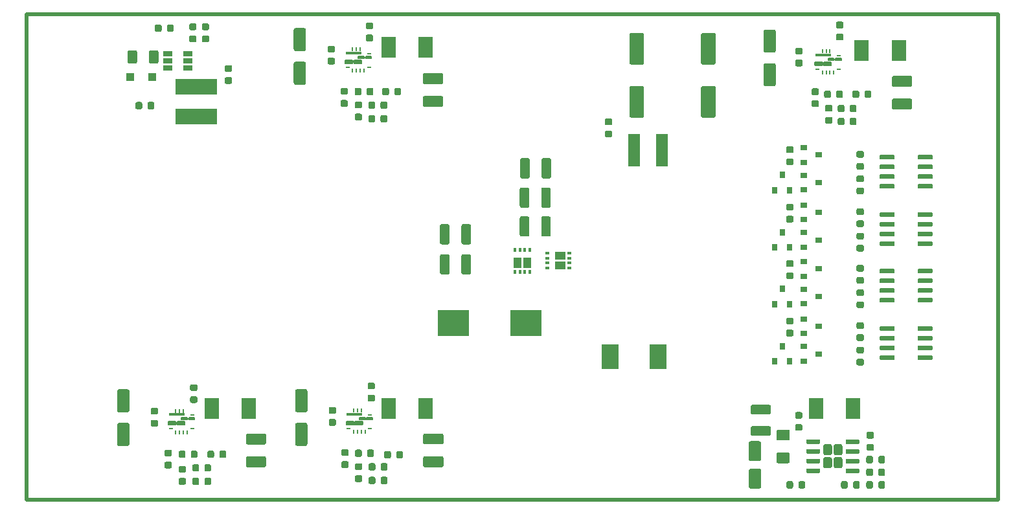
<source format=gtp>
G04 #@! TF.GenerationSoftware,KiCad,Pcbnew,(5.1.5)-3*
G04 #@! TF.CreationDate,2020-03-04T17:17:06-08:00*
G04 #@! TF.ProjectId,tail,7461696c-2e6b-4696-9361-645f70636258,rev?*
G04 #@! TF.SameCoordinates,Original*
G04 #@! TF.FileFunction,Paste,Top*
G04 #@! TF.FilePolarity,Positive*
%FSLAX46Y46*%
G04 Gerber Fmt 4.6, Leading zero omitted, Abs format (unit mm)*
G04 Created by KiCad (PCBNEW (5.1.5)-3) date 2020-03-04 17:17:06*
%MOMM*%
%LPD*%
G04 APERTURE LIST*
%ADD10C,0.508000*%
%ADD11C,0.152400*%
%ADD12C,0.100000*%
%ADD13R,1.450000X1.020000*%
%ADD14R,0.476000X0.350000*%
%ADD15R,0.476000X0.311150*%
%ADD16R,1.020000X1.450000*%
%ADD17R,0.350000X0.476000*%
%ADD18R,0.311150X0.476000*%
%ADD19R,0.900000X0.800000*%
%ADD20R,1.220000X0.650000*%
%ADD21R,1.100000X1.100000*%
%ADD22R,0.800000X0.900000*%
%ADD23R,1.903000X2.790000*%
%ADD24R,2.184400X3.200400*%
%ADD25R,0.249999X0.599999*%
%ADD26R,0.250000X0.600000*%
%ADD27R,0.599999X0.249999*%
%ADD28R,1.699999X0.249999*%
%ADD29R,2.100001X0.399999*%
%ADD30R,5.500000X2.150000*%
%ADD31R,4.100000X3.500000*%
%ADD32R,1.500000X4.200000*%
G04 APERTURE END LIST*
D10*
X76200000Y-63500000D02*
X76200000Y-127000000D01*
X203200000Y-63500000D02*
X76200000Y-63500000D01*
X203200000Y-127000000D02*
X203200000Y-63500000D01*
X76200000Y-127000000D02*
X203200000Y-127000000D01*
D11*
X118806002Y-69905999D02*
X117956001Y-69905999D01*
X117956001Y-69905999D02*
X117946247Y-69905039D01*
X117946247Y-69905039D02*
X117936867Y-69902194D01*
X117936867Y-69902194D02*
X117928223Y-69897571D01*
X117928223Y-69897571D02*
X117920646Y-69891354D01*
X117920646Y-69891354D02*
X117914429Y-69883777D01*
X117914429Y-69883777D02*
X117909806Y-69875133D01*
X117909806Y-69875133D02*
X117906961Y-69865753D01*
X117906961Y-69865753D02*
X117906001Y-69855999D01*
X117906001Y-69855999D02*
X117906001Y-69556000D01*
X117906001Y-69556000D02*
X117906961Y-69546246D01*
X117906961Y-69546246D02*
X117909806Y-69536866D01*
X117909806Y-69536866D02*
X117914429Y-69528222D01*
X117914429Y-69528222D02*
X117920646Y-69520646D01*
X117920646Y-69520646D02*
X117928223Y-69514428D01*
X117928223Y-69514428D02*
X117936867Y-69509805D01*
X117936867Y-69509805D02*
X117946247Y-69506960D01*
X117946247Y-69506960D02*
X117956001Y-69506000D01*
X117956001Y-69506000D02*
X118806002Y-69506000D01*
X118806002Y-69506000D02*
X118815755Y-69506960D01*
X118815755Y-69506960D02*
X118825135Y-69509805D01*
X118825135Y-69509805D02*
X118833779Y-69514428D01*
X118833779Y-69514428D02*
X118841356Y-69520646D01*
X118841356Y-69520646D02*
X118847574Y-69528222D01*
X118847574Y-69528222D02*
X118852197Y-69536866D01*
X118852197Y-69536866D02*
X118855041Y-69546246D01*
X118855041Y-69546246D02*
X118856002Y-69556000D01*
X118856002Y-69556000D02*
X118856002Y-69855999D01*
X118856002Y-69855999D02*
X118855041Y-69865753D01*
X118855041Y-69865753D02*
X118852197Y-69875133D01*
X118852197Y-69875133D02*
X118847574Y-69883777D01*
X118847574Y-69883777D02*
X118841356Y-69891354D01*
X118841356Y-69891354D02*
X118833779Y-69897571D01*
X118833779Y-69897571D02*
X118825135Y-69902194D01*
X118825135Y-69902194D02*
X118815755Y-69905039D01*
X118815755Y-69905039D02*
X118806002Y-69905999D01*
X119956002Y-69905999D02*
X119106001Y-69905999D01*
X119106001Y-69905999D02*
X119096247Y-69905039D01*
X119096247Y-69905039D02*
X119086867Y-69902194D01*
X119086867Y-69902194D02*
X119078224Y-69897571D01*
X119078224Y-69897571D02*
X119070647Y-69891354D01*
X119070647Y-69891354D02*
X119064429Y-69883777D01*
X119064429Y-69883777D02*
X119059806Y-69875133D01*
X119059806Y-69875133D02*
X119056961Y-69865753D01*
X119056961Y-69865753D02*
X119056001Y-69855999D01*
X119056001Y-69855999D02*
X119056001Y-69556000D01*
X119056001Y-69556000D02*
X119056961Y-69546246D01*
X119056961Y-69546246D02*
X119059806Y-69536866D01*
X119059806Y-69536866D02*
X119064429Y-69528222D01*
X119064429Y-69528222D02*
X119070647Y-69520646D01*
X119070647Y-69520646D02*
X119078224Y-69514428D01*
X119078224Y-69514428D02*
X119086867Y-69509805D01*
X119086867Y-69509805D02*
X119096247Y-69506960D01*
X119096247Y-69506960D02*
X119106001Y-69506000D01*
X119106001Y-69506000D02*
X119956002Y-69506000D01*
X119956002Y-69506000D02*
X119965755Y-69506960D01*
X119965755Y-69506960D02*
X119975136Y-69509805D01*
X119975136Y-69509805D02*
X119983779Y-69514428D01*
X119983779Y-69514428D02*
X119991356Y-69520646D01*
X119991356Y-69520646D02*
X119997574Y-69528222D01*
X119997574Y-69528222D02*
X120002197Y-69536866D01*
X120002197Y-69536866D02*
X120005042Y-69546246D01*
X120005042Y-69546246D02*
X120006002Y-69556000D01*
X120006002Y-69556000D02*
X120006002Y-69855999D01*
X120006002Y-69855999D02*
X120005042Y-69865753D01*
X120005042Y-69865753D02*
X120002197Y-69875133D01*
X120002197Y-69875133D02*
X119997574Y-69883777D01*
X119997574Y-69883777D02*
X119991356Y-69891354D01*
X119991356Y-69891354D02*
X119983779Y-69897571D01*
X119983779Y-69897571D02*
X119975136Y-69902194D01*
X119975136Y-69902194D02*
X119965755Y-69905039D01*
X119965755Y-69905039D02*
X119956002Y-69905999D01*
X120306001Y-69251002D02*
X119656000Y-69251002D01*
X119656000Y-69251002D02*
X119646246Y-69250039D01*
X119646246Y-69250039D02*
X119636866Y-69247194D01*
X119636866Y-69247194D02*
X119628222Y-69242574D01*
X119628222Y-69242574D02*
X119620646Y-69236356D01*
X119620646Y-69236356D02*
X119614428Y-69228779D01*
X119614428Y-69228779D02*
X119609805Y-69220136D01*
X119609805Y-69220136D02*
X119606960Y-69210755D01*
X119606960Y-69210755D02*
X119606000Y-69201002D01*
X119606000Y-69201002D02*
X119606000Y-69051002D01*
X119606000Y-69051002D02*
X119606960Y-69041246D01*
X119606960Y-69041246D02*
X119609805Y-69031866D01*
X119609805Y-69031866D02*
X119614428Y-69023222D01*
X119614428Y-69023222D02*
X119620646Y-69015645D01*
X119620646Y-69015645D02*
X119628222Y-69009427D01*
X119628222Y-69009427D02*
X119636866Y-69004807D01*
X119636866Y-69004807D02*
X119646246Y-69001962D01*
X119646246Y-69001962D02*
X119656000Y-69001002D01*
X119656000Y-69001002D02*
X120306001Y-69001002D01*
X120306001Y-69001002D02*
X120315755Y-69001962D01*
X120315755Y-69001962D02*
X120325135Y-69004807D01*
X120325135Y-69004807D02*
X120333779Y-69009427D01*
X120333779Y-69009427D02*
X120341355Y-69015645D01*
X120341355Y-69015645D02*
X120347573Y-69023222D01*
X120347573Y-69023222D02*
X120352196Y-69031866D01*
X120352196Y-69031866D02*
X120355041Y-69041246D01*
X120355041Y-69041246D02*
X120356001Y-69051002D01*
X120356001Y-69051002D02*
X120356001Y-69201002D01*
X120356001Y-69201002D02*
X120355041Y-69210755D01*
X120355041Y-69210755D02*
X120352196Y-69220136D01*
X120352196Y-69220136D02*
X120347573Y-69228779D01*
X120347573Y-69228779D02*
X120341355Y-69236356D01*
X120341355Y-69236356D02*
X120333779Y-69242574D01*
X120333779Y-69242574D02*
X120325135Y-69247194D01*
X120325135Y-69247194D02*
X120315755Y-69250039D01*
X120315755Y-69250039D02*
X120306001Y-69251002D01*
X121256002Y-69251002D02*
X120606001Y-69251002D01*
X120606001Y-69251002D02*
X120596247Y-69250039D01*
X120596247Y-69250039D02*
X120586867Y-69247194D01*
X120586867Y-69247194D02*
X120578223Y-69242574D01*
X120578223Y-69242574D02*
X120570646Y-69236356D01*
X120570646Y-69236356D02*
X120564428Y-69228779D01*
X120564428Y-69228779D02*
X120559806Y-69220136D01*
X120559806Y-69220136D02*
X120556961Y-69210755D01*
X120556961Y-69210755D02*
X120556001Y-69201002D01*
X120556001Y-69201002D02*
X120556001Y-69051002D01*
X120556001Y-69051002D02*
X120556961Y-69041246D01*
X120556961Y-69041246D02*
X120559806Y-69031866D01*
X120559806Y-69031866D02*
X120564428Y-69023222D01*
X120564428Y-69023222D02*
X120570646Y-69015645D01*
X120570646Y-69015645D02*
X120578223Y-69009427D01*
X120578223Y-69009427D02*
X120586867Y-69004807D01*
X120586867Y-69004807D02*
X120596247Y-69001962D01*
X120596247Y-69001962D02*
X120606001Y-69001002D01*
X120606001Y-69001002D02*
X121256002Y-69001002D01*
X121256002Y-69001002D02*
X121265755Y-69001962D01*
X121265755Y-69001962D02*
X121275136Y-69004807D01*
X121275136Y-69004807D02*
X121283779Y-69009427D01*
X121283779Y-69009427D02*
X121291356Y-69015645D01*
X121291356Y-69015645D02*
X121297574Y-69023222D01*
X121297574Y-69023222D02*
X121302197Y-69031866D01*
X121302197Y-69031866D02*
X121305042Y-69041246D01*
X121305042Y-69041246D02*
X121306002Y-69051002D01*
X121306002Y-69051002D02*
X121306002Y-69201002D01*
X121306002Y-69201002D02*
X121305042Y-69210755D01*
X121305042Y-69210755D02*
X121302197Y-69220136D01*
X121302197Y-69220136D02*
X121297574Y-69228779D01*
X121297574Y-69228779D02*
X121291356Y-69236356D01*
X121291356Y-69236356D02*
X121283779Y-69242574D01*
X121283779Y-69242574D02*
X121275136Y-69247194D01*
X121275136Y-69247194D02*
X121265755Y-69250039D01*
X121265755Y-69250039D02*
X121256002Y-69251002D01*
X118930002Y-117147999D02*
X118080001Y-117147999D01*
X118080001Y-117147999D02*
X118070247Y-117147039D01*
X118070247Y-117147039D02*
X118060867Y-117144194D01*
X118060867Y-117144194D02*
X118052223Y-117139571D01*
X118052223Y-117139571D02*
X118044646Y-117133354D01*
X118044646Y-117133354D02*
X118038429Y-117125777D01*
X118038429Y-117125777D02*
X118033806Y-117117133D01*
X118033806Y-117117133D02*
X118030961Y-117107753D01*
X118030961Y-117107753D02*
X118030001Y-117097999D01*
X118030001Y-117097999D02*
X118030001Y-116798000D01*
X118030001Y-116798000D02*
X118030961Y-116788246D01*
X118030961Y-116788246D02*
X118033806Y-116778866D01*
X118033806Y-116778866D02*
X118038429Y-116770222D01*
X118038429Y-116770222D02*
X118044646Y-116762646D01*
X118044646Y-116762646D02*
X118052223Y-116756428D01*
X118052223Y-116756428D02*
X118060867Y-116751805D01*
X118060867Y-116751805D02*
X118070247Y-116748960D01*
X118070247Y-116748960D02*
X118080001Y-116748000D01*
X118080001Y-116748000D02*
X118930002Y-116748000D01*
X118930002Y-116748000D02*
X118939755Y-116748960D01*
X118939755Y-116748960D02*
X118949135Y-116751805D01*
X118949135Y-116751805D02*
X118957779Y-116756428D01*
X118957779Y-116756428D02*
X118965356Y-116762646D01*
X118965356Y-116762646D02*
X118971574Y-116770222D01*
X118971574Y-116770222D02*
X118976197Y-116778866D01*
X118976197Y-116778866D02*
X118979041Y-116788246D01*
X118979041Y-116788246D02*
X118980002Y-116798000D01*
X118980002Y-116798000D02*
X118980002Y-117097999D01*
X118980002Y-117097999D02*
X118979041Y-117107753D01*
X118979041Y-117107753D02*
X118976197Y-117117133D01*
X118976197Y-117117133D02*
X118971574Y-117125777D01*
X118971574Y-117125777D02*
X118965356Y-117133354D01*
X118965356Y-117133354D02*
X118957779Y-117139571D01*
X118957779Y-117139571D02*
X118949135Y-117144194D01*
X118949135Y-117144194D02*
X118939755Y-117147039D01*
X118939755Y-117147039D02*
X118930002Y-117147999D01*
X120080002Y-117147999D02*
X119230001Y-117147999D01*
X119230001Y-117147999D02*
X119220247Y-117147039D01*
X119220247Y-117147039D02*
X119210867Y-117144194D01*
X119210867Y-117144194D02*
X119202224Y-117139571D01*
X119202224Y-117139571D02*
X119194647Y-117133354D01*
X119194647Y-117133354D02*
X119188429Y-117125777D01*
X119188429Y-117125777D02*
X119183806Y-117117133D01*
X119183806Y-117117133D02*
X119180961Y-117107753D01*
X119180961Y-117107753D02*
X119180001Y-117097999D01*
X119180001Y-117097999D02*
X119180001Y-116798000D01*
X119180001Y-116798000D02*
X119180961Y-116788246D01*
X119180961Y-116788246D02*
X119183806Y-116778866D01*
X119183806Y-116778866D02*
X119188429Y-116770222D01*
X119188429Y-116770222D02*
X119194647Y-116762646D01*
X119194647Y-116762646D02*
X119202224Y-116756428D01*
X119202224Y-116756428D02*
X119210867Y-116751805D01*
X119210867Y-116751805D02*
X119220247Y-116748960D01*
X119220247Y-116748960D02*
X119230001Y-116748000D01*
X119230001Y-116748000D02*
X120080002Y-116748000D01*
X120080002Y-116748000D02*
X120089755Y-116748960D01*
X120089755Y-116748960D02*
X120099136Y-116751805D01*
X120099136Y-116751805D02*
X120107779Y-116756428D01*
X120107779Y-116756428D02*
X120115356Y-116762646D01*
X120115356Y-116762646D02*
X120121574Y-116770222D01*
X120121574Y-116770222D02*
X120126197Y-116778866D01*
X120126197Y-116778866D02*
X120129042Y-116788246D01*
X120129042Y-116788246D02*
X120130002Y-116798000D01*
X120130002Y-116798000D02*
X120130002Y-117097999D01*
X120130002Y-117097999D02*
X120129042Y-117107753D01*
X120129042Y-117107753D02*
X120126197Y-117117133D01*
X120126197Y-117117133D02*
X120121574Y-117125777D01*
X120121574Y-117125777D02*
X120115356Y-117133354D01*
X120115356Y-117133354D02*
X120107779Y-117139571D01*
X120107779Y-117139571D02*
X120099136Y-117144194D01*
X120099136Y-117144194D02*
X120089755Y-117147039D01*
X120089755Y-117147039D02*
X120080002Y-117147999D01*
X120430001Y-116493002D02*
X119780000Y-116493002D01*
X119780000Y-116493002D02*
X119770246Y-116492039D01*
X119770246Y-116492039D02*
X119760866Y-116489194D01*
X119760866Y-116489194D02*
X119752222Y-116484574D01*
X119752222Y-116484574D02*
X119744646Y-116478356D01*
X119744646Y-116478356D02*
X119738428Y-116470779D01*
X119738428Y-116470779D02*
X119733805Y-116462136D01*
X119733805Y-116462136D02*
X119730960Y-116452755D01*
X119730960Y-116452755D02*
X119730000Y-116443002D01*
X119730000Y-116443002D02*
X119730000Y-116293002D01*
X119730000Y-116293002D02*
X119730960Y-116283246D01*
X119730960Y-116283246D02*
X119733805Y-116273866D01*
X119733805Y-116273866D02*
X119738428Y-116265222D01*
X119738428Y-116265222D02*
X119744646Y-116257645D01*
X119744646Y-116257645D02*
X119752222Y-116251427D01*
X119752222Y-116251427D02*
X119760866Y-116246807D01*
X119760866Y-116246807D02*
X119770246Y-116243962D01*
X119770246Y-116243962D02*
X119780000Y-116243002D01*
X119780000Y-116243002D02*
X120430001Y-116243002D01*
X120430001Y-116243002D02*
X120439755Y-116243962D01*
X120439755Y-116243962D02*
X120449135Y-116246807D01*
X120449135Y-116246807D02*
X120457779Y-116251427D01*
X120457779Y-116251427D02*
X120465355Y-116257645D01*
X120465355Y-116257645D02*
X120471573Y-116265222D01*
X120471573Y-116265222D02*
X120476196Y-116273866D01*
X120476196Y-116273866D02*
X120479041Y-116283246D01*
X120479041Y-116283246D02*
X120480001Y-116293002D01*
X120480001Y-116293002D02*
X120480001Y-116443002D01*
X120480001Y-116443002D02*
X120479041Y-116452755D01*
X120479041Y-116452755D02*
X120476196Y-116462136D01*
X120476196Y-116462136D02*
X120471573Y-116470779D01*
X120471573Y-116470779D02*
X120465355Y-116478356D01*
X120465355Y-116478356D02*
X120457779Y-116484574D01*
X120457779Y-116484574D02*
X120449135Y-116489194D01*
X120449135Y-116489194D02*
X120439755Y-116492039D01*
X120439755Y-116492039D02*
X120430001Y-116493002D01*
X121380002Y-116493002D02*
X120730001Y-116493002D01*
X120730001Y-116493002D02*
X120720247Y-116492039D01*
X120720247Y-116492039D02*
X120710867Y-116489194D01*
X120710867Y-116489194D02*
X120702223Y-116484574D01*
X120702223Y-116484574D02*
X120694646Y-116478356D01*
X120694646Y-116478356D02*
X120688428Y-116470779D01*
X120688428Y-116470779D02*
X120683806Y-116462136D01*
X120683806Y-116462136D02*
X120680961Y-116452755D01*
X120680961Y-116452755D02*
X120680001Y-116443002D01*
X120680001Y-116443002D02*
X120680001Y-116293002D01*
X120680001Y-116293002D02*
X120680961Y-116283246D01*
X120680961Y-116283246D02*
X120683806Y-116273866D01*
X120683806Y-116273866D02*
X120688428Y-116265222D01*
X120688428Y-116265222D02*
X120694646Y-116257645D01*
X120694646Y-116257645D02*
X120702223Y-116251427D01*
X120702223Y-116251427D02*
X120710867Y-116246807D01*
X120710867Y-116246807D02*
X120720247Y-116243962D01*
X120720247Y-116243962D02*
X120730001Y-116243002D01*
X120730001Y-116243002D02*
X121380002Y-116243002D01*
X121380002Y-116243002D02*
X121389755Y-116243962D01*
X121389755Y-116243962D02*
X121399136Y-116246807D01*
X121399136Y-116246807D02*
X121407779Y-116251427D01*
X121407779Y-116251427D02*
X121415356Y-116257645D01*
X121415356Y-116257645D02*
X121421574Y-116265222D01*
X121421574Y-116265222D02*
X121426197Y-116273866D01*
X121426197Y-116273866D02*
X121429042Y-116283246D01*
X121429042Y-116283246D02*
X121430002Y-116293002D01*
X121430002Y-116293002D02*
X121430002Y-116443002D01*
X121430002Y-116443002D02*
X121429042Y-116452755D01*
X121429042Y-116452755D02*
X121426197Y-116462136D01*
X121426197Y-116462136D02*
X121421574Y-116470779D01*
X121421574Y-116470779D02*
X121415356Y-116478356D01*
X121415356Y-116478356D02*
X121407779Y-116484574D01*
X121407779Y-116484574D02*
X121399136Y-116489194D01*
X121399136Y-116489194D02*
X121389755Y-116492039D01*
X121389755Y-116492039D02*
X121380002Y-116493002D01*
X180204002Y-70159999D02*
X179354001Y-70159999D01*
X179354001Y-70159999D02*
X179344247Y-70159039D01*
X179344247Y-70159039D02*
X179334867Y-70156194D01*
X179334867Y-70156194D02*
X179326223Y-70151571D01*
X179326223Y-70151571D02*
X179318646Y-70145354D01*
X179318646Y-70145354D02*
X179312429Y-70137777D01*
X179312429Y-70137777D02*
X179307806Y-70129133D01*
X179307806Y-70129133D02*
X179304961Y-70119753D01*
X179304961Y-70119753D02*
X179304001Y-70109999D01*
X179304001Y-70109999D02*
X179304001Y-69810000D01*
X179304001Y-69810000D02*
X179304961Y-69800246D01*
X179304961Y-69800246D02*
X179307806Y-69790866D01*
X179307806Y-69790866D02*
X179312429Y-69782222D01*
X179312429Y-69782222D02*
X179318646Y-69774646D01*
X179318646Y-69774646D02*
X179326223Y-69768428D01*
X179326223Y-69768428D02*
X179334867Y-69763805D01*
X179334867Y-69763805D02*
X179344247Y-69760960D01*
X179344247Y-69760960D02*
X179354001Y-69760000D01*
X179354001Y-69760000D02*
X180204002Y-69760000D01*
X180204002Y-69760000D02*
X180213755Y-69760960D01*
X180213755Y-69760960D02*
X180223135Y-69763805D01*
X180223135Y-69763805D02*
X180231779Y-69768428D01*
X180231779Y-69768428D02*
X180239356Y-69774646D01*
X180239356Y-69774646D02*
X180245574Y-69782222D01*
X180245574Y-69782222D02*
X180250197Y-69790866D01*
X180250197Y-69790866D02*
X180253041Y-69800246D01*
X180253041Y-69800246D02*
X180254002Y-69810000D01*
X180254002Y-69810000D02*
X180254002Y-70109999D01*
X180254002Y-70109999D02*
X180253041Y-70119753D01*
X180253041Y-70119753D02*
X180250197Y-70129133D01*
X180250197Y-70129133D02*
X180245574Y-70137777D01*
X180245574Y-70137777D02*
X180239356Y-70145354D01*
X180239356Y-70145354D02*
X180231779Y-70151571D01*
X180231779Y-70151571D02*
X180223135Y-70156194D01*
X180223135Y-70156194D02*
X180213755Y-70159039D01*
X180213755Y-70159039D02*
X180204002Y-70159999D01*
X181354002Y-70159999D02*
X180504001Y-70159999D01*
X180504001Y-70159999D02*
X180494247Y-70159039D01*
X180494247Y-70159039D02*
X180484867Y-70156194D01*
X180484867Y-70156194D02*
X180476224Y-70151571D01*
X180476224Y-70151571D02*
X180468647Y-70145354D01*
X180468647Y-70145354D02*
X180462429Y-70137777D01*
X180462429Y-70137777D02*
X180457806Y-70129133D01*
X180457806Y-70129133D02*
X180454961Y-70119753D01*
X180454961Y-70119753D02*
X180454001Y-70109999D01*
X180454001Y-70109999D02*
X180454001Y-69810000D01*
X180454001Y-69810000D02*
X180454961Y-69800246D01*
X180454961Y-69800246D02*
X180457806Y-69790866D01*
X180457806Y-69790866D02*
X180462429Y-69782222D01*
X180462429Y-69782222D02*
X180468647Y-69774646D01*
X180468647Y-69774646D02*
X180476224Y-69768428D01*
X180476224Y-69768428D02*
X180484867Y-69763805D01*
X180484867Y-69763805D02*
X180494247Y-69760960D01*
X180494247Y-69760960D02*
X180504001Y-69760000D01*
X180504001Y-69760000D02*
X181354002Y-69760000D01*
X181354002Y-69760000D02*
X181363755Y-69760960D01*
X181363755Y-69760960D02*
X181373136Y-69763805D01*
X181373136Y-69763805D02*
X181381779Y-69768428D01*
X181381779Y-69768428D02*
X181389356Y-69774646D01*
X181389356Y-69774646D02*
X181395574Y-69782222D01*
X181395574Y-69782222D02*
X181400197Y-69790866D01*
X181400197Y-69790866D02*
X181403042Y-69800246D01*
X181403042Y-69800246D02*
X181404002Y-69810000D01*
X181404002Y-69810000D02*
X181404002Y-70109999D01*
X181404002Y-70109999D02*
X181403042Y-70119753D01*
X181403042Y-70119753D02*
X181400197Y-70129133D01*
X181400197Y-70129133D02*
X181395574Y-70137777D01*
X181395574Y-70137777D02*
X181389356Y-70145354D01*
X181389356Y-70145354D02*
X181381779Y-70151571D01*
X181381779Y-70151571D02*
X181373136Y-70156194D01*
X181373136Y-70156194D02*
X181363755Y-70159039D01*
X181363755Y-70159039D02*
X181354002Y-70159999D01*
X181704001Y-69505002D02*
X181054000Y-69505002D01*
X181054000Y-69505002D02*
X181044246Y-69504039D01*
X181044246Y-69504039D02*
X181034866Y-69501194D01*
X181034866Y-69501194D02*
X181026222Y-69496574D01*
X181026222Y-69496574D02*
X181018646Y-69490356D01*
X181018646Y-69490356D02*
X181012428Y-69482779D01*
X181012428Y-69482779D02*
X181007805Y-69474136D01*
X181007805Y-69474136D02*
X181004960Y-69464755D01*
X181004960Y-69464755D02*
X181004000Y-69455002D01*
X181004000Y-69455002D02*
X181004000Y-69305002D01*
X181004000Y-69305002D02*
X181004960Y-69295246D01*
X181004960Y-69295246D02*
X181007805Y-69285866D01*
X181007805Y-69285866D02*
X181012428Y-69277222D01*
X181012428Y-69277222D02*
X181018646Y-69269645D01*
X181018646Y-69269645D02*
X181026222Y-69263427D01*
X181026222Y-69263427D02*
X181034866Y-69258807D01*
X181034866Y-69258807D02*
X181044246Y-69255962D01*
X181044246Y-69255962D02*
X181054000Y-69255002D01*
X181054000Y-69255002D02*
X181704001Y-69255002D01*
X181704001Y-69255002D02*
X181713755Y-69255962D01*
X181713755Y-69255962D02*
X181723135Y-69258807D01*
X181723135Y-69258807D02*
X181731779Y-69263427D01*
X181731779Y-69263427D02*
X181739355Y-69269645D01*
X181739355Y-69269645D02*
X181745573Y-69277222D01*
X181745573Y-69277222D02*
X181750196Y-69285866D01*
X181750196Y-69285866D02*
X181753041Y-69295246D01*
X181753041Y-69295246D02*
X181754001Y-69305002D01*
X181754001Y-69305002D02*
X181754001Y-69455002D01*
X181754001Y-69455002D02*
X181753041Y-69464755D01*
X181753041Y-69464755D02*
X181750196Y-69474136D01*
X181750196Y-69474136D02*
X181745573Y-69482779D01*
X181745573Y-69482779D02*
X181739355Y-69490356D01*
X181739355Y-69490356D02*
X181731779Y-69496574D01*
X181731779Y-69496574D02*
X181723135Y-69501194D01*
X181723135Y-69501194D02*
X181713755Y-69504039D01*
X181713755Y-69504039D02*
X181704001Y-69505002D01*
X182654002Y-69505002D02*
X182004001Y-69505002D01*
X182004001Y-69505002D02*
X181994247Y-69504039D01*
X181994247Y-69504039D02*
X181984867Y-69501194D01*
X181984867Y-69501194D02*
X181976223Y-69496574D01*
X181976223Y-69496574D02*
X181968646Y-69490356D01*
X181968646Y-69490356D02*
X181962428Y-69482779D01*
X181962428Y-69482779D02*
X181957806Y-69474136D01*
X181957806Y-69474136D02*
X181954961Y-69464755D01*
X181954961Y-69464755D02*
X181954001Y-69455002D01*
X181954001Y-69455002D02*
X181954001Y-69305002D01*
X181954001Y-69305002D02*
X181954961Y-69295246D01*
X181954961Y-69295246D02*
X181957806Y-69285866D01*
X181957806Y-69285866D02*
X181962428Y-69277222D01*
X181962428Y-69277222D02*
X181968646Y-69269645D01*
X181968646Y-69269645D02*
X181976223Y-69263427D01*
X181976223Y-69263427D02*
X181984867Y-69258807D01*
X181984867Y-69258807D02*
X181994247Y-69255962D01*
X181994247Y-69255962D02*
X182004001Y-69255002D01*
X182004001Y-69255002D02*
X182654002Y-69255002D01*
X182654002Y-69255002D02*
X182663755Y-69255962D01*
X182663755Y-69255962D02*
X182673136Y-69258807D01*
X182673136Y-69258807D02*
X182681779Y-69263427D01*
X182681779Y-69263427D02*
X182689356Y-69269645D01*
X182689356Y-69269645D02*
X182695574Y-69277222D01*
X182695574Y-69277222D02*
X182700197Y-69285866D01*
X182700197Y-69285866D02*
X182703042Y-69295246D01*
X182703042Y-69295246D02*
X182704002Y-69305002D01*
X182704002Y-69305002D02*
X182704002Y-69455002D01*
X182704002Y-69455002D02*
X182703042Y-69464755D01*
X182703042Y-69464755D02*
X182700197Y-69474136D01*
X182700197Y-69474136D02*
X182695574Y-69482779D01*
X182695574Y-69482779D02*
X182689356Y-69490356D01*
X182689356Y-69490356D02*
X182681779Y-69496574D01*
X182681779Y-69496574D02*
X182673136Y-69501194D01*
X182673136Y-69501194D02*
X182663755Y-69504039D01*
X182663755Y-69504039D02*
X182654002Y-69505002D01*
X95688002Y-117165999D02*
X94838001Y-117165999D01*
X94838001Y-117165999D02*
X94828247Y-117165039D01*
X94828247Y-117165039D02*
X94818867Y-117162194D01*
X94818867Y-117162194D02*
X94810223Y-117157571D01*
X94810223Y-117157571D02*
X94802646Y-117151354D01*
X94802646Y-117151354D02*
X94796429Y-117143777D01*
X94796429Y-117143777D02*
X94791806Y-117135133D01*
X94791806Y-117135133D02*
X94788961Y-117125753D01*
X94788961Y-117125753D02*
X94788001Y-117115999D01*
X94788001Y-117115999D02*
X94788001Y-116816000D01*
X94788001Y-116816000D02*
X94788961Y-116806246D01*
X94788961Y-116806246D02*
X94791806Y-116796866D01*
X94791806Y-116796866D02*
X94796429Y-116788222D01*
X94796429Y-116788222D02*
X94802646Y-116780646D01*
X94802646Y-116780646D02*
X94810223Y-116774428D01*
X94810223Y-116774428D02*
X94818867Y-116769805D01*
X94818867Y-116769805D02*
X94828247Y-116766960D01*
X94828247Y-116766960D02*
X94838001Y-116766000D01*
X94838001Y-116766000D02*
X95688002Y-116766000D01*
X95688002Y-116766000D02*
X95697755Y-116766960D01*
X95697755Y-116766960D02*
X95707135Y-116769805D01*
X95707135Y-116769805D02*
X95715779Y-116774428D01*
X95715779Y-116774428D02*
X95723356Y-116780646D01*
X95723356Y-116780646D02*
X95729574Y-116788222D01*
X95729574Y-116788222D02*
X95734197Y-116796866D01*
X95734197Y-116796866D02*
X95737041Y-116806246D01*
X95737041Y-116806246D02*
X95738002Y-116816000D01*
X95738002Y-116816000D02*
X95738002Y-117115999D01*
X95738002Y-117115999D02*
X95737041Y-117125753D01*
X95737041Y-117125753D02*
X95734197Y-117135133D01*
X95734197Y-117135133D02*
X95729574Y-117143777D01*
X95729574Y-117143777D02*
X95723356Y-117151354D01*
X95723356Y-117151354D02*
X95715779Y-117157571D01*
X95715779Y-117157571D02*
X95707135Y-117162194D01*
X95707135Y-117162194D02*
X95697755Y-117165039D01*
X95697755Y-117165039D02*
X95688002Y-117165999D01*
X96838002Y-117165999D02*
X95988001Y-117165999D01*
X95988001Y-117165999D02*
X95978247Y-117165039D01*
X95978247Y-117165039D02*
X95968867Y-117162194D01*
X95968867Y-117162194D02*
X95960224Y-117157571D01*
X95960224Y-117157571D02*
X95952647Y-117151354D01*
X95952647Y-117151354D02*
X95946429Y-117143777D01*
X95946429Y-117143777D02*
X95941806Y-117135133D01*
X95941806Y-117135133D02*
X95938961Y-117125753D01*
X95938961Y-117125753D02*
X95938001Y-117115999D01*
X95938001Y-117115999D02*
X95938001Y-116816000D01*
X95938001Y-116816000D02*
X95938961Y-116806246D01*
X95938961Y-116806246D02*
X95941806Y-116796866D01*
X95941806Y-116796866D02*
X95946429Y-116788222D01*
X95946429Y-116788222D02*
X95952647Y-116780646D01*
X95952647Y-116780646D02*
X95960224Y-116774428D01*
X95960224Y-116774428D02*
X95968867Y-116769805D01*
X95968867Y-116769805D02*
X95978247Y-116766960D01*
X95978247Y-116766960D02*
X95988001Y-116766000D01*
X95988001Y-116766000D02*
X96838002Y-116766000D01*
X96838002Y-116766000D02*
X96847755Y-116766960D01*
X96847755Y-116766960D02*
X96857136Y-116769805D01*
X96857136Y-116769805D02*
X96865779Y-116774428D01*
X96865779Y-116774428D02*
X96873356Y-116780646D01*
X96873356Y-116780646D02*
X96879574Y-116788222D01*
X96879574Y-116788222D02*
X96884197Y-116796866D01*
X96884197Y-116796866D02*
X96887042Y-116806246D01*
X96887042Y-116806246D02*
X96888002Y-116816000D01*
X96888002Y-116816000D02*
X96888002Y-117115999D01*
X96888002Y-117115999D02*
X96887042Y-117125753D01*
X96887042Y-117125753D02*
X96884197Y-117135133D01*
X96884197Y-117135133D02*
X96879574Y-117143777D01*
X96879574Y-117143777D02*
X96873356Y-117151354D01*
X96873356Y-117151354D02*
X96865779Y-117157571D01*
X96865779Y-117157571D02*
X96857136Y-117162194D01*
X96857136Y-117162194D02*
X96847755Y-117165039D01*
X96847755Y-117165039D02*
X96838002Y-117165999D01*
X97188001Y-116511002D02*
X96538000Y-116511002D01*
X96538000Y-116511002D02*
X96528246Y-116510039D01*
X96528246Y-116510039D02*
X96518866Y-116507194D01*
X96518866Y-116507194D02*
X96510222Y-116502574D01*
X96510222Y-116502574D02*
X96502646Y-116496356D01*
X96502646Y-116496356D02*
X96496428Y-116488779D01*
X96496428Y-116488779D02*
X96491805Y-116480136D01*
X96491805Y-116480136D02*
X96488960Y-116470755D01*
X96488960Y-116470755D02*
X96488000Y-116461002D01*
X96488000Y-116461002D02*
X96488000Y-116311002D01*
X96488000Y-116311002D02*
X96488960Y-116301246D01*
X96488960Y-116301246D02*
X96491805Y-116291866D01*
X96491805Y-116291866D02*
X96496428Y-116283222D01*
X96496428Y-116283222D02*
X96502646Y-116275645D01*
X96502646Y-116275645D02*
X96510222Y-116269427D01*
X96510222Y-116269427D02*
X96518866Y-116264807D01*
X96518866Y-116264807D02*
X96528246Y-116261962D01*
X96528246Y-116261962D02*
X96538000Y-116261002D01*
X96538000Y-116261002D02*
X97188001Y-116261002D01*
X97188001Y-116261002D02*
X97197755Y-116261962D01*
X97197755Y-116261962D02*
X97207135Y-116264807D01*
X97207135Y-116264807D02*
X97215779Y-116269427D01*
X97215779Y-116269427D02*
X97223355Y-116275645D01*
X97223355Y-116275645D02*
X97229573Y-116283222D01*
X97229573Y-116283222D02*
X97234196Y-116291866D01*
X97234196Y-116291866D02*
X97237041Y-116301246D01*
X97237041Y-116301246D02*
X97238001Y-116311002D01*
X97238001Y-116311002D02*
X97238001Y-116461002D01*
X97238001Y-116461002D02*
X97237041Y-116470755D01*
X97237041Y-116470755D02*
X97234196Y-116480136D01*
X97234196Y-116480136D02*
X97229573Y-116488779D01*
X97229573Y-116488779D02*
X97223355Y-116496356D01*
X97223355Y-116496356D02*
X97215779Y-116502574D01*
X97215779Y-116502574D02*
X97207135Y-116507194D01*
X97207135Y-116507194D02*
X97197755Y-116510039D01*
X97197755Y-116510039D02*
X97188001Y-116511002D01*
X98138002Y-116511002D02*
X97488001Y-116511002D01*
X97488001Y-116511002D02*
X97478247Y-116510039D01*
X97478247Y-116510039D02*
X97468867Y-116507194D01*
X97468867Y-116507194D02*
X97460223Y-116502574D01*
X97460223Y-116502574D02*
X97452646Y-116496356D01*
X97452646Y-116496356D02*
X97446428Y-116488779D01*
X97446428Y-116488779D02*
X97441806Y-116480136D01*
X97441806Y-116480136D02*
X97438961Y-116470755D01*
X97438961Y-116470755D02*
X97438001Y-116461002D01*
X97438001Y-116461002D02*
X97438001Y-116311002D01*
X97438001Y-116311002D02*
X97438961Y-116301246D01*
X97438961Y-116301246D02*
X97441806Y-116291866D01*
X97441806Y-116291866D02*
X97446428Y-116283222D01*
X97446428Y-116283222D02*
X97452646Y-116275645D01*
X97452646Y-116275645D02*
X97460223Y-116269427D01*
X97460223Y-116269427D02*
X97468867Y-116264807D01*
X97468867Y-116264807D02*
X97478247Y-116261962D01*
X97478247Y-116261962D02*
X97488001Y-116261002D01*
X97488001Y-116261002D02*
X98138002Y-116261002D01*
X98138002Y-116261002D02*
X98147755Y-116261962D01*
X98147755Y-116261962D02*
X98157136Y-116264807D01*
X98157136Y-116264807D02*
X98165779Y-116269427D01*
X98165779Y-116269427D02*
X98173356Y-116275645D01*
X98173356Y-116275645D02*
X98179574Y-116283222D01*
X98179574Y-116283222D02*
X98184197Y-116291866D01*
X98184197Y-116291866D02*
X98187042Y-116301246D01*
X98187042Y-116301246D02*
X98188002Y-116311002D01*
X98188002Y-116311002D02*
X98188002Y-116461002D01*
X98188002Y-116461002D02*
X98187042Y-116470755D01*
X98187042Y-116470755D02*
X98184197Y-116480136D01*
X98184197Y-116480136D02*
X98179574Y-116488779D01*
X98179574Y-116488779D02*
X98173356Y-116496356D01*
X98173356Y-116496356D02*
X98165779Y-116502574D01*
X98165779Y-116502574D02*
X98157136Y-116507194D01*
X98157136Y-116507194D02*
X98147755Y-116510039D01*
X98147755Y-116510039D02*
X98138002Y-116511002D01*
D12*
G36*
X175782504Y-117816204D02*
G01*
X175806773Y-117819804D01*
X175830571Y-117825765D01*
X175853671Y-117834030D01*
X175875849Y-117844520D01*
X175896893Y-117857133D01*
X175916598Y-117871747D01*
X175934777Y-117888223D01*
X175951253Y-117906402D01*
X175965867Y-117926107D01*
X175978480Y-117947151D01*
X175988970Y-117969329D01*
X175997235Y-117992429D01*
X176003196Y-118016227D01*
X176006796Y-118040496D01*
X176008000Y-118065000D01*
X176008000Y-118990000D01*
X176006796Y-119014504D01*
X176003196Y-119038773D01*
X175997235Y-119062571D01*
X175988970Y-119085671D01*
X175978480Y-119107849D01*
X175965867Y-119128893D01*
X175951253Y-119148598D01*
X175934777Y-119166777D01*
X175916598Y-119183253D01*
X175896893Y-119197867D01*
X175875849Y-119210480D01*
X175853671Y-119220970D01*
X175830571Y-119229235D01*
X175806773Y-119235196D01*
X175782504Y-119238796D01*
X175758000Y-119240000D01*
X174508000Y-119240000D01*
X174483496Y-119238796D01*
X174459227Y-119235196D01*
X174435429Y-119229235D01*
X174412329Y-119220970D01*
X174390151Y-119210480D01*
X174369107Y-119197867D01*
X174349402Y-119183253D01*
X174331223Y-119166777D01*
X174314747Y-119148598D01*
X174300133Y-119128893D01*
X174287520Y-119107849D01*
X174277030Y-119085671D01*
X174268765Y-119062571D01*
X174262804Y-119038773D01*
X174259204Y-119014504D01*
X174258000Y-118990000D01*
X174258000Y-118065000D01*
X174259204Y-118040496D01*
X174262804Y-118016227D01*
X174268765Y-117992429D01*
X174277030Y-117969329D01*
X174287520Y-117947151D01*
X174300133Y-117926107D01*
X174314747Y-117906402D01*
X174331223Y-117888223D01*
X174349402Y-117871747D01*
X174369107Y-117857133D01*
X174390151Y-117844520D01*
X174412329Y-117834030D01*
X174435429Y-117825765D01*
X174459227Y-117819804D01*
X174483496Y-117816204D01*
X174508000Y-117815000D01*
X175758000Y-117815000D01*
X175782504Y-117816204D01*
G37*
G36*
X175782504Y-120791204D02*
G01*
X175806773Y-120794804D01*
X175830571Y-120800765D01*
X175853671Y-120809030D01*
X175875849Y-120819520D01*
X175896893Y-120832133D01*
X175916598Y-120846747D01*
X175934777Y-120863223D01*
X175951253Y-120881402D01*
X175965867Y-120901107D01*
X175978480Y-120922151D01*
X175988970Y-120944329D01*
X175997235Y-120967429D01*
X176003196Y-120991227D01*
X176006796Y-121015496D01*
X176008000Y-121040000D01*
X176008000Y-121965000D01*
X176006796Y-121989504D01*
X176003196Y-122013773D01*
X175997235Y-122037571D01*
X175988970Y-122060671D01*
X175978480Y-122082849D01*
X175965867Y-122103893D01*
X175951253Y-122123598D01*
X175934777Y-122141777D01*
X175916598Y-122158253D01*
X175896893Y-122172867D01*
X175875849Y-122185480D01*
X175853671Y-122195970D01*
X175830571Y-122204235D01*
X175806773Y-122210196D01*
X175782504Y-122213796D01*
X175758000Y-122215000D01*
X174508000Y-122215000D01*
X174483496Y-122213796D01*
X174459227Y-122210196D01*
X174435429Y-122204235D01*
X174412329Y-122195970D01*
X174390151Y-122185480D01*
X174369107Y-122172867D01*
X174349402Y-122158253D01*
X174331223Y-122141777D01*
X174314747Y-122123598D01*
X174300133Y-122103893D01*
X174287520Y-122082849D01*
X174277030Y-122060671D01*
X174268765Y-122037571D01*
X174262804Y-122013773D01*
X174259204Y-121989504D01*
X174258000Y-121965000D01*
X174258000Y-121040000D01*
X174259204Y-121015496D01*
X174262804Y-120991227D01*
X174268765Y-120967429D01*
X174277030Y-120944329D01*
X174287520Y-120922151D01*
X174300133Y-120901107D01*
X174314747Y-120881402D01*
X174331223Y-120863223D01*
X174349402Y-120846747D01*
X174369107Y-120832133D01*
X174390151Y-120819520D01*
X174412329Y-120809030D01*
X174435429Y-120800765D01*
X174459227Y-120794804D01*
X174483496Y-120791204D01*
X174508000Y-120790000D01*
X175758000Y-120790000D01*
X175782504Y-120791204D01*
G37*
G36*
X172024504Y-119329204D02*
G01*
X172048773Y-119332804D01*
X172072571Y-119338765D01*
X172095671Y-119347030D01*
X172117849Y-119357520D01*
X172138893Y-119370133D01*
X172158598Y-119384747D01*
X172176777Y-119401223D01*
X172193253Y-119419402D01*
X172207867Y-119439107D01*
X172220480Y-119460151D01*
X172230970Y-119482329D01*
X172239235Y-119505429D01*
X172245196Y-119529227D01*
X172248796Y-119553496D01*
X172250000Y-119578000D01*
X172250000Y-121678000D01*
X172248796Y-121702504D01*
X172245196Y-121726773D01*
X172239235Y-121750571D01*
X172230970Y-121773671D01*
X172220480Y-121795849D01*
X172207867Y-121816893D01*
X172193253Y-121836598D01*
X172176777Y-121854777D01*
X172158598Y-121871253D01*
X172138893Y-121885867D01*
X172117849Y-121898480D01*
X172095671Y-121908970D01*
X172072571Y-121917235D01*
X172048773Y-121923196D01*
X172024504Y-121926796D01*
X172000000Y-121928000D01*
X170900000Y-121928000D01*
X170875496Y-121926796D01*
X170851227Y-121923196D01*
X170827429Y-121917235D01*
X170804329Y-121908970D01*
X170782151Y-121898480D01*
X170761107Y-121885867D01*
X170741402Y-121871253D01*
X170723223Y-121854777D01*
X170706747Y-121836598D01*
X170692133Y-121816893D01*
X170679520Y-121795849D01*
X170669030Y-121773671D01*
X170660765Y-121750571D01*
X170654804Y-121726773D01*
X170651204Y-121702504D01*
X170650000Y-121678000D01*
X170650000Y-119578000D01*
X170651204Y-119553496D01*
X170654804Y-119529227D01*
X170660765Y-119505429D01*
X170669030Y-119482329D01*
X170679520Y-119460151D01*
X170692133Y-119439107D01*
X170706747Y-119419402D01*
X170723223Y-119401223D01*
X170741402Y-119384747D01*
X170761107Y-119370133D01*
X170782151Y-119357520D01*
X170804329Y-119347030D01*
X170827429Y-119338765D01*
X170851227Y-119332804D01*
X170875496Y-119329204D01*
X170900000Y-119328000D01*
X172000000Y-119328000D01*
X172024504Y-119329204D01*
G37*
G36*
X172024504Y-122929204D02*
G01*
X172048773Y-122932804D01*
X172072571Y-122938765D01*
X172095671Y-122947030D01*
X172117849Y-122957520D01*
X172138893Y-122970133D01*
X172158598Y-122984747D01*
X172176777Y-123001223D01*
X172193253Y-123019402D01*
X172207867Y-123039107D01*
X172220480Y-123060151D01*
X172230970Y-123082329D01*
X172239235Y-123105429D01*
X172245196Y-123129227D01*
X172248796Y-123153496D01*
X172250000Y-123178000D01*
X172250000Y-125278000D01*
X172248796Y-125302504D01*
X172245196Y-125326773D01*
X172239235Y-125350571D01*
X172230970Y-125373671D01*
X172220480Y-125395849D01*
X172207867Y-125416893D01*
X172193253Y-125436598D01*
X172176777Y-125454777D01*
X172158598Y-125471253D01*
X172138893Y-125485867D01*
X172117849Y-125498480D01*
X172095671Y-125508970D01*
X172072571Y-125517235D01*
X172048773Y-125523196D01*
X172024504Y-125526796D01*
X172000000Y-125528000D01*
X170900000Y-125528000D01*
X170875496Y-125526796D01*
X170851227Y-125523196D01*
X170827429Y-125517235D01*
X170804329Y-125508970D01*
X170782151Y-125498480D01*
X170761107Y-125485867D01*
X170741402Y-125471253D01*
X170723223Y-125454777D01*
X170706747Y-125436598D01*
X170692133Y-125416893D01*
X170679520Y-125395849D01*
X170669030Y-125373671D01*
X170660765Y-125350571D01*
X170654804Y-125326773D01*
X170651204Y-125302504D01*
X170650000Y-125278000D01*
X170650000Y-123178000D01*
X170651204Y-123153496D01*
X170654804Y-123129227D01*
X170660765Y-123105429D01*
X170669030Y-123082329D01*
X170679520Y-123060151D01*
X170692133Y-123039107D01*
X170706747Y-123019402D01*
X170723223Y-123001223D01*
X170741402Y-122984747D01*
X170761107Y-122970133D01*
X170782151Y-122957520D01*
X170804329Y-122947030D01*
X170827429Y-122938765D01*
X170851227Y-122932804D01*
X170875496Y-122929204D01*
X170900000Y-122928000D01*
X172000000Y-122928000D01*
X172024504Y-122929204D01*
G37*
G36*
X130449504Y-74176204D02*
G01*
X130473773Y-74179804D01*
X130497571Y-74185765D01*
X130520671Y-74194030D01*
X130542849Y-74204520D01*
X130563893Y-74217133D01*
X130583598Y-74231747D01*
X130601777Y-74248223D01*
X130618253Y-74266402D01*
X130632867Y-74286107D01*
X130645480Y-74307151D01*
X130655970Y-74329329D01*
X130664235Y-74352429D01*
X130670196Y-74376227D01*
X130673796Y-74400496D01*
X130675000Y-74425000D01*
X130675000Y-75350000D01*
X130673796Y-75374504D01*
X130670196Y-75398773D01*
X130664235Y-75422571D01*
X130655970Y-75445671D01*
X130645480Y-75467849D01*
X130632867Y-75488893D01*
X130618253Y-75508598D01*
X130601777Y-75526777D01*
X130583598Y-75543253D01*
X130563893Y-75557867D01*
X130542849Y-75570480D01*
X130520671Y-75580970D01*
X130497571Y-75589235D01*
X130473773Y-75595196D01*
X130449504Y-75598796D01*
X130425000Y-75600000D01*
X128275000Y-75600000D01*
X128250496Y-75598796D01*
X128226227Y-75595196D01*
X128202429Y-75589235D01*
X128179329Y-75580970D01*
X128157151Y-75570480D01*
X128136107Y-75557867D01*
X128116402Y-75543253D01*
X128098223Y-75526777D01*
X128081747Y-75508598D01*
X128067133Y-75488893D01*
X128054520Y-75467849D01*
X128044030Y-75445671D01*
X128035765Y-75422571D01*
X128029804Y-75398773D01*
X128026204Y-75374504D01*
X128025000Y-75350000D01*
X128025000Y-74425000D01*
X128026204Y-74400496D01*
X128029804Y-74376227D01*
X128035765Y-74352429D01*
X128044030Y-74329329D01*
X128054520Y-74307151D01*
X128067133Y-74286107D01*
X128081747Y-74266402D01*
X128098223Y-74248223D01*
X128116402Y-74231747D01*
X128136107Y-74217133D01*
X128157151Y-74204520D01*
X128179329Y-74194030D01*
X128202429Y-74185765D01*
X128226227Y-74179804D01*
X128250496Y-74176204D01*
X128275000Y-74175000D01*
X130425000Y-74175000D01*
X130449504Y-74176204D01*
G37*
G36*
X130449504Y-71201204D02*
G01*
X130473773Y-71204804D01*
X130497571Y-71210765D01*
X130520671Y-71219030D01*
X130542849Y-71229520D01*
X130563893Y-71242133D01*
X130583598Y-71256747D01*
X130601777Y-71273223D01*
X130618253Y-71291402D01*
X130632867Y-71311107D01*
X130645480Y-71332151D01*
X130655970Y-71354329D01*
X130664235Y-71377429D01*
X130670196Y-71401227D01*
X130673796Y-71425496D01*
X130675000Y-71450000D01*
X130675000Y-72375000D01*
X130673796Y-72399504D01*
X130670196Y-72423773D01*
X130664235Y-72447571D01*
X130655970Y-72470671D01*
X130645480Y-72492849D01*
X130632867Y-72513893D01*
X130618253Y-72533598D01*
X130601777Y-72551777D01*
X130583598Y-72568253D01*
X130563893Y-72582867D01*
X130542849Y-72595480D01*
X130520671Y-72605970D01*
X130497571Y-72614235D01*
X130473773Y-72620196D01*
X130449504Y-72623796D01*
X130425000Y-72625000D01*
X128275000Y-72625000D01*
X128250496Y-72623796D01*
X128226227Y-72620196D01*
X128202429Y-72614235D01*
X128179329Y-72605970D01*
X128157151Y-72595480D01*
X128136107Y-72582867D01*
X128116402Y-72568253D01*
X128098223Y-72551777D01*
X128081747Y-72533598D01*
X128067133Y-72513893D01*
X128054520Y-72492849D01*
X128044030Y-72470671D01*
X128035765Y-72447571D01*
X128029804Y-72423773D01*
X128026204Y-72399504D01*
X128025000Y-72375000D01*
X128025000Y-71450000D01*
X128026204Y-71425496D01*
X128029804Y-71401227D01*
X128035765Y-71377429D01*
X128044030Y-71354329D01*
X128054520Y-71332151D01*
X128067133Y-71311107D01*
X128081747Y-71291402D01*
X128098223Y-71273223D01*
X128116402Y-71256747D01*
X128136107Y-71242133D01*
X128157151Y-71229520D01*
X128179329Y-71219030D01*
X128202429Y-71210765D01*
X128226227Y-71204804D01*
X128250496Y-71201204D01*
X128275000Y-71200000D01*
X130425000Y-71200000D01*
X130449504Y-71201204D01*
G37*
G36*
X130499504Y-121299204D02*
G01*
X130523773Y-121302804D01*
X130547571Y-121308765D01*
X130570671Y-121317030D01*
X130592849Y-121327520D01*
X130613893Y-121340133D01*
X130633598Y-121354747D01*
X130651777Y-121371223D01*
X130668253Y-121389402D01*
X130682867Y-121409107D01*
X130695480Y-121430151D01*
X130705970Y-121452329D01*
X130714235Y-121475429D01*
X130720196Y-121499227D01*
X130723796Y-121523496D01*
X130725000Y-121548000D01*
X130725000Y-122473000D01*
X130723796Y-122497504D01*
X130720196Y-122521773D01*
X130714235Y-122545571D01*
X130705970Y-122568671D01*
X130695480Y-122590849D01*
X130682867Y-122611893D01*
X130668253Y-122631598D01*
X130651777Y-122649777D01*
X130633598Y-122666253D01*
X130613893Y-122680867D01*
X130592849Y-122693480D01*
X130570671Y-122703970D01*
X130547571Y-122712235D01*
X130523773Y-122718196D01*
X130499504Y-122721796D01*
X130475000Y-122723000D01*
X128325000Y-122723000D01*
X128300496Y-122721796D01*
X128276227Y-122718196D01*
X128252429Y-122712235D01*
X128229329Y-122703970D01*
X128207151Y-122693480D01*
X128186107Y-122680867D01*
X128166402Y-122666253D01*
X128148223Y-122649777D01*
X128131747Y-122631598D01*
X128117133Y-122611893D01*
X128104520Y-122590849D01*
X128094030Y-122568671D01*
X128085765Y-122545571D01*
X128079804Y-122521773D01*
X128076204Y-122497504D01*
X128075000Y-122473000D01*
X128075000Y-121548000D01*
X128076204Y-121523496D01*
X128079804Y-121499227D01*
X128085765Y-121475429D01*
X128094030Y-121452329D01*
X128104520Y-121430151D01*
X128117133Y-121409107D01*
X128131747Y-121389402D01*
X128148223Y-121371223D01*
X128166402Y-121354747D01*
X128186107Y-121340133D01*
X128207151Y-121327520D01*
X128229329Y-121317030D01*
X128252429Y-121308765D01*
X128276227Y-121302804D01*
X128300496Y-121299204D01*
X128325000Y-121298000D01*
X130475000Y-121298000D01*
X130499504Y-121299204D01*
G37*
G36*
X130499504Y-118324204D02*
G01*
X130523773Y-118327804D01*
X130547571Y-118333765D01*
X130570671Y-118342030D01*
X130592849Y-118352520D01*
X130613893Y-118365133D01*
X130633598Y-118379747D01*
X130651777Y-118396223D01*
X130668253Y-118414402D01*
X130682867Y-118434107D01*
X130695480Y-118455151D01*
X130705970Y-118477329D01*
X130714235Y-118500429D01*
X130720196Y-118524227D01*
X130723796Y-118548496D01*
X130725000Y-118573000D01*
X130725000Y-119498000D01*
X130723796Y-119522504D01*
X130720196Y-119546773D01*
X130714235Y-119570571D01*
X130705970Y-119593671D01*
X130695480Y-119615849D01*
X130682867Y-119636893D01*
X130668253Y-119656598D01*
X130651777Y-119674777D01*
X130633598Y-119691253D01*
X130613893Y-119705867D01*
X130592849Y-119718480D01*
X130570671Y-119728970D01*
X130547571Y-119737235D01*
X130523773Y-119743196D01*
X130499504Y-119746796D01*
X130475000Y-119748000D01*
X128325000Y-119748000D01*
X128300496Y-119746796D01*
X128276227Y-119743196D01*
X128252429Y-119737235D01*
X128229329Y-119728970D01*
X128207151Y-119718480D01*
X128186107Y-119705867D01*
X128166402Y-119691253D01*
X128148223Y-119674777D01*
X128131747Y-119656598D01*
X128117133Y-119636893D01*
X128104520Y-119615849D01*
X128094030Y-119593671D01*
X128085765Y-119570571D01*
X128079804Y-119546773D01*
X128076204Y-119522504D01*
X128075000Y-119498000D01*
X128075000Y-118573000D01*
X128076204Y-118548496D01*
X128079804Y-118524227D01*
X128085765Y-118500429D01*
X128094030Y-118477329D01*
X128104520Y-118455151D01*
X128117133Y-118434107D01*
X128131747Y-118414402D01*
X128148223Y-118396223D01*
X128166402Y-118379747D01*
X128186107Y-118365133D01*
X128207151Y-118352520D01*
X128229329Y-118342030D01*
X128252429Y-118333765D01*
X128276227Y-118327804D01*
X128300496Y-118324204D01*
X128325000Y-118323000D01*
X130475000Y-118323000D01*
X130499504Y-118324204D01*
G37*
G36*
X191771504Y-74526204D02*
G01*
X191795773Y-74529804D01*
X191819571Y-74535765D01*
X191842671Y-74544030D01*
X191864849Y-74554520D01*
X191885893Y-74567133D01*
X191905598Y-74581747D01*
X191923777Y-74598223D01*
X191940253Y-74616402D01*
X191954867Y-74636107D01*
X191967480Y-74657151D01*
X191977970Y-74679329D01*
X191986235Y-74702429D01*
X191992196Y-74726227D01*
X191995796Y-74750496D01*
X191997000Y-74775000D01*
X191997000Y-75700000D01*
X191995796Y-75724504D01*
X191992196Y-75748773D01*
X191986235Y-75772571D01*
X191977970Y-75795671D01*
X191967480Y-75817849D01*
X191954867Y-75838893D01*
X191940253Y-75858598D01*
X191923777Y-75876777D01*
X191905598Y-75893253D01*
X191885893Y-75907867D01*
X191864849Y-75920480D01*
X191842671Y-75930970D01*
X191819571Y-75939235D01*
X191795773Y-75945196D01*
X191771504Y-75948796D01*
X191747000Y-75950000D01*
X189597000Y-75950000D01*
X189572496Y-75948796D01*
X189548227Y-75945196D01*
X189524429Y-75939235D01*
X189501329Y-75930970D01*
X189479151Y-75920480D01*
X189458107Y-75907867D01*
X189438402Y-75893253D01*
X189420223Y-75876777D01*
X189403747Y-75858598D01*
X189389133Y-75838893D01*
X189376520Y-75817849D01*
X189366030Y-75795671D01*
X189357765Y-75772571D01*
X189351804Y-75748773D01*
X189348204Y-75724504D01*
X189347000Y-75700000D01*
X189347000Y-74775000D01*
X189348204Y-74750496D01*
X189351804Y-74726227D01*
X189357765Y-74702429D01*
X189366030Y-74679329D01*
X189376520Y-74657151D01*
X189389133Y-74636107D01*
X189403747Y-74616402D01*
X189420223Y-74598223D01*
X189438402Y-74581747D01*
X189458107Y-74567133D01*
X189479151Y-74554520D01*
X189501329Y-74544030D01*
X189524429Y-74535765D01*
X189548227Y-74529804D01*
X189572496Y-74526204D01*
X189597000Y-74525000D01*
X191747000Y-74525000D01*
X191771504Y-74526204D01*
G37*
G36*
X191771504Y-71551204D02*
G01*
X191795773Y-71554804D01*
X191819571Y-71560765D01*
X191842671Y-71569030D01*
X191864849Y-71579520D01*
X191885893Y-71592133D01*
X191905598Y-71606747D01*
X191923777Y-71623223D01*
X191940253Y-71641402D01*
X191954867Y-71661107D01*
X191967480Y-71682151D01*
X191977970Y-71704329D01*
X191986235Y-71727429D01*
X191992196Y-71751227D01*
X191995796Y-71775496D01*
X191997000Y-71800000D01*
X191997000Y-72725000D01*
X191995796Y-72749504D01*
X191992196Y-72773773D01*
X191986235Y-72797571D01*
X191977970Y-72820671D01*
X191967480Y-72842849D01*
X191954867Y-72863893D01*
X191940253Y-72883598D01*
X191923777Y-72901777D01*
X191905598Y-72918253D01*
X191885893Y-72932867D01*
X191864849Y-72945480D01*
X191842671Y-72955970D01*
X191819571Y-72964235D01*
X191795773Y-72970196D01*
X191771504Y-72973796D01*
X191747000Y-72975000D01*
X189597000Y-72975000D01*
X189572496Y-72973796D01*
X189548227Y-72970196D01*
X189524429Y-72964235D01*
X189501329Y-72955970D01*
X189479151Y-72945480D01*
X189458107Y-72932867D01*
X189438402Y-72918253D01*
X189420223Y-72901777D01*
X189403747Y-72883598D01*
X189389133Y-72863893D01*
X189376520Y-72842849D01*
X189366030Y-72820671D01*
X189357765Y-72797571D01*
X189351804Y-72773773D01*
X189348204Y-72749504D01*
X189347000Y-72725000D01*
X189347000Y-71800000D01*
X189348204Y-71775496D01*
X189351804Y-71751227D01*
X189357765Y-71727429D01*
X189366030Y-71704329D01*
X189376520Y-71682151D01*
X189389133Y-71661107D01*
X189403747Y-71641402D01*
X189420223Y-71623223D01*
X189438402Y-71606747D01*
X189458107Y-71592133D01*
X189479151Y-71579520D01*
X189501329Y-71569030D01*
X189524429Y-71560765D01*
X189548227Y-71554804D01*
X189572496Y-71551204D01*
X189597000Y-71550000D01*
X191747000Y-71550000D01*
X191771504Y-71551204D01*
G37*
G36*
X107329504Y-121316204D02*
G01*
X107353773Y-121319804D01*
X107377571Y-121325765D01*
X107400671Y-121334030D01*
X107422849Y-121344520D01*
X107443893Y-121357133D01*
X107463598Y-121371747D01*
X107481777Y-121388223D01*
X107498253Y-121406402D01*
X107512867Y-121426107D01*
X107525480Y-121447151D01*
X107535970Y-121469329D01*
X107544235Y-121492429D01*
X107550196Y-121516227D01*
X107553796Y-121540496D01*
X107555000Y-121565000D01*
X107555000Y-122490000D01*
X107553796Y-122514504D01*
X107550196Y-122538773D01*
X107544235Y-122562571D01*
X107535970Y-122585671D01*
X107525480Y-122607849D01*
X107512867Y-122628893D01*
X107498253Y-122648598D01*
X107481777Y-122666777D01*
X107463598Y-122683253D01*
X107443893Y-122697867D01*
X107422849Y-122710480D01*
X107400671Y-122720970D01*
X107377571Y-122729235D01*
X107353773Y-122735196D01*
X107329504Y-122738796D01*
X107305000Y-122740000D01*
X105155000Y-122740000D01*
X105130496Y-122738796D01*
X105106227Y-122735196D01*
X105082429Y-122729235D01*
X105059329Y-122720970D01*
X105037151Y-122710480D01*
X105016107Y-122697867D01*
X104996402Y-122683253D01*
X104978223Y-122666777D01*
X104961747Y-122648598D01*
X104947133Y-122628893D01*
X104934520Y-122607849D01*
X104924030Y-122585671D01*
X104915765Y-122562571D01*
X104909804Y-122538773D01*
X104906204Y-122514504D01*
X104905000Y-122490000D01*
X104905000Y-121565000D01*
X104906204Y-121540496D01*
X104909804Y-121516227D01*
X104915765Y-121492429D01*
X104924030Y-121469329D01*
X104934520Y-121447151D01*
X104947133Y-121426107D01*
X104961747Y-121406402D01*
X104978223Y-121388223D01*
X104996402Y-121371747D01*
X105016107Y-121357133D01*
X105037151Y-121344520D01*
X105059329Y-121334030D01*
X105082429Y-121325765D01*
X105106227Y-121319804D01*
X105130496Y-121316204D01*
X105155000Y-121315000D01*
X107305000Y-121315000D01*
X107329504Y-121316204D01*
G37*
G36*
X107329504Y-118341204D02*
G01*
X107353773Y-118344804D01*
X107377571Y-118350765D01*
X107400671Y-118359030D01*
X107422849Y-118369520D01*
X107443893Y-118382133D01*
X107463598Y-118396747D01*
X107481777Y-118413223D01*
X107498253Y-118431402D01*
X107512867Y-118451107D01*
X107525480Y-118472151D01*
X107535970Y-118494329D01*
X107544235Y-118517429D01*
X107550196Y-118541227D01*
X107553796Y-118565496D01*
X107555000Y-118590000D01*
X107555000Y-119515000D01*
X107553796Y-119539504D01*
X107550196Y-119563773D01*
X107544235Y-119587571D01*
X107535970Y-119610671D01*
X107525480Y-119632849D01*
X107512867Y-119653893D01*
X107498253Y-119673598D01*
X107481777Y-119691777D01*
X107463598Y-119708253D01*
X107443893Y-119722867D01*
X107422849Y-119735480D01*
X107400671Y-119745970D01*
X107377571Y-119754235D01*
X107353773Y-119760196D01*
X107329504Y-119763796D01*
X107305000Y-119765000D01*
X105155000Y-119765000D01*
X105130496Y-119763796D01*
X105106227Y-119760196D01*
X105082429Y-119754235D01*
X105059329Y-119745970D01*
X105037151Y-119735480D01*
X105016107Y-119722867D01*
X104996402Y-119708253D01*
X104978223Y-119691777D01*
X104961747Y-119673598D01*
X104947133Y-119653893D01*
X104934520Y-119632849D01*
X104924030Y-119610671D01*
X104915765Y-119587571D01*
X104909804Y-119563773D01*
X104906204Y-119539504D01*
X104905000Y-119515000D01*
X104905000Y-118590000D01*
X104906204Y-118565496D01*
X104909804Y-118541227D01*
X104915765Y-118517429D01*
X104924030Y-118494329D01*
X104934520Y-118472151D01*
X104947133Y-118451107D01*
X104961747Y-118431402D01*
X104978223Y-118413223D01*
X104996402Y-118396747D01*
X105016107Y-118382133D01*
X105037151Y-118369520D01*
X105059329Y-118359030D01*
X105082429Y-118350765D01*
X105106227Y-118344804D01*
X105130496Y-118341204D01*
X105155000Y-118340000D01*
X107305000Y-118340000D01*
X107329504Y-118341204D01*
G37*
D13*
X146015000Y-95050000D03*
D14*
X144315000Y-94725000D03*
X144315000Y-95375000D03*
X147185000Y-96025000D03*
X147185000Y-94725000D03*
X147185000Y-95375000D03*
D13*
X146015000Y-96350000D03*
D14*
X144315000Y-96025000D03*
D15*
X144315000Y-96702749D03*
D14*
X147185000Y-96675000D03*
D16*
X141700000Y-96015000D03*
D17*
X142025000Y-94315000D03*
X141375000Y-94315000D03*
X140725000Y-97185000D03*
X142025000Y-97185000D03*
X141375000Y-97185000D03*
D16*
X140400000Y-96015000D03*
D17*
X140725000Y-94315000D03*
D18*
X140047251Y-94315000D03*
D17*
X140075000Y-97185000D03*
D12*
G36*
X181291504Y-119733204D02*
G01*
X181315773Y-119736804D01*
X181339571Y-119742765D01*
X181362671Y-119751030D01*
X181384849Y-119761520D01*
X181405893Y-119774133D01*
X181425598Y-119788747D01*
X181443777Y-119805223D01*
X181460253Y-119823402D01*
X181474867Y-119843107D01*
X181487480Y-119864151D01*
X181497970Y-119886329D01*
X181506235Y-119909429D01*
X181512196Y-119933227D01*
X181515796Y-119957496D01*
X181517000Y-119982000D01*
X181517000Y-120902000D01*
X181515796Y-120926504D01*
X181512196Y-120950773D01*
X181506235Y-120974571D01*
X181497970Y-120997671D01*
X181487480Y-121019849D01*
X181474867Y-121040893D01*
X181460253Y-121060598D01*
X181443777Y-121078777D01*
X181425598Y-121095253D01*
X181405893Y-121109867D01*
X181384849Y-121122480D01*
X181362671Y-121132970D01*
X181339571Y-121141235D01*
X181315773Y-121147196D01*
X181291504Y-121150796D01*
X181267000Y-121152000D01*
X180637000Y-121152000D01*
X180612496Y-121150796D01*
X180588227Y-121147196D01*
X180564429Y-121141235D01*
X180541329Y-121132970D01*
X180519151Y-121122480D01*
X180498107Y-121109867D01*
X180478402Y-121095253D01*
X180460223Y-121078777D01*
X180443747Y-121060598D01*
X180429133Y-121040893D01*
X180416520Y-121019849D01*
X180406030Y-120997671D01*
X180397765Y-120974571D01*
X180391804Y-120950773D01*
X180388204Y-120926504D01*
X180387000Y-120902000D01*
X180387000Y-119982000D01*
X180388204Y-119957496D01*
X180391804Y-119933227D01*
X180397765Y-119909429D01*
X180406030Y-119886329D01*
X180416520Y-119864151D01*
X180429133Y-119843107D01*
X180443747Y-119823402D01*
X180460223Y-119805223D01*
X180478402Y-119788747D01*
X180498107Y-119774133D01*
X180519151Y-119761520D01*
X180541329Y-119751030D01*
X180564429Y-119742765D01*
X180588227Y-119736804D01*
X180612496Y-119733204D01*
X180637000Y-119732000D01*
X181267000Y-119732000D01*
X181291504Y-119733204D01*
G37*
G36*
X181291504Y-121433204D02*
G01*
X181315773Y-121436804D01*
X181339571Y-121442765D01*
X181362671Y-121451030D01*
X181384849Y-121461520D01*
X181405893Y-121474133D01*
X181425598Y-121488747D01*
X181443777Y-121505223D01*
X181460253Y-121523402D01*
X181474867Y-121543107D01*
X181487480Y-121564151D01*
X181497970Y-121586329D01*
X181506235Y-121609429D01*
X181512196Y-121633227D01*
X181515796Y-121657496D01*
X181517000Y-121682000D01*
X181517000Y-122602000D01*
X181515796Y-122626504D01*
X181512196Y-122650773D01*
X181506235Y-122674571D01*
X181497970Y-122697671D01*
X181487480Y-122719849D01*
X181474867Y-122740893D01*
X181460253Y-122760598D01*
X181443777Y-122778777D01*
X181425598Y-122795253D01*
X181405893Y-122809867D01*
X181384849Y-122822480D01*
X181362671Y-122832970D01*
X181339571Y-122841235D01*
X181315773Y-122847196D01*
X181291504Y-122850796D01*
X181267000Y-122852000D01*
X180637000Y-122852000D01*
X180612496Y-122850796D01*
X180588227Y-122847196D01*
X180564429Y-122841235D01*
X180541329Y-122832970D01*
X180519151Y-122822480D01*
X180498107Y-122809867D01*
X180478402Y-122795253D01*
X180460223Y-122778777D01*
X180443747Y-122760598D01*
X180429133Y-122740893D01*
X180416520Y-122719849D01*
X180406030Y-122697671D01*
X180397765Y-122674571D01*
X180391804Y-122650773D01*
X180388204Y-122626504D01*
X180387000Y-122602000D01*
X180387000Y-121682000D01*
X180388204Y-121657496D01*
X180391804Y-121633227D01*
X180397765Y-121609429D01*
X180406030Y-121586329D01*
X180416520Y-121564151D01*
X180429133Y-121543107D01*
X180443747Y-121523402D01*
X180460223Y-121505223D01*
X180478402Y-121488747D01*
X180498107Y-121474133D01*
X180519151Y-121461520D01*
X180541329Y-121451030D01*
X180564429Y-121442765D01*
X180588227Y-121436804D01*
X180612496Y-121433204D01*
X180637000Y-121432000D01*
X181267000Y-121432000D01*
X181291504Y-121433204D01*
G37*
G36*
X182651504Y-119733204D02*
G01*
X182675773Y-119736804D01*
X182699571Y-119742765D01*
X182722671Y-119751030D01*
X182744849Y-119761520D01*
X182765893Y-119774133D01*
X182785598Y-119788747D01*
X182803777Y-119805223D01*
X182820253Y-119823402D01*
X182834867Y-119843107D01*
X182847480Y-119864151D01*
X182857970Y-119886329D01*
X182866235Y-119909429D01*
X182872196Y-119933227D01*
X182875796Y-119957496D01*
X182877000Y-119982000D01*
X182877000Y-120902000D01*
X182875796Y-120926504D01*
X182872196Y-120950773D01*
X182866235Y-120974571D01*
X182857970Y-120997671D01*
X182847480Y-121019849D01*
X182834867Y-121040893D01*
X182820253Y-121060598D01*
X182803777Y-121078777D01*
X182785598Y-121095253D01*
X182765893Y-121109867D01*
X182744849Y-121122480D01*
X182722671Y-121132970D01*
X182699571Y-121141235D01*
X182675773Y-121147196D01*
X182651504Y-121150796D01*
X182627000Y-121152000D01*
X181997000Y-121152000D01*
X181972496Y-121150796D01*
X181948227Y-121147196D01*
X181924429Y-121141235D01*
X181901329Y-121132970D01*
X181879151Y-121122480D01*
X181858107Y-121109867D01*
X181838402Y-121095253D01*
X181820223Y-121078777D01*
X181803747Y-121060598D01*
X181789133Y-121040893D01*
X181776520Y-121019849D01*
X181766030Y-120997671D01*
X181757765Y-120974571D01*
X181751804Y-120950773D01*
X181748204Y-120926504D01*
X181747000Y-120902000D01*
X181747000Y-119982000D01*
X181748204Y-119957496D01*
X181751804Y-119933227D01*
X181757765Y-119909429D01*
X181766030Y-119886329D01*
X181776520Y-119864151D01*
X181789133Y-119843107D01*
X181803747Y-119823402D01*
X181820223Y-119805223D01*
X181838402Y-119788747D01*
X181858107Y-119774133D01*
X181879151Y-119761520D01*
X181901329Y-119751030D01*
X181924429Y-119742765D01*
X181948227Y-119736804D01*
X181972496Y-119733204D01*
X181997000Y-119732000D01*
X182627000Y-119732000D01*
X182651504Y-119733204D01*
G37*
G36*
X182651504Y-121433204D02*
G01*
X182675773Y-121436804D01*
X182699571Y-121442765D01*
X182722671Y-121451030D01*
X182744849Y-121461520D01*
X182765893Y-121474133D01*
X182785598Y-121488747D01*
X182803777Y-121505223D01*
X182820253Y-121523402D01*
X182834867Y-121543107D01*
X182847480Y-121564151D01*
X182857970Y-121586329D01*
X182866235Y-121609429D01*
X182872196Y-121633227D01*
X182875796Y-121657496D01*
X182877000Y-121682000D01*
X182877000Y-122602000D01*
X182875796Y-122626504D01*
X182872196Y-122650773D01*
X182866235Y-122674571D01*
X182857970Y-122697671D01*
X182847480Y-122719849D01*
X182834867Y-122740893D01*
X182820253Y-122760598D01*
X182803777Y-122778777D01*
X182785598Y-122795253D01*
X182765893Y-122809867D01*
X182744849Y-122822480D01*
X182722671Y-122832970D01*
X182699571Y-122841235D01*
X182675773Y-122847196D01*
X182651504Y-122850796D01*
X182627000Y-122852000D01*
X181997000Y-122852000D01*
X181972496Y-122850796D01*
X181948227Y-122847196D01*
X181924429Y-122841235D01*
X181901329Y-122832970D01*
X181879151Y-122822480D01*
X181858107Y-122809867D01*
X181838402Y-122795253D01*
X181820223Y-122778777D01*
X181803747Y-122760598D01*
X181789133Y-122740893D01*
X181776520Y-122719849D01*
X181766030Y-122697671D01*
X181757765Y-122674571D01*
X181751804Y-122650773D01*
X181748204Y-122626504D01*
X181747000Y-122602000D01*
X181747000Y-121682000D01*
X181748204Y-121657496D01*
X181751804Y-121633227D01*
X181757765Y-121609429D01*
X181766030Y-121586329D01*
X181776520Y-121564151D01*
X181789133Y-121543107D01*
X181803747Y-121523402D01*
X181820223Y-121505223D01*
X181838402Y-121488747D01*
X181858107Y-121474133D01*
X181879151Y-121461520D01*
X181901329Y-121451030D01*
X181924429Y-121442765D01*
X181948227Y-121436804D01*
X181972496Y-121433204D01*
X181997000Y-121432000D01*
X182627000Y-121432000D01*
X182651504Y-121433204D01*
G37*
G36*
X179821703Y-119087722D02*
G01*
X179836264Y-119089882D01*
X179850543Y-119093459D01*
X179864403Y-119098418D01*
X179877710Y-119104712D01*
X179890336Y-119112280D01*
X179902159Y-119121048D01*
X179913066Y-119130934D01*
X179922952Y-119141841D01*
X179931720Y-119153664D01*
X179939288Y-119166290D01*
X179945582Y-119179597D01*
X179950541Y-119193457D01*
X179954118Y-119207736D01*
X179956278Y-119222297D01*
X179957000Y-119237000D01*
X179957000Y-119537000D01*
X179956278Y-119551703D01*
X179954118Y-119566264D01*
X179950541Y-119580543D01*
X179945582Y-119594403D01*
X179939288Y-119607710D01*
X179931720Y-119620336D01*
X179922952Y-119632159D01*
X179913066Y-119643066D01*
X179902159Y-119652952D01*
X179890336Y-119661720D01*
X179877710Y-119669288D01*
X179864403Y-119675582D01*
X179850543Y-119680541D01*
X179836264Y-119684118D01*
X179821703Y-119686278D01*
X179807000Y-119687000D01*
X178332000Y-119687000D01*
X178317297Y-119686278D01*
X178302736Y-119684118D01*
X178288457Y-119680541D01*
X178274597Y-119675582D01*
X178261290Y-119669288D01*
X178248664Y-119661720D01*
X178236841Y-119652952D01*
X178225934Y-119643066D01*
X178216048Y-119632159D01*
X178207280Y-119620336D01*
X178199712Y-119607710D01*
X178193418Y-119594403D01*
X178188459Y-119580543D01*
X178184882Y-119566264D01*
X178182722Y-119551703D01*
X178182000Y-119537000D01*
X178182000Y-119237000D01*
X178182722Y-119222297D01*
X178184882Y-119207736D01*
X178188459Y-119193457D01*
X178193418Y-119179597D01*
X178199712Y-119166290D01*
X178207280Y-119153664D01*
X178216048Y-119141841D01*
X178225934Y-119130934D01*
X178236841Y-119121048D01*
X178248664Y-119112280D01*
X178261290Y-119104712D01*
X178274597Y-119098418D01*
X178288457Y-119093459D01*
X178302736Y-119089882D01*
X178317297Y-119087722D01*
X178332000Y-119087000D01*
X179807000Y-119087000D01*
X179821703Y-119087722D01*
G37*
G36*
X179821703Y-120357722D02*
G01*
X179836264Y-120359882D01*
X179850543Y-120363459D01*
X179864403Y-120368418D01*
X179877710Y-120374712D01*
X179890336Y-120382280D01*
X179902159Y-120391048D01*
X179913066Y-120400934D01*
X179922952Y-120411841D01*
X179931720Y-120423664D01*
X179939288Y-120436290D01*
X179945582Y-120449597D01*
X179950541Y-120463457D01*
X179954118Y-120477736D01*
X179956278Y-120492297D01*
X179957000Y-120507000D01*
X179957000Y-120807000D01*
X179956278Y-120821703D01*
X179954118Y-120836264D01*
X179950541Y-120850543D01*
X179945582Y-120864403D01*
X179939288Y-120877710D01*
X179931720Y-120890336D01*
X179922952Y-120902159D01*
X179913066Y-120913066D01*
X179902159Y-120922952D01*
X179890336Y-120931720D01*
X179877710Y-120939288D01*
X179864403Y-120945582D01*
X179850543Y-120950541D01*
X179836264Y-120954118D01*
X179821703Y-120956278D01*
X179807000Y-120957000D01*
X178332000Y-120957000D01*
X178317297Y-120956278D01*
X178302736Y-120954118D01*
X178288457Y-120950541D01*
X178274597Y-120945582D01*
X178261290Y-120939288D01*
X178248664Y-120931720D01*
X178236841Y-120922952D01*
X178225934Y-120913066D01*
X178216048Y-120902159D01*
X178207280Y-120890336D01*
X178199712Y-120877710D01*
X178193418Y-120864403D01*
X178188459Y-120850543D01*
X178184882Y-120836264D01*
X178182722Y-120821703D01*
X178182000Y-120807000D01*
X178182000Y-120507000D01*
X178182722Y-120492297D01*
X178184882Y-120477736D01*
X178188459Y-120463457D01*
X178193418Y-120449597D01*
X178199712Y-120436290D01*
X178207280Y-120423664D01*
X178216048Y-120411841D01*
X178225934Y-120400934D01*
X178236841Y-120391048D01*
X178248664Y-120382280D01*
X178261290Y-120374712D01*
X178274597Y-120368418D01*
X178288457Y-120363459D01*
X178302736Y-120359882D01*
X178317297Y-120357722D01*
X178332000Y-120357000D01*
X179807000Y-120357000D01*
X179821703Y-120357722D01*
G37*
G36*
X179821703Y-121627722D02*
G01*
X179836264Y-121629882D01*
X179850543Y-121633459D01*
X179864403Y-121638418D01*
X179877710Y-121644712D01*
X179890336Y-121652280D01*
X179902159Y-121661048D01*
X179913066Y-121670934D01*
X179922952Y-121681841D01*
X179931720Y-121693664D01*
X179939288Y-121706290D01*
X179945582Y-121719597D01*
X179950541Y-121733457D01*
X179954118Y-121747736D01*
X179956278Y-121762297D01*
X179957000Y-121777000D01*
X179957000Y-122077000D01*
X179956278Y-122091703D01*
X179954118Y-122106264D01*
X179950541Y-122120543D01*
X179945582Y-122134403D01*
X179939288Y-122147710D01*
X179931720Y-122160336D01*
X179922952Y-122172159D01*
X179913066Y-122183066D01*
X179902159Y-122192952D01*
X179890336Y-122201720D01*
X179877710Y-122209288D01*
X179864403Y-122215582D01*
X179850543Y-122220541D01*
X179836264Y-122224118D01*
X179821703Y-122226278D01*
X179807000Y-122227000D01*
X178332000Y-122227000D01*
X178317297Y-122226278D01*
X178302736Y-122224118D01*
X178288457Y-122220541D01*
X178274597Y-122215582D01*
X178261290Y-122209288D01*
X178248664Y-122201720D01*
X178236841Y-122192952D01*
X178225934Y-122183066D01*
X178216048Y-122172159D01*
X178207280Y-122160336D01*
X178199712Y-122147710D01*
X178193418Y-122134403D01*
X178188459Y-122120543D01*
X178184882Y-122106264D01*
X178182722Y-122091703D01*
X178182000Y-122077000D01*
X178182000Y-121777000D01*
X178182722Y-121762297D01*
X178184882Y-121747736D01*
X178188459Y-121733457D01*
X178193418Y-121719597D01*
X178199712Y-121706290D01*
X178207280Y-121693664D01*
X178216048Y-121681841D01*
X178225934Y-121670934D01*
X178236841Y-121661048D01*
X178248664Y-121652280D01*
X178261290Y-121644712D01*
X178274597Y-121638418D01*
X178288457Y-121633459D01*
X178302736Y-121629882D01*
X178317297Y-121627722D01*
X178332000Y-121627000D01*
X179807000Y-121627000D01*
X179821703Y-121627722D01*
G37*
G36*
X179821703Y-122897722D02*
G01*
X179836264Y-122899882D01*
X179850543Y-122903459D01*
X179864403Y-122908418D01*
X179877710Y-122914712D01*
X179890336Y-122922280D01*
X179902159Y-122931048D01*
X179913066Y-122940934D01*
X179922952Y-122951841D01*
X179931720Y-122963664D01*
X179939288Y-122976290D01*
X179945582Y-122989597D01*
X179950541Y-123003457D01*
X179954118Y-123017736D01*
X179956278Y-123032297D01*
X179957000Y-123047000D01*
X179957000Y-123347000D01*
X179956278Y-123361703D01*
X179954118Y-123376264D01*
X179950541Y-123390543D01*
X179945582Y-123404403D01*
X179939288Y-123417710D01*
X179931720Y-123430336D01*
X179922952Y-123442159D01*
X179913066Y-123453066D01*
X179902159Y-123462952D01*
X179890336Y-123471720D01*
X179877710Y-123479288D01*
X179864403Y-123485582D01*
X179850543Y-123490541D01*
X179836264Y-123494118D01*
X179821703Y-123496278D01*
X179807000Y-123497000D01*
X178332000Y-123497000D01*
X178317297Y-123496278D01*
X178302736Y-123494118D01*
X178288457Y-123490541D01*
X178274597Y-123485582D01*
X178261290Y-123479288D01*
X178248664Y-123471720D01*
X178236841Y-123462952D01*
X178225934Y-123453066D01*
X178216048Y-123442159D01*
X178207280Y-123430336D01*
X178199712Y-123417710D01*
X178193418Y-123404403D01*
X178188459Y-123390543D01*
X178184882Y-123376264D01*
X178182722Y-123361703D01*
X178182000Y-123347000D01*
X178182000Y-123047000D01*
X178182722Y-123032297D01*
X178184882Y-123017736D01*
X178188459Y-123003457D01*
X178193418Y-122989597D01*
X178199712Y-122976290D01*
X178207280Y-122963664D01*
X178216048Y-122951841D01*
X178225934Y-122940934D01*
X178236841Y-122931048D01*
X178248664Y-122922280D01*
X178261290Y-122914712D01*
X178274597Y-122908418D01*
X178288457Y-122903459D01*
X178302736Y-122899882D01*
X178317297Y-122897722D01*
X178332000Y-122897000D01*
X179807000Y-122897000D01*
X179821703Y-122897722D01*
G37*
G36*
X184946703Y-122897722D02*
G01*
X184961264Y-122899882D01*
X184975543Y-122903459D01*
X184989403Y-122908418D01*
X185002710Y-122914712D01*
X185015336Y-122922280D01*
X185027159Y-122931048D01*
X185038066Y-122940934D01*
X185047952Y-122951841D01*
X185056720Y-122963664D01*
X185064288Y-122976290D01*
X185070582Y-122989597D01*
X185075541Y-123003457D01*
X185079118Y-123017736D01*
X185081278Y-123032297D01*
X185082000Y-123047000D01*
X185082000Y-123347000D01*
X185081278Y-123361703D01*
X185079118Y-123376264D01*
X185075541Y-123390543D01*
X185070582Y-123404403D01*
X185064288Y-123417710D01*
X185056720Y-123430336D01*
X185047952Y-123442159D01*
X185038066Y-123453066D01*
X185027159Y-123462952D01*
X185015336Y-123471720D01*
X185002710Y-123479288D01*
X184989403Y-123485582D01*
X184975543Y-123490541D01*
X184961264Y-123494118D01*
X184946703Y-123496278D01*
X184932000Y-123497000D01*
X183457000Y-123497000D01*
X183442297Y-123496278D01*
X183427736Y-123494118D01*
X183413457Y-123490541D01*
X183399597Y-123485582D01*
X183386290Y-123479288D01*
X183373664Y-123471720D01*
X183361841Y-123462952D01*
X183350934Y-123453066D01*
X183341048Y-123442159D01*
X183332280Y-123430336D01*
X183324712Y-123417710D01*
X183318418Y-123404403D01*
X183313459Y-123390543D01*
X183309882Y-123376264D01*
X183307722Y-123361703D01*
X183307000Y-123347000D01*
X183307000Y-123047000D01*
X183307722Y-123032297D01*
X183309882Y-123017736D01*
X183313459Y-123003457D01*
X183318418Y-122989597D01*
X183324712Y-122976290D01*
X183332280Y-122963664D01*
X183341048Y-122951841D01*
X183350934Y-122940934D01*
X183361841Y-122931048D01*
X183373664Y-122922280D01*
X183386290Y-122914712D01*
X183399597Y-122908418D01*
X183413457Y-122903459D01*
X183427736Y-122899882D01*
X183442297Y-122897722D01*
X183457000Y-122897000D01*
X184932000Y-122897000D01*
X184946703Y-122897722D01*
G37*
G36*
X184946703Y-121627722D02*
G01*
X184961264Y-121629882D01*
X184975543Y-121633459D01*
X184989403Y-121638418D01*
X185002710Y-121644712D01*
X185015336Y-121652280D01*
X185027159Y-121661048D01*
X185038066Y-121670934D01*
X185047952Y-121681841D01*
X185056720Y-121693664D01*
X185064288Y-121706290D01*
X185070582Y-121719597D01*
X185075541Y-121733457D01*
X185079118Y-121747736D01*
X185081278Y-121762297D01*
X185082000Y-121777000D01*
X185082000Y-122077000D01*
X185081278Y-122091703D01*
X185079118Y-122106264D01*
X185075541Y-122120543D01*
X185070582Y-122134403D01*
X185064288Y-122147710D01*
X185056720Y-122160336D01*
X185047952Y-122172159D01*
X185038066Y-122183066D01*
X185027159Y-122192952D01*
X185015336Y-122201720D01*
X185002710Y-122209288D01*
X184989403Y-122215582D01*
X184975543Y-122220541D01*
X184961264Y-122224118D01*
X184946703Y-122226278D01*
X184932000Y-122227000D01*
X183457000Y-122227000D01*
X183442297Y-122226278D01*
X183427736Y-122224118D01*
X183413457Y-122220541D01*
X183399597Y-122215582D01*
X183386290Y-122209288D01*
X183373664Y-122201720D01*
X183361841Y-122192952D01*
X183350934Y-122183066D01*
X183341048Y-122172159D01*
X183332280Y-122160336D01*
X183324712Y-122147710D01*
X183318418Y-122134403D01*
X183313459Y-122120543D01*
X183309882Y-122106264D01*
X183307722Y-122091703D01*
X183307000Y-122077000D01*
X183307000Y-121777000D01*
X183307722Y-121762297D01*
X183309882Y-121747736D01*
X183313459Y-121733457D01*
X183318418Y-121719597D01*
X183324712Y-121706290D01*
X183332280Y-121693664D01*
X183341048Y-121681841D01*
X183350934Y-121670934D01*
X183361841Y-121661048D01*
X183373664Y-121652280D01*
X183386290Y-121644712D01*
X183399597Y-121638418D01*
X183413457Y-121633459D01*
X183427736Y-121629882D01*
X183442297Y-121627722D01*
X183457000Y-121627000D01*
X184932000Y-121627000D01*
X184946703Y-121627722D01*
G37*
G36*
X184946703Y-120357722D02*
G01*
X184961264Y-120359882D01*
X184975543Y-120363459D01*
X184989403Y-120368418D01*
X185002710Y-120374712D01*
X185015336Y-120382280D01*
X185027159Y-120391048D01*
X185038066Y-120400934D01*
X185047952Y-120411841D01*
X185056720Y-120423664D01*
X185064288Y-120436290D01*
X185070582Y-120449597D01*
X185075541Y-120463457D01*
X185079118Y-120477736D01*
X185081278Y-120492297D01*
X185082000Y-120507000D01*
X185082000Y-120807000D01*
X185081278Y-120821703D01*
X185079118Y-120836264D01*
X185075541Y-120850543D01*
X185070582Y-120864403D01*
X185064288Y-120877710D01*
X185056720Y-120890336D01*
X185047952Y-120902159D01*
X185038066Y-120913066D01*
X185027159Y-120922952D01*
X185015336Y-120931720D01*
X185002710Y-120939288D01*
X184989403Y-120945582D01*
X184975543Y-120950541D01*
X184961264Y-120954118D01*
X184946703Y-120956278D01*
X184932000Y-120957000D01*
X183457000Y-120957000D01*
X183442297Y-120956278D01*
X183427736Y-120954118D01*
X183413457Y-120950541D01*
X183399597Y-120945582D01*
X183386290Y-120939288D01*
X183373664Y-120931720D01*
X183361841Y-120922952D01*
X183350934Y-120913066D01*
X183341048Y-120902159D01*
X183332280Y-120890336D01*
X183324712Y-120877710D01*
X183318418Y-120864403D01*
X183313459Y-120850543D01*
X183309882Y-120836264D01*
X183307722Y-120821703D01*
X183307000Y-120807000D01*
X183307000Y-120507000D01*
X183307722Y-120492297D01*
X183309882Y-120477736D01*
X183313459Y-120463457D01*
X183318418Y-120449597D01*
X183324712Y-120436290D01*
X183332280Y-120423664D01*
X183341048Y-120411841D01*
X183350934Y-120400934D01*
X183361841Y-120391048D01*
X183373664Y-120382280D01*
X183386290Y-120374712D01*
X183399597Y-120368418D01*
X183413457Y-120363459D01*
X183427736Y-120359882D01*
X183442297Y-120357722D01*
X183457000Y-120357000D01*
X184932000Y-120357000D01*
X184946703Y-120357722D01*
G37*
G36*
X184946703Y-119087722D02*
G01*
X184961264Y-119089882D01*
X184975543Y-119093459D01*
X184989403Y-119098418D01*
X185002710Y-119104712D01*
X185015336Y-119112280D01*
X185027159Y-119121048D01*
X185038066Y-119130934D01*
X185047952Y-119141841D01*
X185056720Y-119153664D01*
X185064288Y-119166290D01*
X185070582Y-119179597D01*
X185075541Y-119193457D01*
X185079118Y-119207736D01*
X185081278Y-119222297D01*
X185082000Y-119237000D01*
X185082000Y-119537000D01*
X185081278Y-119551703D01*
X185079118Y-119566264D01*
X185075541Y-119580543D01*
X185070582Y-119594403D01*
X185064288Y-119607710D01*
X185056720Y-119620336D01*
X185047952Y-119632159D01*
X185038066Y-119643066D01*
X185027159Y-119652952D01*
X185015336Y-119661720D01*
X185002710Y-119669288D01*
X184989403Y-119675582D01*
X184975543Y-119680541D01*
X184961264Y-119684118D01*
X184946703Y-119686278D01*
X184932000Y-119687000D01*
X183457000Y-119687000D01*
X183442297Y-119686278D01*
X183427736Y-119684118D01*
X183413457Y-119680541D01*
X183399597Y-119675582D01*
X183386290Y-119669288D01*
X183373664Y-119661720D01*
X183361841Y-119652952D01*
X183350934Y-119643066D01*
X183341048Y-119632159D01*
X183332280Y-119620336D01*
X183324712Y-119607710D01*
X183318418Y-119594403D01*
X183313459Y-119580543D01*
X183309882Y-119566264D01*
X183307722Y-119551703D01*
X183307000Y-119537000D01*
X183307000Y-119237000D01*
X183307722Y-119222297D01*
X183309882Y-119207736D01*
X183313459Y-119193457D01*
X183318418Y-119179597D01*
X183324712Y-119166290D01*
X183332280Y-119153664D01*
X183341048Y-119141841D01*
X183350934Y-119130934D01*
X183361841Y-119121048D01*
X183373664Y-119112280D01*
X183386290Y-119104712D01*
X183399597Y-119098418D01*
X183413457Y-119093459D01*
X183427736Y-119089882D01*
X183442297Y-119087722D01*
X183457000Y-119087000D01*
X184932000Y-119087000D01*
X184946703Y-119087722D01*
G37*
G36*
X144522504Y-89926204D02*
G01*
X144546773Y-89929804D01*
X144570571Y-89935765D01*
X144593671Y-89944030D01*
X144615849Y-89954520D01*
X144636893Y-89967133D01*
X144656598Y-89981747D01*
X144674777Y-89998223D01*
X144691253Y-90016402D01*
X144705867Y-90036107D01*
X144718480Y-90057151D01*
X144728970Y-90079329D01*
X144737235Y-90102429D01*
X144743196Y-90126227D01*
X144746796Y-90150496D01*
X144748000Y-90175000D01*
X144748000Y-92325000D01*
X144746796Y-92349504D01*
X144743196Y-92373773D01*
X144737235Y-92397571D01*
X144728970Y-92420671D01*
X144718480Y-92442849D01*
X144705867Y-92463893D01*
X144691253Y-92483598D01*
X144674777Y-92501777D01*
X144656598Y-92518253D01*
X144636893Y-92532867D01*
X144615849Y-92545480D01*
X144593671Y-92555970D01*
X144570571Y-92564235D01*
X144546773Y-92570196D01*
X144522504Y-92573796D01*
X144498000Y-92575000D01*
X143748000Y-92575000D01*
X143723496Y-92573796D01*
X143699227Y-92570196D01*
X143675429Y-92564235D01*
X143652329Y-92555970D01*
X143630151Y-92545480D01*
X143609107Y-92532867D01*
X143589402Y-92518253D01*
X143571223Y-92501777D01*
X143554747Y-92483598D01*
X143540133Y-92463893D01*
X143527520Y-92442849D01*
X143517030Y-92420671D01*
X143508765Y-92397571D01*
X143502804Y-92373773D01*
X143499204Y-92349504D01*
X143498000Y-92325000D01*
X143498000Y-90175000D01*
X143499204Y-90150496D01*
X143502804Y-90126227D01*
X143508765Y-90102429D01*
X143517030Y-90079329D01*
X143527520Y-90057151D01*
X143540133Y-90036107D01*
X143554747Y-90016402D01*
X143571223Y-89998223D01*
X143589402Y-89981747D01*
X143609107Y-89967133D01*
X143630151Y-89954520D01*
X143652329Y-89944030D01*
X143675429Y-89935765D01*
X143699227Y-89929804D01*
X143723496Y-89926204D01*
X143748000Y-89925000D01*
X144498000Y-89925000D01*
X144522504Y-89926204D01*
G37*
G36*
X141722504Y-89926204D02*
G01*
X141746773Y-89929804D01*
X141770571Y-89935765D01*
X141793671Y-89944030D01*
X141815849Y-89954520D01*
X141836893Y-89967133D01*
X141856598Y-89981747D01*
X141874777Y-89998223D01*
X141891253Y-90016402D01*
X141905867Y-90036107D01*
X141918480Y-90057151D01*
X141928970Y-90079329D01*
X141937235Y-90102429D01*
X141943196Y-90126227D01*
X141946796Y-90150496D01*
X141948000Y-90175000D01*
X141948000Y-92325000D01*
X141946796Y-92349504D01*
X141943196Y-92373773D01*
X141937235Y-92397571D01*
X141928970Y-92420671D01*
X141918480Y-92442849D01*
X141905867Y-92463893D01*
X141891253Y-92483598D01*
X141874777Y-92501777D01*
X141856598Y-92518253D01*
X141836893Y-92532867D01*
X141815849Y-92545480D01*
X141793671Y-92555970D01*
X141770571Y-92564235D01*
X141746773Y-92570196D01*
X141722504Y-92573796D01*
X141698000Y-92575000D01*
X140948000Y-92575000D01*
X140923496Y-92573796D01*
X140899227Y-92570196D01*
X140875429Y-92564235D01*
X140852329Y-92555970D01*
X140830151Y-92545480D01*
X140809107Y-92532867D01*
X140789402Y-92518253D01*
X140771223Y-92501777D01*
X140754747Y-92483598D01*
X140740133Y-92463893D01*
X140727520Y-92442849D01*
X140717030Y-92420671D01*
X140708765Y-92397571D01*
X140702804Y-92373773D01*
X140699204Y-92349504D01*
X140698000Y-92325000D01*
X140698000Y-90175000D01*
X140699204Y-90150496D01*
X140702804Y-90126227D01*
X140708765Y-90102429D01*
X140717030Y-90079329D01*
X140727520Y-90057151D01*
X140740133Y-90036107D01*
X140754747Y-90016402D01*
X140771223Y-89998223D01*
X140789402Y-89981747D01*
X140809107Y-89967133D01*
X140830151Y-89954520D01*
X140852329Y-89944030D01*
X140875429Y-89935765D01*
X140899227Y-89929804D01*
X140923496Y-89926204D01*
X140948000Y-89925000D01*
X141698000Y-89925000D01*
X141722504Y-89926204D01*
G37*
G36*
X144572504Y-82314204D02*
G01*
X144596773Y-82317804D01*
X144620571Y-82323765D01*
X144643671Y-82332030D01*
X144665849Y-82342520D01*
X144686893Y-82355133D01*
X144706598Y-82369747D01*
X144724777Y-82386223D01*
X144741253Y-82404402D01*
X144755867Y-82424107D01*
X144768480Y-82445151D01*
X144778970Y-82467329D01*
X144787235Y-82490429D01*
X144793196Y-82514227D01*
X144796796Y-82538496D01*
X144798000Y-82563000D01*
X144798000Y-84713000D01*
X144796796Y-84737504D01*
X144793196Y-84761773D01*
X144787235Y-84785571D01*
X144778970Y-84808671D01*
X144768480Y-84830849D01*
X144755867Y-84851893D01*
X144741253Y-84871598D01*
X144724777Y-84889777D01*
X144706598Y-84906253D01*
X144686893Y-84920867D01*
X144665849Y-84933480D01*
X144643671Y-84943970D01*
X144620571Y-84952235D01*
X144596773Y-84958196D01*
X144572504Y-84961796D01*
X144548000Y-84963000D01*
X143798000Y-84963000D01*
X143773496Y-84961796D01*
X143749227Y-84958196D01*
X143725429Y-84952235D01*
X143702329Y-84943970D01*
X143680151Y-84933480D01*
X143659107Y-84920867D01*
X143639402Y-84906253D01*
X143621223Y-84889777D01*
X143604747Y-84871598D01*
X143590133Y-84851893D01*
X143577520Y-84830849D01*
X143567030Y-84808671D01*
X143558765Y-84785571D01*
X143552804Y-84761773D01*
X143549204Y-84737504D01*
X143548000Y-84713000D01*
X143548000Y-82563000D01*
X143549204Y-82538496D01*
X143552804Y-82514227D01*
X143558765Y-82490429D01*
X143567030Y-82467329D01*
X143577520Y-82445151D01*
X143590133Y-82424107D01*
X143604747Y-82404402D01*
X143621223Y-82386223D01*
X143639402Y-82369747D01*
X143659107Y-82355133D01*
X143680151Y-82342520D01*
X143702329Y-82332030D01*
X143725429Y-82323765D01*
X143749227Y-82317804D01*
X143773496Y-82314204D01*
X143798000Y-82313000D01*
X144548000Y-82313000D01*
X144572504Y-82314204D01*
G37*
G36*
X141772504Y-82314204D02*
G01*
X141796773Y-82317804D01*
X141820571Y-82323765D01*
X141843671Y-82332030D01*
X141865849Y-82342520D01*
X141886893Y-82355133D01*
X141906598Y-82369747D01*
X141924777Y-82386223D01*
X141941253Y-82404402D01*
X141955867Y-82424107D01*
X141968480Y-82445151D01*
X141978970Y-82467329D01*
X141987235Y-82490429D01*
X141993196Y-82514227D01*
X141996796Y-82538496D01*
X141998000Y-82563000D01*
X141998000Y-84713000D01*
X141996796Y-84737504D01*
X141993196Y-84761773D01*
X141987235Y-84785571D01*
X141978970Y-84808671D01*
X141968480Y-84830849D01*
X141955867Y-84851893D01*
X141941253Y-84871598D01*
X141924777Y-84889777D01*
X141906598Y-84906253D01*
X141886893Y-84920867D01*
X141865849Y-84933480D01*
X141843671Y-84943970D01*
X141820571Y-84952235D01*
X141796773Y-84958196D01*
X141772504Y-84961796D01*
X141748000Y-84963000D01*
X140998000Y-84963000D01*
X140973496Y-84961796D01*
X140949227Y-84958196D01*
X140925429Y-84952235D01*
X140902329Y-84943970D01*
X140880151Y-84933480D01*
X140859107Y-84920867D01*
X140839402Y-84906253D01*
X140821223Y-84889777D01*
X140804747Y-84871598D01*
X140790133Y-84851893D01*
X140777520Y-84830849D01*
X140767030Y-84808671D01*
X140758765Y-84785571D01*
X140752804Y-84761773D01*
X140749204Y-84737504D01*
X140748000Y-84713000D01*
X140748000Y-82563000D01*
X140749204Y-82538496D01*
X140752804Y-82514227D01*
X140758765Y-82490429D01*
X140767030Y-82467329D01*
X140777520Y-82445151D01*
X140790133Y-82424107D01*
X140804747Y-82404402D01*
X140821223Y-82386223D01*
X140839402Y-82369747D01*
X140859107Y-82355133D01*
X140880151Y-82342520D01*
X140902329Y-82332030D01*
X140925429Y-82323765D01*
X140949227Y-82317804D01*
X140973496Y-82314204D01*
X140998000Y-82313000D01*
X141748000Y-82313000D01*
X141772504Y-82314204D01*
G37*
D19*
X179800000Y-104300000D03*
X177800000Y-105250000D03*
X177800000Y-103350000D03*
D12*
G36*
X194514703Y-96795722D02*
G01*
X194529264Y-96797882D01*
X194543543Y-96801459D01*
X194557403Y-96806418D01*
X194570710Y-96812712D01*
X194583336Y-96820280D01*
X194595159Y-96829048D01*
X194606066Y-96838934D01*
X194615952Y-96849841D01*
X194624720Y-96861664D01*
X194632288Y-96874290D01*
X194638582Y-96887597D01*
X194643541Y-96901457D01*
X194647118Y-96915736D01*
X194649278Y-96930297D01*
X194650000Y-96945000D01*
X194650000Y-97245000D01*
X194649278Y-97259703D01*
X194647118Y-97274264D01*
X194643541Y-97288543D01*
X194638582Y-97302403D01*
X194632288Y-97315710D01*
X194624720Y-97328336D01*
X194615952Y-97340159D01*
X194606066Y-97351066D01*
X194595159Y-97360952D01*
X194583336Y-97369720D01*
X194570710Y-97377288D01*
X194557403Y-97383582D01*
X194543543Y-97388541D01*
X194529264Y-97392118D01*
X194514703Y-97394278D01*
X194500000Y-97395000D01*
X192850000Y-97395000D01*
X192835297Y-97394278D01*
X192820736Y-97392118D01*
X192806457Y-97388541D01*
X192792597Y-97383582D01*
X192779290Y-97377288D01*
X192766664Y-97369720D01*
X192754841Y-97360952D01*
X192743934Y-97351066D01*
X192734048Y-97340159D01*
X192725280Y-97328336D01*
X192717712Y-97315710D01*
X192711418Y-97302403D01*
X192706459Y-97288543D01*
X192702882Y-97274264D01*
X192700722Y-97259703D01*
X192700000Y-97245000D01*
X192700000Y-96945000D01*
X192700722Y-96930297D01*
X192702882Y-96915736D01*
X192706459Y-96901457D01*
X192711418Y-96887597D01*
X192717712Y-96874290D01*
X192725280Y-96861664D01*
X192734048Y-96849841D01*
X192743934Y-96838934D01*
X192754841Y-96829048D01*
X192766664Y-96820280D01*
X192779290Y-96812712D01*
X192792597Y-96806418D01*
X192806457Y-96801459D01*
X192820736Y-96797882D01*
X192835297Y-96795722D01*
X192850000Y-96795000D01*
X194500000Y-96795000D01*
X194514703Y-96795722D01*
G37*
G36*
X194514703Y-98065722D02*
G01*
X194529264Y-98067882D01*
X194543543Y-98071459D01*
X194557403Y-98076418D01*
X194570710Y-98082712D01*
X194583336Y-98090280D01*
X194595159Y-98099048D01*
X194606066Y-98108934D01*
X194615952Y-98119841D01*
X194624720Y-98131664D01*
X194632288Y-98144290D01*
X194638582Y-98157597D01*
X194643541Y-98171457D01*
X194647118Y-98185736D01*
X194649278Y-98200297D01*
X194650000Y-98215000D01*
X194650000Y-98515000D01*
X194649278Y-98529703D01*
X194647118Y-98544264D01*
X194643541Y-98558543D01*
X194638582Y-98572403D01*
X194632288Y-98585710D01*
X194624720Y-98598336D01*
X194615952Y-98610159D01*
X194606066Y-98621066D01*
X194595159Y-98630952D01*
X194583336Y-98639720D01*
X194570710Y-98647288D01*
X194557403Y-98653582D01*
X194543543Y-98658541D01*
X194529264Y-98662118D01*
X194514703Y-98664278D01*
X194500000Y-98665000D01*
X192850000Y-98665000D01*
X192835297Y-98664278D01*
X192820736Y-98662118D01*
X192806457Y-98658541D01*
X192792597Y-98653582D01*
X192779290Y-98647288D01*
X192766664Y-98639720D01*
X192754841Y-98630952D01*
X192743934Y-98621066D01*
X192734048Y-98610159D01*
X192725280Y-98598336D01*
X192717712Y-98585710D01*
X192711418Y-98572403D01*
X192706459Y-98558543D01*
X192702882Y-98544264D01*
X192700722Y-98529703D01*
X192700000Y-98515000D01*
X192700000Y-98215000D01*
X192700722Y-98200297D01*
X192702882Y-98185736D01*
X192706459Y-98171457D01*
X192711418Y-98157597D01*
X192717712Y-98144290D01*
X192725280Y-98131664D01*
X192734048Y-98119841D01*
X192743934Y-98108934D01*
X192754841Y-98099048D01*
X192766664Y-98090280D01*
X192779290Y-98082712D01*
X192792597Y-98076418D01*
X192806457Y-98071459D01*
X192820736Y-98067882D01*
X192835297Y-98065722D01*
X192850000Y-98065000D01*
X194500000Y-98065000D01*
X194514703Y-98065722D01*
G37*
G36*
X194514703Y-99335722D02*
G01*
X194529264Y-99337882D01*
X194543543Y-99341459D01*
X194557403Y-99346418D01*
X194570710Y-99352712D01*
X194583336Y-99360280D01*
X194595159Y-99369048D01*
X194606066Y-99378934D01*
X194615952Y-99389841D01*
X194624720Y-99401664D01*
X194632288Y-99414290D01*
X194638582Y-99427597D01*
X194643541Y-99441457D01*
X194647118Y-99455736D01*
X194649278Y-99470297D01*
X194650000Y-99485000D01*
X194650000Y-99785000D01*
X194649278Y-99799703D01*
X194647118Y-99814264D01*
X194643541Y-99828543D01*
X194638582Y-99842403D01*
X194632288Y-99855710D01*
X194624720Y-99868336D01*
X194615952Y-99880159D01*
X194606066Y-99891066D01*
X194595159Y-99900952D01*
X194583336Y-99909720D01*
X194570710Y-99917288D01*
X194557403Y-99923582D01*
X194543543Y-99928541D01*
X194529264Y-99932118D01*
X194514703Y-99934278D01*
X194500000Y-99935000D01*
X192850000Y-99935000D01*
X192835297Y-99934278D01*
X192820736Y-99932118D01*
X192806457Y-99928541D01*
X192792597Y-99923582D01*
X192779290Y-99917288D01*
X192766664Y-99909720D01*
X192754841Y-99900952D01*
X192743934Y-99891066D01*
X192734048Y-99880159D01*
X192725280Y-99868336D01*
X192717712Y-99855710D01*
X192711418Y-99842403D01*
X192706459Y-99828543D01*
X192702882Y-99814264D01*
X192700722Y-99799703D01*
X192700000Y-99785000D01*
X192700000Y-99485000D01*
X192700722Y-99470297D01*
X192702882Y-99455736D01*
X192706459Y-99441457D01*
X192711418Y-99427597D01*
X192717712Y-99414290D01*
X192725280Y-99401664D01*
X192734048Y-99389841D01*
X192743934Y-99378934D01*
X192754841Y-99369048D01*
X192766664Y-99360280D01*
X192779290Y-99352712D01*
X192792597Y-99346418D01*
X192806457Y-99341459D01*
X192820736Y-99337882D01*
X192835297Y-99335722D01*
X192850000Y-99335000D01*
X194500000Y-99335000D01*
X194514703Y-99335722D01*
G37*
G36*
X194514703Y-100605722D02*
G01*
X194529264Y-100607882D01*
X194543543Y-100611459D01*
X194557403Y-100616418D01*
X194570710Y-100622712D01*
X194583336Y-100630280D01*
X194595159Y-100639048D01*
X194606066Y-100648934D01*
X194615952Y-100659841D01*
X194624720Y-100671664D01*
X194632288Y-100684290D01*
X194638582Y-100697597D01*
X194643541Y-100711457D01*
X194647118Y-100725736D01*
X194649278Y-100740297D01*
X194650000Y-100755000D01*
X194650000Y-101055000D01*
X194649278Y-101069703D01*
X194647118Y-101084264D01*
X194643541Y-101098543D01*
X194638582Y-101112403D01*
X194632288Y-101125710D01*
X194624720Y-101138336D01*
X194615952Y-101150159D01*
X194606066Y-101161066D01*
X194595159Y-101170952D01*
X194583336Y-101179720D01*
X194570710Y-101187288D01*
X194557403Y-101193582D01*
X194543543Y-101198541D01*
X194529264Y-101202118D01*
X194514703Y-101204278D01*
X194500000Y-101205000D01*
X192850000Y-101205000D01*
X192835297Y-101204278D01*
X192820736Y-101202118D01*
X192806457Y-101198541D01*
X192792597Y-101193582D01*
X192779290Y-101187288D01*
X192766664Y-101179720D01*
X192754841Y-101170952D01*
X192743934Y-101161066D01*
X192734048Y-101150159D01*
X192725280Y-101138336D01*
X192717712Y-101125710D01*
X192711418Y-101112403D01*
X192706459Y-101098543D01*
X192702882Y-101084264D01*
X192700722Y-101069703D01*
X192700000Y-101055000D01*
X192700000Y-100755000D01*
X192700722Y-100740297D01*
X192702882Y-100725736D01*
X192706459Y-100711457D01*
X192711418Y-100697597D01*
X192717712Y-100684290D01*
X192725280Y-100671664D01*
X192734048Y-100659841D01*
X192743934Y-100648934D01*
X192754841Y-100639048D01*
X192766664Y-100630280D01*
X192779290Y-100622712D01*
X192792597Y-100616418D01*
X192806457Y-100611459D01*
X192820736Y-100607882D01*
X192835297Y-100605722D01*
X192850000Y-100605000D01*
X194500000Y-100605000D01*
X194514703Y-100605722D01*
G37*
G36*
X189564703Y-100605722D02*
G01*
X189579264Y-100607882D01*
X189593543Y-100611459D01*
X189607403Y-100616418D01*
X189620710Y-100622712D01*
X189633336Y-100630280D01*
X189645159Y-100639048D01*
X189656066Y-100648934D01*
X189665952Y-100659841D01*
X189674720Y-100671664D01*
X189682288Y-100684290D01*
X189688582Y-100697597D01*
X189693541Y-100711457D01*
X189697118Y-100725736D01*
X189699278Y-100740297D01*
X189700000Y-100755000D01*
X189700000Y-101055000D01*
X189699278Y-101069703D01*
X189697118Y-101084264D01*
X189693541Y-101098543D01*
X189688582Y-101112403D01*
X189682288Y-101125710D01*
X189674720Y-101138336D01*
X189665952Y-101150159D01*
X189656066Y-101161066D01*
X189645159Y-101170952D01*
X189633336Y-101179720D01*
X189620710Y-101187288D01*
X189607403Y-101193582D01*
X189593543Y-101198541D01*
X189579264Y-101202118D01*
X189564703Y-101204278D01*
X189550000Y-101205000D01*
X187900000Y-101205000D01*
X187885297Y-101204278D01*
X187870736Y-101202118D01*
X187856457Y-101198541D01*
X187842597Y-101193582D01*
X187829290Y-101187288D01*
X187816664Y-101179720D01*
X187804841Y-101170952D01*
X187793934Y-101161066D01*
X187784048Y-101150159D01*
X187775280Y-101138336D01*
X187767712Y-101125710D01*
X187761418Y-101112403D01*
X187756459Y-101098543D01*
X187752882Y-101084264D01*
X187750722Y-101069703D01*
X187750000Y-101055000D01*
X187750000Y-100755000D01*
X187750722Y-100740297D01*
X187752882Y-100725736D01*
X187756459Y-100711457D01*
X187761418Y-100697597D01*
X187767712Y-100684290D01*
X187775280Y-100671664D01*
X187784048Y-100659841D01*
X187793934Y-100648934D01*
X187804841Y-100639048D01*
X187816664Y-100630280D01*
X187829290Y-100622712D01*
X187842597Y-100616418D01*
X187856457Y-100611459D01*
X187870736Y-100607882D01*
X187885297Y-100605722D01*
X187900000Y-100605000D01*
X189550000Y-100605000D01*
X189564703Y-100605722D01*
G37*
G36*
X189564703Y-99335722D02*
G01*
X189579264Y-99337882D01*
X189593543Y-99341459D01*
X189607403Y-99346418D01*
X189620710Y-99352712D01*
X189633336Y-99360280D01*
X189645159Y-99369048D01*
X189656066Y-99378934D01*
X189665952Y-99389841D01*
X189674720Y-99401664D01*
X189682288Y-99414290D01*
X189688582Y-99427597D01*
X189693541Y-99441457D01*
X189697118Y-99455736D01*
X189699278Y-99470297D01*
X189700000Y-99485000D01*
X189700000Y-99785000D01*
X189699278Y-99799703D01*
X189697118Y-99814264D01*
X189693541Y-99828543D01*
X189688582Y-99842403D01*
X189682288Y-99855710D01*
X189674720Y-99868336D01*
X189665952Y-99880159D01*
X189656066Y-99891066D01*
X189645159Y-99900952D01*
X189633336Y-99909720D01*
X189620710Y-99917288D01*
X189607403Y-99923582D01*
X189593543Y-99928541D01*
X189579264Y-99932118D01*
X189564703Y-99934278D01*
X189550000Y-99935000D01*
X187900000Y-99935000D01*
X187885297Y-99934278D01*
X187870736Y-99932118D01*
X187856457Y-99928541D01*
X187842597Y-99923582D01*
X187829290Y-99917288D01*
X187816664Y-99909720D01*
X187804841Y-99900952D01*
X187793934Y-99891066D01*
X187784048Y-99880159D01*
X187775280Y-99868336D01*
X187767712Y-99855710D01*
X187761418Y-99842403D01*
X187756459Y-99828543D01*
X187752882Y-99814264D01*
X187750722Y-99799703D01*
X187750000Y-99785000D01*
X187750000Y-99485000D01*
X187750722Y-99470297D01*
X187752882Y-99455736D01*
X187756459Y-99441457D01*
X187761418Y-99427597D01*
X187767712Y-99414290D01*
X187775280Y-99401664D01*
X187784048Y-99389841D01*
X187793934Y-99378934D01*
X187804841Y-99369048D01*
X187816664Y-99360280D01*
X187829290Y-99352712D01*
X187842597Y-99346418D01*
X187856457Y-99341459D01*
X187870736Y-99337882D01*
X187885297Y-99335722D01*
X187900000Y-99335000D01*
X189550000Y-99335000D01*
X189564703Y-99335722D01*
G37*
G36*
X189564703Y-98065722D02*
G01*
X189579264Y-98067882D01*
X189593543Y-98071459D01*
X189607403Y-98076418D01*
X189620710Y-98082712D01*
X189633336Y-98090280D01*
X189645159Y-98099048D01*
X189656066Y-98108934D01*
X189665952Y-98119841D01*
X189674720Y-98131664D01*
X189682288Y-98144290D01*
X189688582Y-98157597D01*
X189693541Y-98171457D01*
X189697118Y-98185736D01*
X189699278Y-98200297D01*
X189700000Y-98215000D01*
X189700000Y-98515000D01*
X189699278Y-98529703D01*
X189697118Y-98544264D01*
X189693541Y-98558543D01*
X189688582Y-98572403D01*
X189682288Y-98585710D01*
X189674720Y-98598336D01*
X189665952Y-98610159D01*
X189656066Y-98621066D01*
X189645159Y-98630952D01*
X189633336Y-98639720D01*
X189620710Y-98647288D01*
X189607403Y-98653582D01*
X189593543Y-98658541D01*
X189579264Y-98662118D01*
X189564703Y-98664278D01*
X189550000Y-98665000D01*
X187900000Y-98665000D01*
X187885297Y-98664278D01*
X187870736Y-98662118D01*
X187856457Y-98658541D01*
X187842597Y-98653582D01*
X187829290Y-98647288D01*
X187816664Y-98639720D01*
X187804841Y-98630952D01*
X187793934Y-98621066D01*
X187784048Y-98610159D01*
X187775280Y-98598336D01*
X187767712Y-98585710D01*
X187761418Y-98572403D01*
X187756459Y-98558543D01*
X187752882Y-98544264D01*
X187750722Y-98529703D01*
X187750000Y-98515000D01*
X187750000Y-98215000D01*
X187750722Y-98200297D01*
X187752882Y-98185736D01*
X187756459Y-98171457D01*
X187761418Y-98157597D01*
X187767712Y-98144290D01*
X187775280Y-98131664D01*
X187784048Y-98119841D01*
X187793934Y-98108934D01*
X187804841Y-98099048D01*
X187816664Y-98090280D01*
X187829290Y-98082712D01*
X187842597Y-98076418D01*
X187856457Y-98071459D01*
X187870736Y-98067882D01*
X187885297Y-98065722D01*
X187900000Y-98065000D01*
X189550000Y-98065000D01*
X189564703Y-98065722D01*
G37*
G36*
X189564703Y-96795722D02*
G01*
X189579264Y-96797882D01*
X189593543Y-96801459D01*
X189607403Y-96806418D01*
X189620710Y-96812712D01*
X189633336Y-96820280D01*
X189645159Y-96829048D01*
X189656066Y-96838934D01*
X189665952Y-96849841D01*
X189674720Y-96861664D01*
X189682288Y-96874290D01*
X189688582Y-96887597D01*
X189693541Y-96901457D01*
X189697118Y-96915736D01*
X189699278Y-96930297D01*
X189700000Y-96945000D01*
X189700000Y-97245000D01*
X189699278Y-97259703D01*
X189697118Y-97274264D01*
X189693541Y-97288543D01*
X189688582Y-97302403D01*
X189682288Y-97315710D01*
X189674720Y-97328336D01*
X189665952Y-97340159D01*
X189656066Y-97351066D01*
X189645159Y-97360952D01*
X189633336Y-97369720D01*
X189620710Y-97377288D01*
X189607403Y-97383582D01*
X189593543Y-97388541D01*
X189579264Y-97392118D01*
X189564703Y-97394278D01*
X189550000Y-97395000D01*
X187900000Y-97395000D01*
X187885297Y-97394278D01*
X187870736Y-97392118D01*
X187856457Y-97388541D01*
X187842597Y-97383582D01*
X187829290Y-97377288D01*
X187816664Y-97369720D01*
X187804841Y-97360952D01*
X187793934Y-97351066D01*
X187784048Y-97340159D01*
X187775280Y-97328336D01*
X187767712Y-97315710D01*
X187761418Y-97302403D01*
X187756459Y-97288543D01*
X187752882Y-97274264D01*
X187750722Y-97259703D01*
X187750000Y-97245000D01*
X187750000Y-96945000D01*
X187750722Y-96930297D01*
X187752882Y-96915736D01*
X187756459Y-96901457D01*
X187761418Y-96887597D01*
X187767712Y-96874290D01*
X187775280Y-96861664D01*
X187784048Y-96849841D01*
X187793934Y-96838934D01*
X187804841Y-96829048D01*
X187816664Y-96820280D01*
X187829290Y-96812712D01*
X187842597Y-96806418D01*
X187856457Y-96801459D01*
X187870736Y-96797882D01*
X187885297Y-96795722D01*
X187900000Y-96795000D01*
X189550000Y-96795000D01*
X189564703Y-96795722D01*
G37*
G36*
X102893691Y-71725053D02*
G01*
X102914926Y-71728203D01*
X102935750Y-71733419D01*
X102955962Y-71740651D01*
X102975368Y-71749830D01*
X102993781Y-71760866D01*
X103011024Y-71773654D01*
X103026930Y-71788070D01*
X103041346Y-71803976D01*
X103054134Y-71821219D01*
X103065170Y-71839632D01*
X103074349Y-71859038D01*
X103081581Y-71879250D01*
X103086797Y-71900074D01*
X103089947Y-71921309D01*
X103091000Y-71942750D01*
X103091000Y-72380250D01*
X103089947Y-72401691D01*
X103086797Y-72422926D01*
X103081581Y-72443750D01*
X103074349Y-72463962D01*
X103065170Y-72483368D01*
X103054134Y-72501781D01*
X103041346Y-72519024D01*
X103026930Y-72534930D01*
X103011024Y-72549346D01*
X102993781Y-72562134D01*
X102975368Y-72573170D01*
X102955962Y-72582349D01*
X102935750Y-72589581D01*
X102914926Y-72594797D01*
X102893691Y-72597947D01*
X102872250Y-72599000D01*
X102359750Y-72599000D01*
X102338309Y-72597947D01*
X102317074Y-72594797D01*
X102296250Y-72589581D01*
X102276038Y-72582349D01*
X102256632Y-72573170D01*
X102238219Y-72562134D01*
X102220976Y-72549346D01*
X102205070Y-72534930D01*
X102190654Y-72519024D01*
X102177866Y-72501781D01*
X102166830Y-72483368D01*
X102157651Y-72463962D01*
X102150419Y-72443750D01*
X102145203Y-72422926D01*
X102142053Y-72401691D01*
X102141000Y-72380250D01*
X102141000Y-71942750D01*
X102142053Y-71921309D01*
X102145203Y-71900074D01*
X102150419Y-71879250D01*
X102157651Y-71859038D01*
X102166830Y-71839632D01*
X102177866Y-71821219D01*
X102190654Y-71803976D01*
X102205070Y-71788070D01*
X102220976Y-71773654D01*
X102238219Y-71760866D01*
X102256632Y-71749830D01*
X102276038Y-71740651D01*
X102296250Y-71733419D01*
X102317074Y-71728203D01*
X102338309Y-71725053D01*
X102359750Y-71724000D01*
X102872250Y-71724000D01*
X102893691Y-71725053D01*
G37*
G36*
X102893691Y-70150053D02*
G01*
X102914926Y-70153203D01*
X102935750Y-70158419D01*
X102955962Y-70165651D01*
X102975368Y-70174830D01*
X102993781Y-70185866D01*
X103011024Y-70198654D01*
X103026930Y-70213070D01*
X103041346Y-70228976D01*
X103054134Y-70246219D01*
X103065170Y-70264632D01*
X103074349Y-70284038D01*
X103081581Y-70304250D01*
X103086797Y-70325074D01*
X103089947Y-70346309D01*
X103091000Y-70367750D01*
X103091000Y-70805250D01*
X103089947Y-70826691D01*
X103086797Y-70847926D01*
X103081581Y-70868750D01*
X103074349Y-70888962D01*
X103065170Y-70908368D01*
X103054134Y-70926781D01*
X103041346Y-70944024D01*
X103026930Y-70959930D01*
X103011024Y-70974346D01*
X102993781Y-70987134D01*
X102975368Y-70998170D01*
X102955962Y-71007349D01*
X102935750Y-71014581D01*
X102914926Y-71019797D01*
X102893691Y-71022947D01*
X102872250Y-71024000D01*
X102359750Y-71024000D01*
X102338309Y-71022947D01*
X102317074Y-71019797D01*
X102296250Y-71014581D01*
X102276038Y-71007349D01*
X102256632Y-70998170D01*
X102238219Y-70987134D01*
X102220976Y-70974346D01*
X102205070Y-70959930D01*
X102190654Y-70944024D01*
X102177866Y-70926781D01*
X102166830Y-70908368D01*
X102157651Y-70888962D01*
X102150419Y-70868750D01*
X102145203Y-70847926D01*
X102142053Y-70826691D01*
X102141000Y-70805250D01*
X102141000Y-70367750D01*
X102142053Y-70346309D01*
X102145203Y-70325074D01*
X102150419Y-70304250D01*
X102157651Y-70284038D01*
X102166830Y-70264632D01*
X102177866Y-70246219D01*
X102190654Y-70228976D01*
X102205070Y-70213070D01*
X102220976Y-70198654D01*
X102238219Y-70185866D01*
X102256632Y-70174830D01*
X102276038Y-70165651D01*
X102296250Y-70158419D01*
X102317074Y-70153203D01*
X102338309Y-70150053D01*
X102359750Y-70149000D01*
X102872250Y-70149000D01*
X102893691Y-70150053D01*
G37*
D20*
X94702000Y-70540000D03*
X94702000Y-69590000D03*
X94702000Y-68640000D03*
X97322000Y-68640000D03*
X97322000Y-69590000D03*
X97322000Y-70540000D03*
D12*
G36*
X99889691Y-66271053D02*
G01*
X99910926Y-66274203D01*
X99931750Y-66279419D01*
X99951962Y-66286651D01*
X99971368Y-66295830D01*
X99989781Y-66306866D01*
X100007024Y-66319654D01*
X100022930Y-66334070D01*
X100037346Y-66349976D01*
X100050134Y-66367219D01*
X100061170Y-66385632D01*
X100070349Y-66405038D01*
X100077581Y-66425250D01*
X100082797Y-66446074D01*
X100085947Y-66467309D01*
X100087000Y-66488750D01*
X100087000Y-66926250D01*
X100085947Y-66947691D01*
X100082797Y-66968926D01*
X100077581Y-66989750D01*
X100070349Y-67009962D01*
X100061170Y-67029368D01*
X100050134Y-67047781D01*
X100037346Y-67065024D01*
X100022930Y-67080930D01*
X100007024Y-67095346D01*
X99989781Y-67108134D01*
X99971368Y-67119170D01*
X99951962Y-67128349D01*
X99931750Y-67135581D01*
X99910926Y-67140797D01*
X99889691Y-67143947D01*
X99868250Y-67145000D01*
X99355750Y-67145000D01*
X99334309Y-67143947D01*
X99313074Y-67140797D01*
X99292250Y-67135581D01*
X99272038Y-67128349D01*
X99252632Y-67119170D01*
X99234219Y-67108134D01*
X99216976Y-67095346D01*
X99201070Y-67080930D01*
X99186654Y-67065024D01*
X99173866Y-67047781D01*
X99162830Y-67029368D01*
X99153651Y-67009962D01*
X99146419Y-66989750D01*
X99141203Y-66968926D01*
X99138053Y-66947691D01*
X99137000Y-66926250D01*
X99137000Y-66488750D01*
X99138053Y-66467309D01*
X99141203Y-66446074D01*
X99146419Y-66425250D01*
X99153651Y-66405038D01*
X99162830Y-66385632D01*
X99173866Y-66367219D01*
X99186654Y-66349976D01*
X99201070Y-66334070D01*
X99216976Y-66319654D01*
X99234219Y-66306866D01*
X99252632Y-66295830D01*
X99272038Y-66286651D01*
X99292250Y-66279419D01*
X99313074Y-66274203D01*
X99334309Y-66271053D01*
X99355750Y-66270000D01*
X99868250Y-66270000D01*
X99889691Y-66271053D01*
G37*
G36*
X99889691Y-64696053D02*
G01*
X99910926Y-64699203D01*
X99931750Y-64704419D01*
X99951962Y-64711651D01*
X99971368Y-64720830D01*
X99989781Y-64731866D01*
X100007024Y-64744654D01*
X100022930Y-64759070D01*
X100037346Y-64774976D01*
X100050134Y-64792219D01*
X100061170Y-64810632D01*
X100070349Y-64830038D01*
X100077581Y-64850250D01*
X100082797Y-64871074D01*
X100085947Y-64892309D01*
X100087000Y-64913750D01*
X100087000Y-65351250D01*
X100085947Y-65372691D01*
X100082797Y-65393926D01*
X100077581Y-65414750D01*
X100070349Y-65434962D01*
X100061170Y-65454368D01*
X100050134Y-65472781D01*
X100037346Y-65490024D01*
X100022930Y-65505930D01*
X100007024Y-65520346D01*
X99989781Y-65533134D01*
X99971368Y-65544170D01*
X99951962Y-65553349D01*
X99931750Y-65560581D01*
X99910926Y-65565797D01*
X99889691Y-65568947D01*
X99868250Y-65570000D01*
X99355750Y-65570000D01*
X99334309Y-65568947D01*
X99313074Y-65565797D01*
X99292250Y-65560581D01*
X99272038Y-65553349D01*
X99252632Y-65544170D01*
X99234219Y-65533134D01*
X99216976Y-65520346D01*
X99201070Y-65505930D01*
X99186654Y-65490024D01*
X99173866Y-65472781D01*
X99162830Y-65454368D01*
X99153651Y-65434962D01*
X99146419Y-65414750D01*
X99141203Y-65393926D01*
X99138053Y-65372691D01*
X99137000Y-65351250D01*
X99137000Y-64913750D01*
X99138053Y-64892309D01*
X99141203Y-64871074D01*
X99146419Y-64850250D01*
X99153651Y-64830038D01*
X99162830Y-64810632D01*
X99173866Y-64792219D01*
X99186654Y-64774976D01*
X99201070Y-64759070D01*
X99216976Y-64744654D01*
X99234219Y-64731866D01*
X99252632Y-64720830D01*
X99272038Y-64711651D01*
X99292250Y-64704419D01*
X99313074Y-64699203D01*
X99334309Y-64696053D01*
X99355750Y-64695000D01*
X99868250Y-64695000D01*
X99889691Y-64696053D01*
G37*
G36*
X98239691Y-64696053D02*
G01*
X98260926Y-64699203D01*
X98281750Y-64704419D01*
X98301962Y-64711651D01*
X98321368Y-64720830D01*
X98339781Y-64731866D01*
X98357024Y-64744654D01*
X98372930Y-64759070D01*
X98387346Y-64774976D01*
X98400134Y-64792219D01*
X98411170Y-64810632D01*
X98420349Y-64830038D01*
X98427581Y-64850250D01*
X98432797Y-64871074D01*
X98435947Y-64892309D01*
X98437000Y-64913750D01*
X98437000Y-65351250D01*
X98435947Y-65372691D01*
X98432797Y-65393926D01*
X98427581Y-65414750D01*
X98420349Y-65434962D01*
X98411170Y-65454368D01*
X98400134Y-65472781D01*
X98387346Y-65490024D01*
X98372930Y-65505930D01*
X98357024Y-65520346D01*
X98339781Y-65533134D01*
X98321368Y-65544170D01*
X98301962Y-65553349D01*
X98281750Y-65560581D01*
X98260926Y-65565797D01*
X98239691Y-65568947D01*
X98218250Y-65570000D01*
X97705750Y-65570000D01*
X97684309Y-65568947D01*
X97663074Y-65565797D01*
X97642250Y-65560581D01*
X97622038Y-65553349D01*
X97602632Y-65544170D01*
X97584219Y-65533134D01*
X97566976Y-65520346D01*
X97551070Y-65505930D01*
X97536654Y-65490024D01*
X97523866Y-65472781D01*
X97512830Y-65454368D01*
X97503651Y-65434962D01*
X97496419Y-65414750D01*
X97491203Y-65393926D01*
X97488053Y-65372691D01*
X97487000Y-65351250D01*
X97487000Y-64913750D01*
X97488053Y-64892309D01*
X97491203Y-64871074D01*
X97496419Y-64850250D01*
X97503651Y-64830038D01*
X97512830Y-64810632D01*
X97523866Y-64792219D01*
X97536654Y-64774976D01*
X97551070Y-64759070D01*
X97566976Y-64744654D01*
X97584219Y-64731866D01*
X97602632Y-64720830D01*
X97622038Y-64711651D01*
X97642250Y-64704419D01*
X97663074Y-64699203D01*
X97684309Y-64696053D01*
X97705750Y-64695000D01*
X98218250Y-64695000D01*
X98239691Y-64696053D01*
G37*
G36*
X98239691Y-66271053D02*
G01*
X98260926Y-66274203D01*
X98281750Y-66279419D01*
X98301962Y-66286651D01*
X98321368Y-66295830D01*
X98339781Y-66306866D01*
X98357024Y-66319654D01*
X98372930Y-66334070D01*
X98387346Y-66349976D01*
X98400134Y-66367219D01*
X98411170Y-66385632D01*
X98420349Y-66405038D01*
X98427581Y-66425250D01*
X98432797Y-66446074D01*
X98435947Y-66467309D01*
X98437000Y-66488750D01*
X98437000Y-66926250D01*
X98435947Y-66947691D01*
X98432797Y-66968926D01*
X98427581Y-66989750D01*
X98420349Y-67009962D01*
X98411170Y-67029368D01*
X98400134Y-67047781D01*
X98387346Y-67065024D01*
X98372930Y-67080930D01*
X98357024Y-67095346D01*
X98339781Y-67108134D01*
X98321368Y-67119170D01*
X98301962Y-67128349D01*
X98281750Y-67135581D01*
X98260926Y-67140797D01*
X98239691Y-67143947D01*
X98218250Y-67145000D01*
X97705750Y-67145000D01*
X97684309Y-67143947D01*
X97663074Y-67140797D01*
X97642250Y-67135581D01*
X97622038Y-67128349D01*
X97602632Y-67119170D01*
X97584219Y-67108134D01*
X97566976Y-67095346D01*
X97551070Y-67080930D01*
X97536654Y-67065024D01*
X97523866Y-67047781D01*
X97512830Y-67029368D01*
X97503651Y-67009962D01*
X97496419Y-66989750D01*
X97491203Y-66968926D01*
X97488053Y-66947691D01*
X97487000Y-66926250D01*
X97487000Y-66488750D01*
X97488053Y-66467309D01*
X97491203Y-66446074D01*
X97496419Y-66425250D01*
X97503651Y-66405038D01*
X97512830Y-66385632D01*
X97523866Y-66367219D01*
X97536654Y-66349976D01*
X97551070Y-66334070D01*
X97566976Y-66319654D01*
X97584219Y-66306866D01*
X97602632Y-66295830D01*
X97622038Y-66286651D01*
X97642250Y-66279419D01*
X97663074Y-66274203D01*
X97684309Y-66271053D01*
X97705750Y-66270000D01*
X98218250Y-66270000D01*
X98239691Y-66271053D01*
G37*
D21*
X89812000Y-71720000D03*
X92612000Y-71720000D03*
D12*
G36*
X93239504Y-68196204D02*
G01*
X93263773Y-68199804D01*
X93287571Y-68205765D01*
X93310671Y-68214030D01*
X93332849Y-68224520D01*
X93353893Y-68237133D01*
X93373598Y-68251747D01*
X93391777Y-68268223D01*
X93408253Y-68286402D01*
X93422867Y-68306107D01*
X93435480Y-68327151D01*
X93445970Y-68349329D01*
X93454235Y-68372429D01*
X93460196Y-68396227D01*
X93463796Y-68420496D01*
X93465000Y-68445000D01*
X93465000Y-69695000D01*
X93463796Y-69719504D01*
X93460196Y-69743773D01*
X93454235Y-69767571D01*
X93445970Y-69790671D01*
X93435480Y-69812849D01*
X93422867Y-69833893D01*
X93408253Y-69853598D01*
X93391777Y-69871777D01*
X93373598Y-69888253D01*
X93353893Y-69902867D01*
X93332849Y-69915480D01*
X93310671Y-69925970D01*
X93287571Y-69934235D01*
X93263773Y-69940196D01*
X93239504Y-69943796D01*
X93215000Y-69945000D01*
X92465000Y-69945000D01*
X92440496Y-69943796D01*
X92416227Y-69940196D01*
X92392429Y-69934235D01*
X92369329Y-69925970D01*
X92347151Y-69915480D01*
X92326107Y-69902867D01*
X92306402Y-69888253D01*
X92288223Y-69871777D01*
X92271747Y-69853598D01*
X92257133Y-69833893D01*
X92244520Y-69812849D01*
X92234030Y-69790671D01*
X92225765Y-69767571D01*
X92219804Y-69743773D01*
X92216204Y-69719504D01*
X92215000Y-69695000D01*
X92215000Y-68445000D01*
X92216204Y-68420496D01*
X92219804Y-68396227D01*
X92225765Y-68372429D01*
X92234030Y-68349329D01*
X92244520Y-68327151D01*
X92257133Y-68306107D01*
X92271747Y-68286402D01*
X92288223Y-68268223D01*
X92306402Y-68251747D01*
X92326107Y-68237133D01*
X92347151Y-68224520D01*
X92369329Y-68214030D01*
X92392429Y-68205765D01*
X92416227Y-68199804D01*
X92440496Y-68196204D01*
X92465000Y-68195000D01*
X93215000Y-68195000D01*
X93239504Y-68196204D01*
G37*
G36*
X90439504Y-68196204D02*
G01*
X90463773Y-68199804D01*
X90487571Y-68205765D01*
X90510671Y-68214030D01*
X90532849Y-68224520D01*
X90553893Y-68237133D01*
X90573598Y-68251747D01*
X90591777Y-68268223D01*
X90608253Y-68286402D01*
X90622867Y-68306107D01*
X90635480Y-68327151D01*
X90645970Y-68349329D01*
X90654235Y-68372429D01*
X90660196Y-68396227D01*
X90663796Y-68420496D01*
X90665000Y-68445000D01*
X90665000Y-69695000D01*
X90663796Y-69719504D01*
X90660196Y-69743773D01*
X90654235Y-69767571D01*
X90645970Y-69790671D01*
X90635480Y-69812849D01*
X90622867Y-69833893D01*
X90608253Y-69853598D01*
X90591777Y-69871777D01*
X90573598Y-69888253D01*
X90553893Y-69902867D01*
X90532849Y-69915480D01*
X90510671Y-69925970D01*
X90487571Y-69934235D01*
X90463773Y-69940196D01*
X90439504Y-69943796D01*
X90415000Y-69945000D01*
X89665000Y-69945000D01*
X89640496Y-69943796D01*
X89616227Y-69940196D01*
X89592429Y-69934235D01*
X89569329Y-69925970D01*
X89547151Y-69915480D01*
X89526107Y-69902867D01*
X89506402Y-69888253D01*
X89488223Y-69871777D01*
X89471747Y-69853598D01*
X89457133Y-69833893D01*
X89444520Y-69812849D01*
X89434030Y-69790671D01*
X89425765Y-69767571D01*
X89419804Y-69743773D01*
X89416204Y-69719504D01*
X89415000Y-69695000D01*
X89415000Y-68445000D01*
X89416204Y-68420496D01*
X89419804Y-68396227D01*
X89425765Y-68372429D01*
X89434030Y-68349329D01*
X89444520Y-68327151D01*
X89457133Y-68306107D01*
X89471747Y-68286402D01*
X89488223Y-68268223D01*
X89506402Y-68251747D01*
X89526107Y-68237133D01*
X89547151Y-68224520D01*
X89569329Y-68214030D01*
X89592429Y-68205765D01*
X89616227Y-68199804D01*
X89640496Y-68196204D01*
X89665000Y-68195000D01*
X90415000Y-68195000D01*
X90439504Y-68196204D01*
G37*
G36*
X93686691Y-64846053D02*
G01*
X93707926Y-64849203D01*
X93728750Y-64854419D01*
X93748962Y-64861651D01*
X93768368Y-64870830D01*
X93786781Y-64881866D01*
X93804024Y-64894654D01*
X93819930Y-64909070D01*
X93834346Y-64924976D01*
X93847134Y-64942219D01*
X93858170Y-64960632D01*
X93867349Y-64980038D01*
X93874581Y-65000250D01*
X93879797Y-65021074D01*
X93882947Y-65042309D01*
X93884000Y-65063750D01*
X93884000Y-65576250D01*
X93882947Y-65597691D01*
X93879797Y-65618926D01*
X93874581Y-65639750D01*
X93867349Y-65659962D01*
X93858170Y-65679368D01*
X93847134Y-65697781D01*
X93834346Y-65715024D01*
X93819930Y-65730930D01*
X93804024Y-65745346D01*
X93786781Y-65758134D01*
X93768368Y-65769170D01*
X93748962Y-65778349D01*
X93728750Y-65785581D01*
X93707926Y-65790797D01*
X93686691Y-65793947D01*
X93665250Y-65795000D01*
X93227750Y-65795000D01*
X93206309Y-65793947D01*
X93185074Y-65790797D01*
X93164250Y-65785581D01*
X93144038Y-65778349D01*
X93124632Y-65769170D01*
X93106219Y-65758134D01*
X93088976Y-65745346D01*
X93073070Y-65730930D01*
X93058654Y-65715024D01*
X93045866Y-65697781D01*
X93034830Y-65679368D01*
X93025651Y-65659962D01*
X93018419Y-65639750D01*
X93013203Y-65618926D01*
X93010053Y-65597691D01*
X93009000Y-65576250D01*
X93009000Y-65063750D01*
X93010053Y-65042309D01*
X93013203Y-65021074D01*
X93018419Y-65000250D01*
X93025651Y-64980038D01*
X93034830Y-64960632D01*
X93045866Y-64942219D01*
X93058654Y-64924976D01*
X93073070Y-64909070D01*
X93088976Y-64894654D01*
X93106219Y-64881866D01*
X93124632Y-64870830D01*
X93144038Y-64861651D01*
X93164250Y-64854419D01*
X93185074Y-64849203D01*
X93206309Y-64846053D01*
X93227750Y-64845000D01*
X93665250Y-64845000D01*
X93686691Y-64846053D01*
G37*
G36*
X95261691Y-64846053D02*
G01*
X95282926Y-64849203D01*
X95303750Y-64854419D01*
X95323962Y-64861651D01*
X95343368Y-64870830D01*
X95361781Y-64881866D01*
X95379024Y-64894654D01*
X95394930Y-64909070D01*
X95409346Y-64924976D01*
X95422134Y-64942219D01*
X95433170Y-64960632D01*
X95442349Y-64980038D01*
X95449581Y-65000250D01*
X95454797Y-65021074D01*
X95457947Y-65042309D01*
X95459000Y-65063750D01*
X95459000Y-65576250D01*
X95457947Y-65597691D01*
X95454797Y-65618926D01*
X95449581Y-65639750D01*
X95442349Y-65659962D01*
X95433170Y-65679368D01*
X95422134Y-65697781D01*
X95409346Y-65715024D01*
X95394930Y-65730930D01*
X95379024Y-65745346D01*
X95361781Y-65758134D01*
X95343368Y-65769170D01*
X95323962Y-65778349D01*
X95303750Y-65785581D01*
X95282926Y-65790797D01*
X95261691Y-65793947D01*
X95240250Y-65795000D01*
X94802750Y-65795000D01*
X94781309Y-65793947D01*
X94760074Y-65790797D01*
X94739250Y-65785581D01*
X94719038Y-65778349D01*
X94699632Y-65769170D01*
X94681219Y-65758134D01*
X94663976Y-65745346D01*
X94648070Y-65730930D01*
X94633654Y-65715024D01*
X94620866Y-65697781D01*
X94609830Y-65679368D01*
X94600651Y-65659962D01*
X94593419Y-65639750D01*
X94588203Y-65618926D01*
X94585053Y-65597691D01*
X94584000Y-65576250D01*
X94584000Y-65063750D01*
X94585053Y-65042309D01*
X94588203Y-65021074D01*
X94593419Y-65000250D01*
X94600651Y-64980038D01*
X94609830Y-64960632D01*
X94620866Y-64942219D01*
X94633654Y-64924976D01*
X94648070Y-64909070D01*
X94663976Y-64894654D01*
X94681219Y-64881866D01*
X94699632Y-64870830D01*
X94719038Y-64861651D01*
X94739250Y-64854419D01*
X94760074Y-64849203D01*
X94781309Y-64846053D01*
X94802750Y-64845000D01*
X95240250Y-64845000D01*
X95261691Y-64846053D01*
G37*
G36*
X92721691Y-74964053D02*
G01*
X92742926Y-74967203D01*
X92763750Y-74972419D01*
X92783962Y-74979651D01*
X92803368Y-74988830D01*
X92821781Y-74999866D01*
X92839024Y-75012654D01*
X92854930Y-75027070D01*
X92869346Y-75042976D01*
X92882134Y-75060219D01*
X92893170Y-75078632D01*
X92902349Y-75098038D01*
X92909581Y-75118250D01*
X92914797Y-75139074D01*
X92917947Y-75160309D01*
X92919000Y-75181750D01*
X92919000Y-75694250D01*
X92917947Y-75715691D01*
X92914797Y-75736926D01*
X92909581Y-75757750D01*
X92902349Y-75777962D01*
X92893170Y-75797368D01*
X92882134Y-75815781D01*
X92869346Y-75833024D01*
X92854930Y-75848930D01*
X92839024Y-75863346D01*
X92821781Y-75876134D01*
X92803368Y-75887170D01*
X92783962Y-75896349D01*
X92763750Y-75903581D01*
X92742926Y-75908797D01*
X92721691Y-75911947D01*
X92700250Y-75913000D01*
X92262750Y-75913000D01*
X92241309Y-75911947D01*
X92220074Y-75908797D01*
X92199250Y-75903581D01*
X92179038Y-75896349D01*
X92159632Y-75887170D01*
X92141219Y-75876134D01*
X92123976Y-75863346D01*
X92108070Y-75848930D01*
X92093654Y-75833024D01*
X92080866Y-75815781D01*
X92069830Y-75797368D01*
X92060651Y-75777962D01*
X92053419Y-75757750D01*
X92048203Y-75736926D01*
X92045053Y-75715691D01*
X92044000Y-75694250D01*
X92044000Y-75181750D01*
X92045053Y-75160309D01*
X92048203Y-75139074D01*
X92053419Y-75118250D01*
X92060651Y-75098038D01*
X92069830Y-75078632D01*
X92080866Y-75060219D01*
X92093654Y-75042976D01*
X92108070Y-75027070D01*
X92123976Y-75012654D01*
X92141219Y-74999866D01*
X92159632Y-74988830D01*
X92179038Y-74979651D01*
X92199250Y-74972419D01*
X92220074Y-74967203D01*
X92241309Y-74964053D01*
X92262750Y-74963000D01*
X92700250Y-74963000D01*
X92721691Y-74964053D01*
G37*
G36*
X91146691Y-74964053D02*
G01*
X91167926Y-74967203D01*
X91188750Y-74972419D01*
X91208962Y-74979651D01*
X91228368Y-74988830D01*
X91246781Y-74999866D01*
X91264024Y-75012654D01*
X91279930Y-75027070D01*
X91294346Y-75042976D01*
X91307134Y-75060219D01*
X91318170Y-75078632D01*
X91327349Y-75098038D01*
X91334581Y-75118250D01*
X91339797Y-75139074D01*
X91342947Y-75160309D01*
X91344000Y-75181750D01*
X91344000Y-75694250D01*
X91342947Y-75715691D01*
X91339797Y-75736926D01*
X91334581Y-75757750D01*
X91327349Y-75777962D01*
X91318170Y-75797368D01*
X91307134Y-75815781D01*
X91294346Y-75833024D01*
X91279930Y-75848930D01*
X91264024Y-75863346D01*
X91246781Y-75876134D01*
X91228368Y-75887170D01*
X91208962Y-75896349D01*
X91188750Y-75903581D01*
X91167926Y-75908797D01*
X91146691Y-75911947D01*
X91125250Y-75913000D01*
X90687750Y-75913000D01*
X90666309Y-75911947D01*
X90645074Y-75908797D01*
X90624250Y-75903581D01*
X90604038Y-75896349D01*
X90584632Y-75887170D01*
X90566219Y-75876134D01*
X90548976Y-75863346D01*
X90533070Y-75848930D01*
X90518654Y-75833024D01*
X90505866Y-75815781D01*
X90494830Y-75797368D01*
X90485651Y-75777962D01*
X90478419Y-75757750D01*
X90473203Y-75736926D01*
X90470053Y-75715691D01*
X90469000Y-75694250D01*
X90469000Y-75181750D01*
X90470053Y-75160309D01*
X90473203Y-75139074D01*
X90478419Y-75118250D01*
X90485651Y-75098038D01*
X90494830Y-75078632D01*
X90505866Y-75060219D01*
X90518654Y-75042976D01*
X90533070Y-75027070D01*
X90548976Y-75012654D01*
X90566219Y-74999866D01*
X90584632Y-74988830D01*
X90604038Y-74979651D01*
X90624250Y-74972419D01*
X90645074Y-74967203D01*
X90666309Y-74964053D01*
X90687750Y-74963000D01*
X91125250Y-74963000D01*
X91146691Y-74964053D01*
G37*
G36*
X194514703Y-89395722D02*
G01*
X194529264Y-89397882D01*
X194543543Y-89401459D01*
X194557403Y-89406418D01*
X194570710Y-89412712D01*
X194583336Y-89420280D01*
X194595159Y-89429048D01*
X194606066Y-89438934D01*
X194615952Y-89449841D01*
X194624720Y-89461664D01*
X194632288Y-89474290D01*
X194638582Y-89487597D01*
X194643541Y-89501457D01*
X194647118Y-89515736D01*
X194649278Y-89530297D01*
X194650000Y-89545000D01*
X194650000Y-89845000D01*
X194649278Y-89859703D01*
X194647118Y-89874264D01*
X194643541Y-89888543D01*
X194638582Y-89902403D01*
X194632288Y-89915710D01*
X194624720Y-89928336D01*
X194615952Y-89940159D01*
X194606066Y-89951066D01*
X194595159Y-89960952D01*
X194583336Y-89969720D01*
X194570710Y-89977288D01*
X194557403Y-89983582D01*
X194543543Y-89988541D01*
X194529264Y-89992118D01*
X194514703Y-89994278D01*
X194500000Y-89995000D01*
X192850000Y-89995000D01*
X192835297Y-89994278D01*
X192820736Y-89992118D01*
X192806457Y-89988541D01*
X192792597Y-89983582D01*
X192779290Y-89977288D01*
X192766664Y-89969720D01*
X192754841Y-89960952D01*
X192743934Y-89951066D01*
X192734048Y-89940159D01*
X192725280Y-89928336D01*
X192717712Y-89915710D01*
X192711418Y-89902403D01*
X192706459Y-89888543D01*
X192702882Y-89874264D01*
X192700722Y-89859703D01*
X192700000Y-89845000D01*
X192700000Y-89545000D01*
X192700722Y-89530297D01*
X192702882Y-89515736D01*
X192706459Y-89501457D01*
X192711418Y-89487597D01*
X192717712Y-89474290D01*
X192725280Y-89461664D01*
X192734048Y-89449841D01*
X192743934Y-89438934D01*
X192754841Y-89429048D01*
X192766664Y-89420280D01*
X192779290Y-89412712D01*
X192792597Y-89406418D01*
X192806457Y-89401459D01*
X192820736Y-89397882D01*
X192835297Y-89395722D01*
X192850000Y-89395000D01*
X194500000Y-89395000D01*
X194514703Y-89395722D01*
G37*
G36*
X194514703Y-90665722D02*
G01*
X194529264Y-90667882D01*
X194543543Y-90671459D01*
X194557403Y-90676418D01*
X194570710Y-90682712D01*
X194583336Y-90690280D01*
X194595159Y-90699048D01*
X194606066Y-90708934D01*
X194615952Y-90719841D01*
X194624720Y-90731664D01*
X194632288Y-90744290D01*
X194638582Y-90757597D01*
X194643541Y-90771457D01*
X194647118Y-90785736D01*
X194649278Y-90800297D01*
X194650000Y-90815000D01*
X194650000Y-91115000D01*
X194649278Y-91129703D01*
X194647118Y-91144264D01*
X194643541Y-91158543D01*
X194638582Y-91172403D01*
X194632288Y-91185710D01*
X194624720Y-91198336D01*
X194615952Y-91210159D01*
X194606066Y-91221066D01*
X194595159Y-91230952D01*
X194583336Y-91239720D01*
X194570710Y-91247288D01*
X194557403Y-91253582D01*
X194543543Y-91258541D01*
X194529264Y-91262118D01*
X194514703Y-91264278D01*
X194500000Y-91265000D01*
X192850000Y-91265000D01*
X192835297Y-91264278D01*
X192820736Y-91262118D01*
X192806457Y-91258541D01*
X192792597Y-91253582D01*
X192779290Y-91247288D01*
X192766664Y-91239720D01*
X192754841Y-91230952D01*
X192743934Y-91221066D01*
X192734048Y-91210159D01*
X192725280Y-91198336D01*
X192717712Y-91185710D01*
X192711418Y-91172403D01*
X192706459Y-91158543D01*
X192702882Y-91144264D01*
X192700722Y-91129703D01*
X192700000Y-91115000D01*
X192700000Y-90815000D01*
X192700722Y-90800297D01*
X192702882Y-90785736D01*
X192706459Y-90771457D01*
X192711418Y-90757597D01*
X192717712Y-90744290D01*
X192725280Y-90731664D01*
X192734048Y-90719841D01*
X192743934Y-90708934D01*
X192754841Y-90699048D01*
X192766664Y-90690280D01*
X192779290Y-90682712D01*
X192792597Y-90676418D01*
X192806457Y-90671459D01*
X192820736Y-90667882D01*
X192835297Y-90665722D01*
X192850000Y-90665000D01*
X194500000Y-90665000D01*
X194514703Y-90665722D01*
G37*
G36*
X194514703Y-91935722D02*
G01*
X194529264Y-91937882D01*
X194543543Y-91941459D01*
X194557403Y-91946418D01*
X194570710Y-91952712D01*
X194583336Y-91960280D01*
X194595159Y-91969048D01*
X194606066Y-91978934D01*
X194615952Y-91989841D01*
X194624720Y-92001664D01*
X194632288Y-92014290D01*
X194638582Y-92027597D01*
X194643541Y-92041457D01*
X194647118Y-92055736D01*
X194649278Y-92070297D01*
X194650000Y-92085000D01*
X194650000Y-92385000D01*
X194649278Y-92399703D01*
X194647118Y-92414264D01*
X194643541Y-92428543D01*
X194638582Y-92442403D01*
X194632288Y-92455710D01*
X194624720Y-92468336D01*
X194615952Y-92480159D01*
X194606066Y-92491066D01*
X194595159Y-92500952D01*
X194583336Y-92509720D01*
X194570710Y-92517288D01*
X194557403Y-92523582D01*
X194543543Y-92528541D01*
X194529264Y-92532118D01*
X194514703Y-92534278D01*
X194500000Y-92535000D01*
X192850000Y-92535000D01*
X192835297Y-92534278D01*
X192820736Y-92532118D01*
X192806457Y-92528541D01*
X192792597Y-92523582D01*
X192779290Y-92517288D01*
X192766664Y-92509720D01*
X192754841Y-92500952D01*
X192743934Y-92491066D01*
X192734048Y-92480159D01*
X192725280Y-92468336D01*
X192717712Y-92455710D01*
X192711418Y-92442403D01*
X192706459Y-92428543D01*
X192702882Y-92414264D01*
X192700722Y-92399703D01*
X192700000Y-92385000D01*
X192700000Y-92085000D01*
X192700722Y-92070297D01*
X192702882Y-92055736D01*
X192706459Y-92041457D01*
X192711418Y-92027597D01*
X192717712Y-92014290D01*
X192725280Y-92001664D01*
X192734048Y-91989841D01*
X192743934Y-91978934D01*
X192754841Y-91969048D01*
X192766664Y-91960280D01*
X192779290Y-91952712D01*
X192792597Y-91946418D01*
X192806457Y-91941459D01*
X192820736Y-91937882D01*
X192835297Y-91935722D01*
X192850000Y-91935000D01*
X194500000Y-91935000D01*
X194514703Y-91935722D01*
G37*
G36*
X194514703Y-93205722D02*
G01*
X194529264Y-93207882D01*
X194543543Y-93211459D01*
X194557403Y-93216418D01*
X194570710Y-93222712D01*
X194583336Y-93230280D01*
X194595159Y-93239048D01*
X194606066Y-93248934D01*
X194615952Y-93259841D01*
X194624720Y-93271664D01*
X194632288Y-93284290D01*
X194638582Y-93297597D01*
X194643541Y-93311457D01*
X194647118Y-93325736D01*
X194649278Y-93340297D01*
X194650000Y-93355000D01*
X194650000Y-93655000D01*
X194649278Y-93669703D01*
X194647118Y-93684264D01*
X194643541Y-93698543D01*
X194638582Y-93712403D01*
X194632288Y-93725710D01*
X194624720Y-93738336D01*
X194615952Y-93750159D01*
X194606066Y-93761066D01*
X194595159Y-93770952D01*
X194583336Y-93779720D01*
X194570710Y-93787288D01*
X194557403Y-93793582D01*
X194543543Y-93798541D01*
X194529264Y-93802118D01*
X194514703Y-93804278D01*
X194500000Y-93805000D01*
X192850000Y-93805000D01*
X192835297Y-93804278D01*
X192820736Y-93802118D01*
X192806457Y-93798541D01*
X192792597Y-93793582D01*
X192779290Y-93787288D01*
X192766664Y-93779720D01*
X192754841Y-93770952D01*
X192743934Y-93761066D01*
X192734048Y-93750159D01*
X192725280Y-93738336D01*
X192717712Y-93725710D01*
X192711418Y-93712403D01*
X192706459Y-93698543D01*
X192702882Y-93684264D01*
X192700722Y-93669703D01*
X192700000Y-93655000D01*
X192700000Y-93355000D01*
X192700722Y-93340297D01*
X192702882Y-93325736D01*
X192706459Y-93311457D01*
X192711418Y-93297597D01*
X192717712Y-93284290D01*
X192725280Y-93271664D01*
X192734048Y-93259841D01*
X192743934Y-93248934D01*
X192754841Y-93239048D01*
X192766664Y-93230280D01*
X192779290Y-93222712D01*
X192792597Y-93216418D01*
X192806457Y-93211459D01*
X192820736Y-93207882D01*
X192835297Y-93205722D01*
X192850000Y-93205000D01*
X194500000Y-93205000D01*
X194514703Y-93205722D01*
G37*
G36*
X189564703Y-93205722D02*
G01*
X189579264Y-93207882D01*
X189593543Y-93211459D01*
X189607403Y-93216418D01*
X189620710Y-93222712D01*
X189633336Y-93230280D01*
X189645159Y-93239048D01*
X189656066Y-93248934D01*
X189665952Y-93259841D01*
X189674720Y-93271664D01*
X189682288Y-93284290D01*
X189688582Y-93297597D01*
X189693541Y-93311457D01*
X189697118Y-93325736D01*
X189699278Y-93340297D01*
X189700000Y-93355000D01*
X189700000Y-93655000D01*
X189699278Y-93669703D01*
X189697118Y-93684264D01*
X189693541Y-93698543D01*
X189688582Y-93712403D01*
X189682288Y-93725710D01*
X189674720Y-93738336D01*
X189665952Y-93750159D01*
X189656066Y-93761066D01*
X189645159Y-93770952D01*
X189633336Y-93779720D01*
X189620710Y-93787288D01*
X189607403Y-93793582D01*
X189593543Y-93798541D01*
X189579264Y-93802118D01*
X189564703Y-93804278D01*
X189550000Y-93805000D01*
X187900000Y-93805000D01*
X187885297Y-93804278D01*
X187870736Y-93802118D01*
X187856457Y-93798541D01*
X187842597Y-93793582D01*
X187829290Y-93787288D01*
X187816664Y-93779720D01*
X187804841Y-93770952D01*
X187793934Y-93761066D01*
X187784048Y-93750159D01*
X187775280Y-93738336D01*
X187767712Y-93725710D01*
X187761418Y-93712403D01*
X187756459Y-93698543D01*
X187752882Y-93684264D01*
X187750722Y-93669703D01*
X187750000Y-93655000D01*
X187750000Y-93355000D01*
X187750722Y-93340297D01*
X187752882Y-93325736D01*
X187756459Y-93311457D01*
X187761418Y-93297597D01*
X187767712Y-93284290D01*
X187775280Y-93271664D01*
X187784048Y-93259841D01*
X187793934Y-93248934D01*
X187804841Y-93239048D01*
X187816664Y-93230280D01*
X187829290Y-93222712D01*
X187842597Y-93216418D01*
X187856457Y-93211459D01*
X187870736Y-93207882D01*
X187885297Y-93205722D01*
X187900000Y-93205000D01*
X189550000Y-93205000D01*
X189564703Y-93205722D01*
G37*
G36*
X189564703Y-91935722D02*
G01*
X189579264Y-91937882D01*
X189593543Y-91941459D01*
X189607403Y-91946418D01*
X189620710Y-91952712D01*
X189633336Y-91960280D01*
X189645159Y-91969048D01*
X189656066Y-91978934D01*
X189665952Y-91989841D01*
X189674720Y-92001664D01*
X189682288Y-92014290D01*
X189688582Y-92027597D01*
X189693541Y-92041457D01*
X189697118Y-92055736D01*
X189699278Y-92070297D01*
X189700000Y-92085000D01*
X189700000Y-92385000D01*
X189699278Y-92399703D01*
X189697118Y-92414264D01*
X189693541Y-92428543D01*
X189688582Y-92442403D01*
X189682288Y-92455710D01*
X189674720Y-92468336D01*
X189665952Y-92480159D01*
X189656066Y-92491066D01*
X189645159Y-92500952D01*
X189633336Y-92509720D01*
X189620710Y-92517288D01*
X189607403Y-92523582D01*
X189593543Y-92528541D01*
X189579264Y-92532118D01*
X189564703Y-92534278D01*
X189550000Y-92535000D01*
X187900000Y-92535000D01*
X187885297Y-92534278D01*
X187870736Y-92532118D01*
X187856457Y-92528541D01*
X187842597Y-92523582D01*
X187829290Y-92517288D01*
X187816664Y-92509720D01*
X187804841Y-92500952D01*
X187793934Y-92491066D01*
X187784048Y-92480159D01*
X187775280Y-92468336D01*
X187767712Y-92455710D01*
X187761418Y-92442403D01*
X187756459Y-92428543D01*
X187752882Y-92414264D01*
X187750722Y-92399703D01*
X187750000Y-92385000D01*
X187750000Y-92085000D01*
X187750722Y-92070297D01*
X187752882Y-92055736D01*
X187756459Y-92041457D01*
X187761418Y-92027597D01*
X187767712Y-92014290D01*
X187775280Y-92001664D01*
X187784048Y-91989841D01*
X187793934Y-91978934D01*
X187804841Y-91969048D01*
X187816664Y-91960280D01*
X187829290Y-91952712D01*
X187842597Y-91946418D01*
X187856457Y-91941459D01*
X187870736Y-91937882D01*
X187885297Y-91935722D01*
X187900000Y-91935000D01*
X189550000Y-91935000D01*
X189564703Y-91935722D01*
G37*
G36*
X189564703Y-90665722D02*
G01*
X189579264Y-90667882D01*
X189593543Y-90671459D01*
X189607403Y-90676418D01*
X189620710Y-90682712D01*
X189633336Y-90690280D01*
X189645159Y-90699048D01*
X189656066Y-90708934D01*
X189665952Y-90719841D01*
X189674720Y-90731664D01*
X189682288Y-90744290D01*
X189688582Y-90757597D01*
X189693541Y-90771457D01*
X189697118Y-90785736D01*
X189699278Y-90800297D01*
X189700000Y-90815000D01*
X189700000Y-91115000D01*
X189699278Y-91129703D01*
X189697118Y-91144264D01*
X189693541Y-91158543D01*
X189688582Y-91172403D01*
X189682288Y-91185710D01*
X189674720Y-91198336D01*
X189665952Y-91210159D01*
X189656066Y-91221066D01*
X189645159Y-91230952D01*
X189633336Y-91239720D01*
X189620710Y-91247288D01*
X189607403Y-91253582D01*
X189593543Y-91258541D01*
X189579264Y-91262118D01*
X189564703Y-91264278D01*
X189550000Y-91265000D01*
X187900000Y-91265000D01*
X187885297Y-91264278D01*
X187870736Y-91262118D01*
X187856457Y-91258541D01*
X187842597Y-91253582D01*
X187829290Y-91247288D01*
X187816664Y-91239720D01*
X187804841Y-91230952D01*
X187793934Y-91221066D01*
X187784048Y-91210159D01*
X187775280Y-91198336D01*
X187767712Y-91185710D01*
X187761418Y-91172403D01*
X187756459Y-91158543D01*
X187752882Y-91144264D01*
X187750722Y-91129703D01*
X187750000Y-91115000D01*
X187750000Y-90815000D01*
X187750722Y-90800297D01*
X187752882Y-90785736D01*
X187756459Y-90771457D01*
X187761418Y-90757597D01*
X187767712Y-90744290D01*
X187775280Y-90731664D01*
X187784048Y-90719841D01*
X187793934Y-90708934D01*
X187804841Y-90699048D01*
X187816664Y-90690280D01*
X187829290Y-90682712D01*
X187842597Y-90676418D01*
X187856457Y-90671459D01*
X187870736Y-90667882D01*
X187885297Y-90665722D01*
X187900000Y-90665000D01*
X189550000Y-90665000D01*
X189564703Y-90665722D01*
G37*
G36*
X189564703Y-89395722D02*
G01*
X189579264Y-89397882D01*
X189593543Y-89401459D01*
X189607403Y-89406418D01*
X189620710Y-89412712D01*
X189633336Y-89420280D01*
X189645159Y-89429048D01*
X189656066Y-89438934D01*
X189665952Y-89449841D01*
X189674720Y-89461664D01*
X189682288Y-89474290D01*
X189688582Y-89487597D01*
X189693541Y-89501457D01*
X189697118Y-89515736D01*
X189699278Y-89530297D01*
X189700000Y-89545000D01*
X189700000Y-89845000D01*
X189699278Y-89859703D01*
X189697118Y-89874264D01*
X189693541Y-89888543D01*
X189688582Y-89902403D01*
X189682288Y-89915710D01*
X189674720Y-89928336D01*
X189665952Y-89940159D01*
X189656066Y-89951066D01*
X189645159Y-89960952D01*
X189633336Y-89969720D01*
X189620710Y-89977288D01*
X189607403Y-89983582D01*
X189593543Y-89988541D01*
X189579264Y-89992118D01*
X189564703Y-89994278D01*
X189550000Y-89995000D01*
X187900000Y-89995000D01*
X187885297Y-89994278D01*
X187870736Y-89992118D01*
X187856457Y-89988541D01*
X187842597Y-89983582D01*
X187829290Y-89977288D01*
X187816664Y-89969720D01*
X187804841Y-89960952D01*
X187793934Y-89951066D01*
X187784048Y-89940159D01*
X187775280Y-89928336D01*
X187767712Y-89915710D01*
X187761418Y-89902403D01*
X187756459Y-89888543D01*
X187752882Y-89874264D01*
X187750722Y-89859703D01*
X187750000Y-89845000D01*
X187750000Y-89545000D01*
X187750722Y-89530297D01*
X187752882Y-89515736D01*
X187756459Y-89501457D01*
X187761418Y-89487597D01*
X187767712Y-89474290D01*
X187775280Y-89461664D01*
X187784048Y-89449841D01*
X187793934Y-89438934D01*
X187804841Y-89429048D01*
X187816664Y-89420280D01*
X187829290Y-89412712D01*
X187842597Y-89406418D01*
X187856457Y-89401459D01*
X187870736Y-89397882D01*
X187885297Y-89395722D01*
X187900000Y-89395000D01*
X189550000Y-89395000D01*
X189564703Y-89395722D01*
G37*
G36*
X194514703Y-104295722D02*
G01*
X194529264Y-104297882D01*
X194543543Y-104301459D01*
X194557403Y-104306418D01*
X194570710Y-104312712D01*
X194583336Y-104320280D01*
X194595159Y-104329048D01*
X194606066Y-104338934D01*
X194615952Y-104349841D01*
X194624720Y-104361664D01*
X194632288Y-104374290D01*
X194638582Y-104387597D01*
X194643541Y-104401457D01*
X194647118Y-104415736D01*
X194649278Y-104430297D01*
X194650000Y-104445000D01*
X194650000Y-104745000D01*
X194649278Y-104759703D01*
X194647118Y-104774264D01*
X194643541Y-104788543D01*
X194638582Y-104802403D01*
X194632288Y-104815710D01*
X194624720Y-104828336D01*
X194615952Y-104840159D01*
X194606066Y-104851066D01*
X194595159Y-104860952D01*
X194583336Y-104869720D01*
X194570710Y-104877288D01*
X194557403Y-104883582D01*
X194543543Y-104888541D01*
X194529264Y-104892118D01*
X194514703Y-104894278D01*
X194500000Y-104895000D01*
X192850000Y-104895000D01*
X192835297Y-104894278D01*
X192820736Y-104892118D01*
X192806457Y-104888541D01*
X192792597Y-104883582D01*
X192779290Y-104877288D01*
X192766664Y-104869720D01*
X192754841Y-104860952D01*
X192743934Y-104851066D01*
X192734048Y-104840159D01*
X192725280Y-104828336D01*
X192717712Y-104815710D01*
X192711418Y-104802403D01*
X192706459Y-104788543D01*
X192702882Y-104774264D01*
X192700722Y-104759703D01*
X192700000Y-104745000D01*
X192700000Y-104445000D01*
X192700722Y-104430297D01*
X192702882Y-104415736D01*
X192706459Y-104401457D01*
X192711418Y-104387597D01*
X192717712Y-104374290D01*
X192725280Y-104361664D01*
X192734048Y-104349841D01*
X192743934Y-104338934D01*
X192754841Y-104329048D01*
X192766664Y-104320280D01*
X192779290Y-104312712D01*
X192792597Y-104306418D01*
X192806457Y-104301459D01*
X192820736Y-104297882D01*
X192835297Y-104295722D01*
X192850000Y-104295000D01*
X194500000Y-104295000D01*
X194514703Y-104295722D01*
G37*
G36*
X194514703Y-105565722D02*
G01*
X194529264Y-105567882D01*
X194543543Y-105571459D01*
X194557403Y-105576418D01*
X194570710Y-105582712D01*
X194583336Y-105590280D01*
X194595159Y-105599048D01*
X194606066Y-105608934D01*
X194615952Y-105619841D01*
X194624720Y-105631664D01*
X194632288Y-105644290D01*
X194638582Y-105657597D01*
X194643541Y-105671457D01*
X194647118Y-105685736D01*
X194649278Y-105700297D01*
X194650000Y-105715000D01*
X194650000Y-106015000D01*
X194649278Y-106029703D01*
X194647118Y-106044264D01*
X194643541Y-106058543D01*
X194638582Y-106072403D01*
X194632288Y-106085710D01*
X194624720Y-106098336D01*
X194615952Y-106110159D01*
X194606066Y-106121066D01*
X194595159Y-106130952D01*
X194583336Y-106139720D01*
X194570710Y-106147288D01*
X194557403Y-106153582D01*
X194543543Y-106158541D01*
X194529264Y-106162118D01*
X194514703Y-106164278D01*
X194500000Y-106165000D01*
X192850000Y-106165000D01*
X192835297Y-106164278D01*
X192820736Y-106162118D01*
X192806457Y-106158541D01*
X192792597Y-106153582D01*
X192779290Y-106147288D01*
X192766664Y-106139720D01*
X192754841Y-106130952D01*
X192743934Y-106121066D01*
X192734048Y-106110159D01*
X192725280Y-106098336D01*
X192717712Y-106085710D01*
X192711418Y-106072403D01*
X192706459Y-106058543D01*
X192702882Y-106044264D01*
X192700722Y-106029703D01*
X192700000Y-106015000D01*
X192700000Y-105715000D01*
X192700722Y-105700297D01*
X192702882Y-105685736D01*
X192706459Y-105671457D01*
X192711418Y-105657597D01*
X192717712Y-105644290D01*
X192725280Y-105631664D01*
X192734048Y-105619841D01*
X192743934Y-105608934D01*
X192754841Y-105599048D01*
X192766664Y-105590280D01*
X192779290Y-105582712D01*
X192792597Y-105576418D01*
X192806457Y-105571459D01*
X192820736Y-105567882D01*
X192835297Y-105565722D01*
X192850000Y-105565000D01*
X194500000Y-105565000D01*
X194514703Y-105565722D01*
G37*
G36*
X194514703Y-106835722D02*
G01*
X194529264Y-106837882D01*
X194543543Y-106841459D01*
X194557403Y-106846418D01*
X194570710Y-106852712D01*
X194583336Y-106860280D01*
X194595159Y-106869048D01*
X194606066Y-106878934D01*
X194615952Y-106889841D01*
X194624720Y-106901664D01*
X194632288Y-106914290D01*
X194638582Y-106927597D01*
X194643541Y-106941457D01*
X194647118Y-106955736D01*
X194649278Y-106970297D01*
X194650000Y-106985000D01*
X194650000Y-107285000D01*
X194649278Y-107299703D01*
X194647118Y-107314264D01*
X194643541Y-107328543D01*
X194638582Y-107342403D01*
X194632288Y-107355710D01*
X194624720Y-107368336D01*
X194615952Y-107380159D01*
X194606066Y-107391066D01*
X194595159Y-107400952D01*
X194583336Y-107409720D01*
X194570710Y-107417288D01*
X194557403Y-107423582D01*
X194543543Y-107428541D01*
X194529264Y-107432118D01*
X194514703Y-107434278D01*
X194500000Y-107435000D01*
X192850000Y-107435000D01*
X192835297Y-107434278D01*
X192820736Y-107432118D01*
X192806457Y-107428541D01*
X192792597Y-107423582D01*
X192779290Y-107417288D01*
X192766664Y-107409720D01*
X192754841Y-107400952D01*
X192743934Y-107391066D01*
X192734048Y-107380159D01*
X192725280Y-107368336D01*
X192717712Y-107355710D01*
X192711418Y-107342403D01*
X192706459Y-107328543D01*
X192702882Y-107314264D01*
X192700722Y-107299703D01*
X192700000Y-107285000D01*
X192700000Y-106985000D01*
X192700722Y-106970297D01*
X192702882Y-106955736D01*
X192706459Y-106941457D01*
X192711418Y-106927597D01*
X192717712Y-106914290D01*
X192725280Y-106901664D01*
X192734048Y-106889841D01*
X192743934Y-106878934D01*
X192754841Y-106869048D01*
X192766664Y-106860280D01*
X192779290Y-106852712D01*
X192792597Y-106846418D01*
X192806457Y-106841459D01*
X192820736Y-106837882D01*
X192835297Y-106835722D01*
X192850000Y-106835000D01*
X194500000Y-106835000D01*
X194514703Y-106835722D01*
G37*
G36*
X194514703Y-108105722D02*
G01*
X194529264Y-108107882D01*
X194543543Y-108111459D01*
X194557403Y-108116418D01*
X194570710Y-108122712D01*
X194583336Y-108130280D01*
X194595159Y-108139048D01*
X194606066Y-108148934D01*
X194615952Y-108159841D01*
X194624720Y-108171664D01*
X194632288Y-108184290D01*
X194638582Y-108197597D01*
X194643541Y-108211457D01*
X194647118Y-108225736D01*
X194649278Y-108240297D01*
X194650000Y-108255000D01*
X194650000Y-108555000D01*
X194649278Y-108569703D01*
X194647118Y-108584264D01*
X194643541Y-108598543D01*
X194638582Y-108612403D01*
X194632288Y-108625710D01*
X194624720Y-108638336D01*
X194615952Y-108650159D01*
X194606066Y-108661066D01*
X194595159Y-108670952D01*
X194583336Y-108679720D01*
X194570710Y-108687288D01*
X194557403Y-108693582D01*
X194543543Y-108698541D01*
X194529264Y-108702118D01*
X194514703Y-108704278D01*
X194500000Y-108705000D01*
X192850000Y-108705000D01*
X192835297Y-108704278D01*
X192820736Y-108702118D01*
X192806457Y-108698541D01*
X192792597Y-108693582D01*
X192779290Y-108687288D01*
X192766664Y-108679720D01*
X192754841Y-108670952D01*
X192743934Y-108661066D01*
X192734048Y-108650159D01*
X192725280Y-108638336D01*
X192717712Y-108625710D01*
X192711418Y-108612403D01*
X192706459Y-108598543D01*
X192702882Y-108584264D01*
X192700722Y-108569703D01*
X192700000Y-108555000D01*
X192700000Y-108255000D01*
X192700722Y-108240297D01*
X192702882Y-108225736D01*
X192706459Y-108211457D01*
X192711418Y-108197597D01*
X192717712Y-108184290D01*
X192725280Y-108171664D01*
X192734048Y-108159841D01*
X192743934Y-108148934D01*
X192754841Y-108139048D01*
X192766664Y-108130280D01*
X192779290Y-108122712D01*
X192792597Y-108116418D01*
X192806457Y-108111459D01*
X192820736Y-108107882D01*
X192835297Y-108105722D01*
X192850000Y-108105000D01*
X194500000Y-108105000D01*
X194514703Y-108105722D01*
G37*
G36*
X189564703Y-108105722D02*
G01*
X189579264Y-108107882D01*
X189593543Y-108111459D01*
X189607403Y-108116418D01*
X189620710Y-108122712D01*
X189633336Y-108130280D01*
X189645159Y-108139048D01*
X189656066Y-108148934D01*
X189665952Y-108159841D01*
X189674720Y-108171664D01*
X189682288Y-108184290D01*
X189688582Y-108197597D01*
X189693541Y-108211457D01*
X189697118Y-108225736D01*
X189699278Y-108240297D01*
X189700000Y-108255000D01*
X189700000Y-108555000D01*
X189699278Y-108569703D01*
X189697118Y-108584264D01*
X189693541Y-108598543D01*
X189688582Y-108612403D01*
X189682288Y-108625710D01*
X189674720Y-108638336D01*
X189665952Y-108650159D01*
X189656066Y-108661066D01*
X189645159Y-108670952D01*
X189633336Y-108679720D01*
X189620710Y-108687288D01*
X189607403Y-108693582D01*
X189593543Y-108698541D01*
X189579264Y-108702118D01*
X189564703Y-108704278D01*
X189550000Y-108705000D01*
X187900000Y-108705000D01*
X187885297Y-108704278D01*
X187870736Y-108702118D01*
X187856457Y-108698541D01*
X187842597Y-108693582D01*
X187829290Y-108687288D01*
X187816664Y-108679720D01*
X187804841Y-108670952D01*
X187793934Y-108661066D01*
X187784048Y-108650159D01*
X187775280Y-108638336D01*
X187767712Y-108625710D01*
X187761418Y-108612403D01*
X187756459Y-108598543D01*
X187752882Y-108584264D01*
X187750722Y-108569703D01*
X187750000Y-108555000D01*
X187750000Y-108255000D01*
X187750722Y-108240297D01*
X187752882Y-108225736D01*
X187756459Y-108211457D01*
X187761418Y-108197597D01*
X187767712Y-108184290D01*
X187775280Y-108171664D01*
X187784048Y-108159841D01*
X187793934Y-108148934D01*
X187804841Y-108139048D01*
X187816664Y-108130280D01*
X187829290Y-108122712D01*
X187842597Y-108116418D01*
X187856457Y-108111459D01*
X187870736Y-108107882D01*
X187885297Y-108105722D01*
X187900000Y-108105000D01*
X189550000Y-108105000D01*
X189564703Y-108105722D01*
G37*
G36*
X189564703Y-106835722D02*
G01*
X189579264Y-106837882D01*
X189593543Y-106841459D01*
X189607403Y-106846418D01*
X189620710Y-106852712D01*
X189633336Y-106860280D01*
X189645159Y-106869048D01*
X189656066Y-106878934D01*
X189665952Y-106889841D01*
X189674720Y-106901664D01*
X189682288Y-106914290D01*
X189688582Y-106927597D01*
X189693541Y-106941457D01*
X189697118Y-106955736D01*
X189699278Y-106970297D01*
X189700000Y-106985000D01*
X189700000Y-107285000D01*
X189699278Y-107299703D01*
X189697118Y-107314264D01*
X189693541Y-107328543D01*
X189688582Y-107342403D01*
X189682288Y-107355710D01*
X189674720Y-107368336D01*
X189665952Y-107380159D01*
X189656066Y-107391066D01*
X189645159Y-107400952D01*
X189633336Y-107409720D01*
X189620710Y-107417288D01*
X189607403Y-107423582D01*
X189593543Y-107428541D01*
X189579264Y-107432118D01*
X189564703Y-107434278D01*
X189550000Y-107435000D01*
X187900000Y-107435000D01*
X187885297Y-107434278D01*
X187870736Y-107432118D01*
X187856457Y-107428541D01*
X187842597Y-107423582D01*
X187829290Y-107417288D01*
X187816664Y-107409720D01*
X187804841Y-107400952D01*
X187793934Y-107391066D01*
X187784048Y-107380159D01*
X187775280Y-107368336D01*
X187767712Y-107355710D01*
X187761418Y-107342403D01*
X187756459Y-107328543D01*
X187752882Y-107314264D01*
X187750722Y-107299703D01*
X187750000Y-107285000D01*
X187750000Y-106985000D01*
X187750722Y-106970297D01*
X187752882Y-106955736D01*
X187756459Y-106941457D01*
X187761418Y-106927597D01*
X187767712Y-106914290D01*
X187775280Y-106901664D01*
X187784048Y-106889841D01*
X187793934Y-106878934D01*
X187804841Y-106869048D01*
X187816664Y-106860280D01*
X187829290Y-106852712D01*
X187842597Y-106846418D01*
X187856457Y-106841459D01*
X187870736Y-106837882D01*
X187885297Y-106835722D01*
X187900000Y-106835000D01*
X189550000Y-106835000D01*
X189564703Y-106835722D01*
G37*
G36*
X189564703Y-105565722D02*
G01*
X189579264Y-105567882D01*
X189593543Y-105571459D01*
X189607403Y-105576418D01*
X189620710Y-105582712D01*
X189633336Y-105590280D01*
X189645159Y-105599048D01*
X189656066Y-105608934D01*
X189665952Y-105619841D01*
X189674720Y-105631664D01*
X189682288Y-105644290D01*
X189688582Y-105657597D01*
X189693541Y-105671457D01*
X189697118Y-105685736D01*
X189699278Y-105700297D01*
X189700000Y-105715000D01*
X189700000Y-106015000D01*
X189699278Y-106029703D01*
X189697118Y-106044264D01*
X189693541Y-106058543D01*
X189688582Y-106072403D01*
X189682288Y-106085710D01*
X189674720Y-106098336D01*
X189665952Y-106110159D01*
X189656066Y-106121066D01*
X189645159Y-106130952D01*
X189633336Y-106139720D01*
X189620710Y-106147288D01*
X189607403Y-106153582D01*
X189593543Y-106158541D01*
X189579264Y-106162118D01*
X189564703Y-106164278D01*
X189550000Y-106165000D01*
X187900000Y-106165000D01*
X187885297Y-106164278D01*
X187870736Y-106162118D01*
X187856457Y-106158541D01*
X187842597Y-106153582D01*
X187829290Y-106147288D01*
X187816664Y-106139720D01*
X187804841Y-106130952D01*
X187793934Y-106121066D01*
X187784048Y-106110159D01*
X187775280Y-106098336D01*
X187767712Y-106085710D01*
X187761418Y-106072403D01*
X187756459Y-106058543D01*
X187752882Y-106044264D01*
X187750722Y-106029703D01*
X187750000Y-106015000D01*
X187750000Y-105715000D01*
X187750722Y-105700297D01*
X187752882Y-105685736D01*
X187756459Y-105671457D01*
X187761418Y-105657597D01*
X187767712Y-105644290D01*
X187775280Y-105631664D01*
X187784048Y-105619841D01*
X187793934Y-105608934D01*
X187804841Y-105599048D01*
X187816664Y-105590280D01*
X187829290Y-105582712D01*
X187842597Y-105576418D01*
X187856457Y-105571459D01*
X187870736Y-105567882D01*
X187885297Y-105565722D01*
X187900000Y-105565000D01*
X189550000Y-105565000D01*
X189564703Y-105565722D01*
G37*
G36*
X189564703Y-104295722D02*
G01*
X189579264Y-104297882D01*
X189593543Y-104301459D01*
X189607403Y-104306418D01*
X189620710Y-104312712D01*
X189633336Y-104320280D01*
X189645159Y-104329048D01*
X189656066Y-104338934D01*
X189665952Y-104349841D01*
X189674720Y-104361664D01*
X189682288Y-104374290D01*
X189688582Y-104387597D01*
X189693541Y-104401457D01*
X189697118Y-104415736D01*
X189699278Y-104430297D01*
X189700000Y-104445000D01*
X189700000Y-104745000D01*
X189699278Y-104759703D01*
X189697118Y-104774264D01*
X189693541Y-104788543D01*
X189688582Y-104802403D01*
X189682288Y-104815710D01*
X189674720Y-104828336D01*
X189665952Y-104840159D01*
X189656066Y-104851066D01*
X189645159Y-104860952D01*
X189633336Y-104869720D01*
X189620710Y-104877288D01*
X189607403Y-104883582D01*
X189593543Y-104888541D01*
X189579264Y-104892118D01*
X189564703Y-104894278D01*
X189550000Y-104895000D01*
X187900000Y-104895000D01*
X187885297Y-104894278D01*
X187870736Y-104892118D01*
X187856457Y-104888541D01*
X187842597Y-104883582D01*
X187829290Y-104877288D01*
X187816664Y-104869720D01*
X187804841Y-104860952D01*
X187793934Y-104851066D01*
X187784048Y-104840159D01*
X187775280Y-104828336D01*
X187767712Y-104815710D01*
X187761418Y-104802403D01*
X187756459Y-104788543D01*
X187752882Y-104774264D01*
X187750722Y-104759703D01*
X187750000Y-104745000D01*
X187750000Y-104445000D01*
X187750722Y-104430297D01*
X187752882Y-104415736D01*
X187756459Y-104401457D01*
X187761418Y-104387597D01*
X187767712Y-104374290D01*
X187775280Y-104361664D01*
X187784048Y-104349841D01*
X187793934Y-104338934D01*
X187804841Y-104329048D01*
X187816664Y-104320280D01*
X187829290Y-104312712D01*
X187842597Y-104306418D01*
X187856457Y-104301459D01*
X187870736Y-104297882D01*
X187885297Y-104295722D01*
X187900000Y-104295000D01*
X189550000Y-104295000D01*
X189564703Y-104295722D01*
G37*
G36*
X194514703Y-81895722D02*
G01*
X194529264Y-81897882D01*
X194543543Y-81901459D01*
X194557403Y-81906418D01*
X194570710Y-81912712D01*
X194583336Y-81920280D01*
X194595159Y-81929048D01*
X194606066Y-81938934D01*
X194615952Y-81949841D01*
X194624720Y-81961664D01*
X194632288Y-81974290D01*
X194638582Y-81987597D01*
X194643541Y-82001457D01*
X194647118Y-82015736D01*
X194649278Y-82030297D01*
X194650000Y-82045000D01*
X194650000Y-82345000D01*
X194649278Y-82359703D01*
X194647118Y-82374264D01*
X194643541Y-82388543D01*
X194638582Y-82402403D01*
X194632288Y-82415710D01*
X194624720Y-82428336D01*
X194615952Y-82440159D01*
X194606066Y-82451066D01*
X194595159Y-82460952D01*
X194583336Y-82469720D01*
X194570710Y-82477288D01*
X194557403Y-82483582D01*
X194543543Y-82488541D01*
X194529264Y-82492118D01*
X194514703Y-82494278D01*
X194500000Y-82495000D01*
X192850000Y-82495000D01*
X192835297Y-82494278D01*
X192820736Y-82492118D01*
X192806457Y-82488541D01*
X192792597Y-82483582D01*
X192779290Y-82477288D01*
X192766664Y-82469720D01*
X192754841Y-82460952D01*
X192743934Y-82451066D01*
X192734048Y-82440159D01*
X192725280Y-82428336D01*
X192717712Y-82415710D01*
X192711418Y-82402403D01*
X192706459Y-82388543D01*
X192702882Y-82374264D01*
X192700722Y-82359703D01*
X192700000Y-82345000D01*
X192700000Y-82045000D01*
X192700722Y-82030297D01*
X192702882Y-82015736D01*
X192706459Y-82001457D01*
X192711418Y-81987597D01*
X192717712Y-81974290D01*
X192725280Y-81961664D01*
X192734048Y-81949841D01*
X192743934Y-81938934D01*
X192754841Y-81929048D01*
X192766664Y-81920280D01*
X192779290Y-81912712D01*
X192792597Y-81906418D01*
X192806457Y-81901459D01*
X192820736Y-81897882D01*
X192835297Y-81895722D01*
X192850000Y-81895000D01*
X194500000Y-81895000D01*
X194514703Y-81895722D01*
G37*
G36*
X194514703Y-83165722D02*
G01*
X194529264Y-83167882D01*
X194543543Y-83171459D01*
X194557403Y-83176418D01*
X194570710Y-83182712D01*
X194583336Y-83190280D01*
X194595159Y-83199048D01*
X194606066Y-83208934D01*
X194615952Y-83219841D01*
X194624720Y-83231664D01*
X194632288Y-83244290D01*
X194638582Y-83257597D01*
X194643541Y-83271457D01*
X194647118Y-83285736D01*
X194649278Y-83300297D01*
X194650000Y-83315000D01*
X194650000Y-83615000D01*
X194649278Y-83629703D01*
X194647118Y-83644264D01*
X194643541Y-83658543D01*
X194638582Y-83672403D01*
X194632288Y-83685710D01*
X194624720Y-83698336D01*
X194615952Y-83710159D01*
X194606066Y-83721066D01*
X194595159Y-83730952D01*
X194583336Y-83739720D01*
X194570710Y-83747288D01*
X194557403Y-83753582D01*
X194543543Y-83758541D01*
X194529264Y-83762118D01*
X194514703Y-83764278D01*
X194500000Y-83765000D01*
X192850000Y-83765000D01*
X192835297Y-83764278D01*
X192820736Y-83762118D01*
X192806457Y-83758541D01*
X192792597Y-83753582D01*
X192779290Y-83747288D01*
X192766664Y-83739720D01*
X192754841Y-83730952D01*
X192743934Y-83721066D01*
X192734048Y-83710159D01*
X192725280Y-83698336D01*
X192717712Y-83685710D01*
X192711418Y-83672403D01*
X192706459Y-83658543D01*
X192702882Y-83644264D01*
X192700722Y-83629703D01*
X192700000Y-83615000D01*
X192700000Y-83315000D01*
X192700722Y-83300297D01*
X192702882Y-83285736D01*
X192706459Y-83271457D01*
X192711418Y-83257597D01*
X192717712Y-83244290D01*
X192725280Y-83231664D01*
X192734048Y-83219841D01*
X192743934Y-83208934D01*
X192754841Y-83199048D01*
X192766664Y-83190280D01*
X192779290Y-83182712D01*
X192792597Y-83176418D01*
X192806457Y-83171459D01*
X192820736Y-83167882D01*
X192835297Y-83165722D01*
X192850000Y-83165000D01*
X194500000Y-83165000D01*
X194514703Y-83165722D01*
G37*
G36*
X194514703Y-84435722D02*
G01*
X194529264Y-84437882D01*
X194543543Y-84441459D01*
X194557403Y-84446418D01*
X194570710Y-84452712D01*
X194583336Y-84460280D01*
X194595159Y-84469048D01*
X194606066Y-84478934D01*
X194615952Y-84489841D01*
X194624720Y-84501664D01*
X194632288Y-84514290D01*
X194638582Y-84527597D01*
X194643541Y-84541457D01*
X194647118Y-84555736D01*
X194649278Y-84570297D01*
X194650000Y-84585000D01*
X194650000Y-84885000D01*
X194649278Y-84899703D01*
X194647118Y-84914264D01*
X194643541Y-84928543D01*
X194638582Y-84942403D01*
X194632288Y-84955710D01*
X194624720Y-84968336D01*
X194615952Y-84980159D01*
X194606066Y-84991066D01*
X194595159Y-85000952D01*
X194583336Y-85009720D01*
X194570710Y-85017288D01*
X194557403Y-85023582D01*
X194543543Y-85028541D01*
X194529264Y-85032118D01*
X194514703Y-85034278D01*
X194500000Y-85035000D01*
X192850000Y-85035000D01*
X192835297Y-85034278D01*
X192820736Y-85032118D01*
X192806457Y-85028541D01*
X192792597Y-85023582D01*
X192779290Y-85017288D01*
X192766664Y-85009720D01*
X192754841Y-85000952D01*
X192743934Y-84991066D01*
X192734048Y-84980159D01*
X192725280Y-84968336D01*
X192717712Y-84955710D01*
X192711418Y-84942403D01*
X192706459Y-84928543D01*
X192702882Y-84914264D01*
X192700722Y-84899703D01*
X192700000Y-84885000D01*
X192700000Y-84585000D01*
X192700722Y-84570297D01*
X192702882Y-84555736D01*
X192706459Y-84541457D01*
X192711418Y-84527597D01*
X192717712Y-84514290D01*
X192725280Y-84501664D01*
X192734048Y-84489841D01*
X192743934Y-84478934D01*
X192754841Y-84469048D01*
X192766664Y-84460280D01*
X192779290Y-84452712D01*
X192792597Y-84446418D01*
X192806457Y-84441459D01*
X192820736Y-84437882D01*
X192835297Y-84435722D01*
X192850000Y-84435000D01*
X194500000Y-84435000D01*
X194514703Y-84435722D01*
G37*
G36*
X194514703Y-85705722D02*
G01*
X194529264Y-85707882D01*
X194543543Y-85711459D01*
X194557403Y-85716418D01*
X194570710Y-85722712D01*
X194583336Y-85730280D01*
X194595159Y-85739048D01*
X194606066Y-85748934D01*
X194615952Y-85759841D01*
X194624720Y-85771664D01*
X194632288Y-85784290D01*
X194638582Y-85797597D01*
X194643541Y-85811457D01*
X194647118Y-85825736D01*
X194649278Y-85840297D01*
X194650000Y-85855000D01*
X194650000Y-86155000D01*
X194649278Y-86169703D01*
X194647118Y-86184264D01*
X194643541Y-86198543D01*
X194638582Y-86212403D01*
X194632288Y-86225710D01*
X194624720Y-86238336D01*
X194615952Y-86250159D01*
X194606066Y-86261066D01*
X194595159Y-86270952D01*
X194583336Y-86279720D01*
X194570710Y-86287288D01*
X194557403Y-86293582D01*
X194543543Y-86298541D01*
X194529264Y-86302118D01*
X194514703Y-86304278D01*
X194500000Y-86305000D01*
X192850000Y-86305000D01*
X192835297Y-86304278D01*
X192820736Y-86302118D01*
X192806457Y-86298541D01*
X192792597Y-86293582D01*
X192779290Y-86287288D01*
X192766664Y-86279720D01*
X192754841Y-86270952D01*
X192743934Y-86261066D01*
X192734048Y-86250159D01*
X192725280Y-86238336D01*
X192717712Y-86225710D01*
X192711418Y-86212403D01*
X192706459Y-86198543D01*
X192702882Y-86184264D01*
X192700722Y-86169703D01*
X192700000Y-86155000D01*
X192700000Y-85855000D01*
X192700722Y-85840297D01*
X192702882Y-85825736D01*
X192706459Y-85811457D01*
X192711418Y-85797597D01*
X192717712Y-85784290D01*
X192725280Y-85771664D01*
X192734048Y-85759841D01*
X192743934Y-85748934D01*
X192754841Y-85739048D01*
X192766664Y-85730280D01*
X192779290Y-85722712D01*
X192792597Y-85716418D01*
X192806457Y-85711459D01*
X192820736Y-85707882D01*
X192835297Y-85705722D01*
X192850000Y-85705000D01*
X194500000Y-85705000D01*
X194514703Y-85705722D01*
G37*
G36*
X189564703Y-85705722D02*
G01*
X189579264Y-85707882D01*
X189593543Y-85711459D01*
X189607403Y-85716418D01*
X189620710Y-85722712D01*
X189633336Y-85730280D01*
X189645159Y-85739048D01*
X189656066Y-85748934D01*
X189665952Y-85759841D01*
X189674720Y-85771664D01*
X189682288Y-85784290D01*
X189688582Y-85797597D01*
X189693541Y-85811457D01*
X189697118Y-85825736D01*
X189699278Y-85840297D01*
X189700000Y-85855000D01*
X189700000Y-86155000D01*
X189699278Y-86169703D01*
X189697118Y-86184264D01*
X189693541Y-86198543D01*
X189688582Y-86212403D01*
X189682288Y-86225710D01*
X189674720Y-86238336D01*
X189665952Y-86250159D01*
X189656066Y-86261066D01*
X189645159Y-86270952D01*
X189633336Y-86279720D01*
X189620710Y-86287288D01*
X189607403Y-86293582D01*
X189593543Y-86298541D01*
X189579264Y-86302118D01*
X189564703Y-86304278D01*
X189550000Y-86305000D01*
X187900000Y-86305000D01*
X187885297Y-86304278D01*
X187870736Y-86302118D01*
X187856457Y-86298541D01*
X187842597Y-86293582D01*
X187829290Y-86287288D01*
X187816664Y-86279720D01*
X187804841Y-86270952D01*
X187793934Y-86261066D01*
X187784048Y-86250159D01*
X187775280Y-86238336D01*
X187767712Y-86225710D01*
X187761418Y-86212403D01*
X187756459Y-86198543D01*
X187752882Y-86184264D01*
X187750722Y-86169703D01*
X187750000Y-86155000D01*
X187750000Y-85855000D01*
X187750722Y-85840297D01*
X187752882Y-85825736D01*
X187756459Y-85811457D01*
X187761418Y-85797597D01*
X187767712Y-85784290D01*
X187775280Y-85771664D01*
X187784048Y-85759841D01*
X187793934Y-85748934D01*
X187804841Y-85739048D01*
X187816664Y-85730280D01*
X187829290Y-85722712D01*
X187842597Y-85716418D01*
X187856457Y-85711459D01*
X187870736Y-85707882D01*
X187885297Y-85705722D01*
X187900000Y-85705000D01*
X189550000Y-85705000D01*
X189564703Y-85705722D01*
G37*
G36*
X189564703Y-84435722D02*
G01*
X189579264Y-84437882D01*
X189593543Y-84441459D01*
X189607403Y-84446418D01*
X189620710Y-84452712D01*
X189633336Y-84460280D01*
X189645159Y-84469048D01*
X189656066Y-84478934D01*
X189665952Y-84489841D01*
X189674720Y-84501664D01*
X189682288Y-84514290D01*
X189688582Y-84527597D01*
X189693541Y-84541457D01*
X189697118Y-84555736D01*
X189699278Y-84570297D01*
X189700000Y-84585000D01*
X189700000Y-84885000D01*
X189699278Y-84899703D01*
X189697118Y-84914264D01*
X189693541Y-84928543D01*
X189688582Y-84942403D01*
X189682288Y-84955710D01*
X189674720Y-84968336D01*
X189665952Y-84980159D01*
X189656066Y-84991066D01*
X189645159Y-85000952D01*
X189633336Y-85009720D01*
X189620710Y-85017288D01*
X189607403Y-85023582D01*
X189593543Y-85028541D01*
X189579264Y-85032118D01*
X189564703Y-85034278D01*
X189550000Y-85035000D01*
X187900000Y-85035000D01*
X187885297Y-85034278D01*
X187870736Y-85032118D01*
X187856457Y-85028541D01*
X187842597Y-85023582D01*
X187829290Y-85017288D01*
X187816664Y-85009720D01*
X187804841Y-85000952D01*
X187793934Y-84991066D01*
X187784048Y-84980159D01*
X187775280Y-84968336D01*
X187767712Y-84955710D01*
X187761418Y-84942403D01*
X187756459Y-84928543D01*
X187752882Y-84914264D01*
X187750722Y-84899703D01*
X187750000Y-84885000D01*
X187750000Y-84585000D01*
X187750722Y-84570297D01*
X187752882Y-84555736D01*
X187756459Y-84541457D01*
X187761418Y-84527597D01*
X187767712Y-84514290D01*
X187775280Y-84501664D01*
X187784048Y-84489841D01*
X187793934Y-84478934D01*
X187804841Y-84469048D01*
X187816664Y-84460280D01*
X187829290Y-84452712D01*
X187842597Y-84446418D01*
X187856457Y-84441459D01*
X187870736Y-84437882D01*
X187885297Y-84435722D01*
X187900000Y-84435000D01*
X189550000Y-84435000D01*
X189564703Y-84435722D01*
G37*
G36*
X189564703Y-83165722D02*
G01*
X189579264Y-83167882D01*
X189593543Y-83171459D01*
X189607403Y-83176418D01*
X189620710Y-83182712D01*
X189633336Y-83190280D01*
X189645159Y-83199048D01*
X189656066Y-83208934D01*
X189665952Y-83219841D01*
X189674720Y-83231664D01*
X189682288Y-83244290D01*
X189688582Y-83257597D01*
X189693541Y-83271457D01*
X189697118Y-83285736D01*
X189699278Y-83300297D01*
X189700000Y-83315000D01*
X189700000Y-83615000D01*
X189699278Y-83629703D01*
X189697118Y-83644264D01*
X189693541Y-83658543D01*
X189688582Y-83672403D01*
X189682288Y-83685710D01*
X189674720Y-83698336D01*
X189665952Y-83710159D01*
X189656066Y-83721066D01*
X189645159Y-83730952D01*
X189633336Y-83739720D01*
X189620710Y-83747288D01*
X189607403Y-83753582D01*
X189593543Y-83758541D01*
X189579264Y-83762118D01*
X189564703Y-83764278D01*
X189550000Y-83765000D01*
X187900000Y-83765000D01*
X187885297Y-83764278D01*
X187870736Y-83762118D01*
X187856457Y-83758541D01*
X187842597Y-83753582D01*
X187829290Y-83747288D01*
X187816664Y-83739720D01*
X187804841Y-83730952D01*
X187793934Y-83721066D01*
X187784048Y-83710159D01*
X187775280Y-83698336D01*
X187767712Y-83685710D01*
X187761418Y-83672403D01*
X187756459Y-83658543D01*
X187752882Y-83644264D01*
X187750722Y-83629703D01*
X187750000Y-83615000D01*
X187750000Y-83315000D01*
X187750722Y-83300297D01*
X187752882Y-83285736D01*
X187756459Y-83271457D01*
X187761418Y-83257597D01*
X187767712Y-83244290D01*
X187775280Y-83231664D01*
X187784048Y-83219841D01*
X187793934Y-83208934D01*
X187804841Y-83199048D01*
X187816664Y-83190280D01*
X187829290Y-83182712D01*
X187842597Y-83176418D01*
X187856457Y-83171459D01*
X187870736Y-83167882D01*
X187885297Y-83165722D01*
X187900000Y-83165000D01*
X189550000Y-83165000D01*
X189564703Y-83165722D01*
G37*
G36*
X189564703Y-81895722D02*
G01*
X189579264Y-81897882D01*
X189593543Y-81901459D01*
X189607403Y-81906418D01*
X189620710Y-81912712D01*
X189633336Y-81920280D01*
X189645159Y-81929048D01*
X189656066Y-81938934D01*
X189665952Y-81949841D01*
X189674720Y-81961664D01*
X189682288Y-81974290D01*
X189688582Y-81987597D01*
X189693541Y-82001457D01*
X189697118Y-82015736D01*
X189699278Y-82030297D01*
X189700000Y-82045000D01*
X189700000Y-82345000D01*
X189699278Y-82359703D01*
X189697118Y-82374264D01*
X189693541Y-82388543D01*
X189688582Y-82402403D01*
X189682288Y-82415710D01*
X189674720Y-82428336D01*
X189665952Y-82440159D01*
X189656066Y-82451066D01*
X189645159Y-82460952D01*
X189633336Y-82469720D01*
X189620710Y-82477288D01*
X189607403Y-82483582D01*
X189593543Y-82488541D01*
X189579264Y-82492118D01*
X189564703Y-82494278D01*
X189550000Y-82495000D01*
X187900000Y-82495000D01*
X187885297Y-82494278D01*
X187870736Y-82492118D01*
X187856457Y-82488541D01*
X187842597Y-82483582D01*
X187829290Y-82477288D01*
X187816664Y-82469720D01*
X187804841Y-82460952D01*
X187793934Y-82451066D01*
X187784048Y-82440159D01*
X187775280Y-82428336D01*
X187767712Y-82415710D01*
X187761418Y-82402403D01*
X187756459Y-82388543D01*
X187752882Y-82374264D01*
X187750722Y-82359703D01*
X187750000Y-82345000D01*
X187750000Y-82045000D01*
X187750722Y-82030297D01*
X187752882Y-82015736D01*
X187756459Y-82001457D01*
X187761418Y-81987597D01*
X187767712Y-81974290D01*
X187775280Y-81961664D01*
X187784048Y-81949841D01*
X187793934Y-81938934D01*
X187804841Y-81929048D01*
X187816664Y-81920280D01*
X187829290Y-81912712D01*
X187842597Y-81906418D01*
X187856457Y-81901459D01*
X187870736Y-81897882D01*
X187885297Y-81895722D01*
X187900000Y-81895000D01*
X189550000Y-81895000D01*
X189564703Y-81895722D01*
G37*
G36*
X176277691Y-88276053D02*
G01*
X176298926Y-88279203D01*
X176319750Y-88284419D01*
X176339962Y-88291651D01*
X176359368Y-88300830D01*
X176377781Y-88311866D01*
X176395024Y-88324654D01*
X176410930Y-88339070D01*
X176425346Y-88354976D01*
X176438134Y-88372219D01*
X176449170Y-88390632D01*
X176458349Y-88410038D01*
X176465581Y-88430250D01*
X176470797Y-88451074D01*
X176473947Y-88472309D01*
X176475000Y-88493750D01*
X176475000Y-88931250D01*
X176473947Y-88952691D01*
X176470797Y-88973926D01*
X176465581Y-88994750D01*
X176458349Y-89014962D01*
X176449170Y-89034368D01*
X176438134Y-89052781D01*
X176425346Y-89070024D01*
X176410930Y-89085930D01*
X176395024Y-89100346D01*
X176377781Y-89113134D01*
X176359368Y-89124170D01*
X176339962Y-89133349D01*
X176319750Y-89140581D01*
X176298926Y-89145797D01*
X176277691Y-89148947D01*
X176256250Y-89150000D01*
X175743750Y-89150000D01*
X175722309Y-89148947D01*
X175701074Y-89145797D01*
X175680250Y-89140581D01*
X175660038Y-89133349D01*
X175640632Y-89124170D01*
X175622219Y-89113134D01*
X175604976Y-89100346D01*
X175589070Y-89085930D01*
X175574654Y-89070024D01*
X175561866Y-89052781D01*
X175550830Y-89034368D01*
X175541651Y-89014962D01*
X175534419Y-88994750D01*
X175529203Y-88973926D01*
X175526053Y-88952691D01*
X175525000Y-88931250D01*
X175525000Y-88493750D01*
X175526053Y-88472309D01*
X175529203Y-88451074D01*
X175534419Y-88430250D01*
X175541651Y-88410038D01*
X175550830Y-88390632D01*
X175561866Y-88372219D01*
X175574654Y-88354976D01*
X175589070Y-88339070D01*
X175604976Y-88324654D01*
X175622219Y-88311866D01*
X175640632Y-88300830D01*
X175660038Y-88291651D01*
X175680250Y-88284419D01*
X175701074Y-88279203D01*
X175722309Y-88276053D01*
X175743750Y-88275000D01*
X176256250Y-88275000D01*
X176277691Y-88276053D01*
G37*
G36*
X176277691Y-89851053D02*
G01*
X176298926Y-89854203D01*
X176319750Y-89859419D01*
X176339962Y-89866651D01*
X176359368Y-89875830D01*
X176377781Y-89886866D01*
X176395024Y-89899654D01*
X176410930Y-89914070D01*
X176425346Y-89929976D01*
X176438134Y-89947219D01*
X176449170Y-89965632D01*
X176458349Y-89985038D01*
X176465581Y-90005250D01*
X176470797Y-90026074D01*
X176473947Y-90047309D01*
X176475000Y-90068750D01*
X176475000Y-90506250D01*
X176473947Y-90527691D01*
X176470797Y-90548926D01*
X176465581Y-90569750D01*
X176458349Y-90589962D01*
X176449170Y-90609368D01*
X176438134Y-90627781D01*
X176425346Y-90645024D01*
X176410930Y-90660930D01*
X176395024Y-90675346D01*
X176377781Y-90688134D01*
X176359368Y-90699170D01*
X176339962Y-90708349D01*
X176319750Y-90715581D01*
X176298926Y-90720797D01*
X176277691Y-90723947D01*
X176256250Y-90725000D01*
X175743750Y-90725000D01*
X175722309Y-90723947D01*
X175701074Y-90720797D01*
X175680250Y-90715581D01*
X175660038Y-90708349D01*
X175640632Y-90699170D01*
X175622219Y-90688134D01*
X175604976Y-90675346D01*
X175589070Y-90660930D01*
X175574654Y-90645024D01*
X175561866Y-90627781D01*
X175550830Y-90609368D01*
X175541651Y-90589962D01*
X175534419Y-90569750D01*
X175529203Y-90548926D01*
X175526053Y-90527691D01*
X175525000Y-90506250D01*
X175525000Y-90068750D01*
X175526053Y-90047309D01*
X175529203Y-90026074D01*
X175534419Y-90005250D01*
X175541651Y-89985038D01*
X175550830Y-89965632D01*
X175561866Y-89947219D01*
X175574654Y-89929976D01*
X175589070Y-89914070D01*
X175604976Y-89899654D01*
X175622219Y-89886866D01*
X175640632Y-89875830D01*
X175660038Y-89866651D01*
X175680250Y-89859419D01*
X175701074Y-89854203D01*
X175722309Y-89851053D01*
X175743750Y-89850000D01*
X176256250Y-89850000D01*
X176277691Y-89851053D01*
G37*
G36*
X176277691Y-103176053D02*
G01*
X176298926Y-103179203D01*
X176319750Y-103184419D01*
X176339962Y-103191651D01*
X176359368Y-103200830D01*
X176377781Y-103211866D01*
X176395024Y-103224654D01*
X176410930Y-103239070D01*
X176425346Y-103254976D01*
X176438134Y-103272219D01*
X176449170Y-103290632D01*
X176458349Y-103310038D01*
X176465581Y-103330250D01*
X176470797Y-103351074D01*
X176473947Y-103372309D01*
X176475000Y-103393750D01*
X176475000Y-103831250D01*
X176473947Y-103852691D01*
X176470797Y-103873926D01*
X176465581Y-103894750D01*
X176458349Y-103914962D01*
X176449170Y-103934368D01*
X176438134Y-103952781D01*
X176425346Y-103970024D01*
X176410930Y-103985930D01*
X176395024Y-104000346D01*
X176377781Y-104013134D01*
X176359368Y-104024170D01*
X176339962Y-104033349D01*
X176319750Y-104040581D01*
X176298926Y-104045797D01*
X176277691Y-104048947D01*
X176256250Y-104050000D01*
X175743750Y-104050000D01*
X175722309Y-104048947D01*
X175701074Y-104045797D01*
X175680250Y-104040581D01*
X175660038Y-104033349D01*
X175640632Y-104024170D01*
X175622219Y-104013134D01*
X175604976Y-104000346D01*
X175589070Y-103985930D01*
X175574654Y-103970024D01*
X175561866Y-103952781D01*
X175550830Y-103934368D01*
X175541651Y-103914962D01*
X175534419Y-103894750D01*
X175529203Y-103873926D01*
X175526053Y-103852691D01*
X175525000Y-103831250D01*
X175525000Y-103393750D01*
X175526053Y-103372309D01*
X175529203Y-103351074D01*
X175534419Y-103330250D01*
X175541651Y-103310038D01*
X175550830Y-103290632D01*
X175561866Y-103272219D01*
X175574654Y-103254976D01*
X175589070Y-103239070D01*
X175604976Y-103224654D01*
X175622219Y-103211866D01*
X175640632Y-103200830D01*
X175660038Y-103191651D01*
X175680250Y-103184419D01*
X175701074Y-103179203D01*
X175722309Y-103176053D01*
X175743750Y-103175000D01*
X176256250Y-103175000D01*
X176277691Y-103176053D01*
G37*
G36*
X176277691Y-104751053D02*
G01*
X176298926Y-104754203D01*
X176319750Y-104759419D01*
X176339962Y-104766651D01*
X176359368Y-104775830D01*
X176377781Y-104786866D01*
X176395024Y-104799654D01*
X176410930Y-104814070D01*
X176425346Y-104829976D01*
X176438134Y-104847219D01*
X176449170Y-104865632D01*
X176458349Y-104885038D01*
X176465581Y-104905250D01*
X176470797Y-104926074D01*
X176473947Y-104947309D01*
X176475000Y-104968750D01*
X176475000Y-105406250D01*
X176473947Y-105427691D01*
X176470797Y-105448926D01*
X176465581Y-105469750D01*
X176458349Y-105489962D01*
X176449170Y-105509368D01*
X176438134Y-105527781D01*
X176425346Y-105545024D01*
X176410930Y-105560930D01*
X176395024Y-105575346D01*
X176377781Y-105588134D01*
X176359368Y-105599170D01*
X176339962Y-105608349D01*
X176319750Y-105615581D01*
X176298926Y-105620797D01*
X176277691Y-105623947D01*
X176256250Y-105625000D01*
X175743750Y-105625000D01*
X175722309Y-105623947D01*
X175701074Y-105620797D01*
X175680250Y-105615581D01*
X175660038Y-105608349D01*
X175640632Y-105599170D01*
X175622219Y-105588134D01*
X175604976Y-105575346D01*
X175589070Y-105560930D01*
X175574654Y-105545024D01*
X175561866Y-105527781D01*
X175550830Y-105509368D01*
X175541651Y-105489962D01*
X175534419Y-105469750D01*
X175529203Y-105448926D01*
X175526053Y-105427691D01*
X175525000Y-105406250D01*
X175525000Y-104968750D01*
X175526053Y-104947309D01*
X175529203Y-104926074D01*
X175534419Y-104905250D01*
X175541651Y-104885038D01*
X175550830Y-104865632D01*
X175561866Y-104847219D01*
X175574654Y-104829976D01*
X175589070Y-104814070D01*
X175604976Y-104799654D01*
X175622219Y-104786866D01*
X175640632Y-104775830D01*
X175660038Y-104766651D01*
X175680250Y-104759419D01*
X175701074Y-104754203D01*
X175722309Y-104751053D01*
X175743750Y-104750000D01*
X176256250Y-104750000D01*
X176277691Y-104751053D01*
G37*
G36*
X185477691Y-88876053D02*
G01*
X185498926Y-88879203D01*
X185519750Y-88884419D01*
X185539962Y-88891651D01*
X185559368Y-88900830D01*
X185577781Y-88911866D01*
X185595024Y-88924654D01*
X185610930Y-88939070D01*
X185625346Y-88954976D01*
X185638134Y-88972219D01*
X185649170Y-88990632D01*
X185658349Y-89010038D01*
X185665581Y-89030250D01*
X185670797Y-89051074D01*
X185673947Y-89072309D01*
X185675000Y-89093750D01*
X185675000Y-89531250D01*
X185673947Y-89552691D01*
X185670797Y-89573926D01*
X185665581Y-89594750D01*
X185658349Y-89614962D01*
X185649170Y-89634368D01*
X185638134Y-89652781D01*
X185625346Y-89670024D01*
X185610930Y-89685930D01*
X185595024Y-89700346D01*
X185577781Y-89713134D01*
X185559368Y-89724170D01*
X185539962Y-89733349D01*
X185519750Y-89740581D01*
X185498926Y-89745797D01*
X185477691Y-89748947D01*
X185456250Y-89750000D01*
X184943750Y-89750000D01*
X184922309Y-89748947D01*
X184901074Y-89745797D01*
X184880250Y-89740581D01*
X184860038Y-89733349D01*
X184840632Y-89724170D01*
X184822219Y-89713134D01*
X184804976Y-89700346D01*
X184789070Y-89685930D01*
X184774654Y-89670024D01*
X184761866Y-89652781D01*
X184750830Y-89634368D01*
X184741651Y-89614962D01*
X184734419Y-89594750D01*
X184729203Y-89573926D01*
X184726053Y-89552691D01*
X184725000Y-89531250D01*
X184725000Y-89093750D01*
X184726053Y-89072309D01*
X184729203Y-89051074D01*
X184734419Y-89030250D01*
X184741651Y-89010038D01*
X184750830Y-88990632D01*
X184761866Y-88972219D01*
X184774654Y-88954976D01*
X184789070Y-88939070D01*
X184804976Y-88924654D01*
X184822219Y-88911866D01*
X184840632Y-88900830D01*
X184860038Y-88891651D01*
X184880250Y-88884419D01*
X184901074Y-88879203D01*
X184922309Y-88876053D01*
X184943750Y-88875000D01*
X185456250Y-88875000D01*
X185477691Y-88876053D01*
G37*
G36*
X185477691Y-90451053D02*
G01*
X185498926Y-90454203D01*
X185519750Y-90459419D01*
X185539962Y-90466651D01*
X185559368Y-90475830D01*
X185577781Y-90486866D01*
X185595024Y-90499654D01*
X185610930Y-90514070D01*
X185625346Y-90529976D01*
X185638134Y-90547219D01*
X185649170Y-90565632D01*
X185658349Y-90585038D01*
X185665581Y-90605250D01*
X185670797Y-90626074D01*
X185673947Y-90647309D01*
X185675000Y-90668750D01*
X185675000Y-91106250D01*
X185673947Y-91127691D01*
X185670797Y-91148926D01*
X185665581Y-91169750D01*
X185658349Y-91189962D01*
X185649170Y-91209368D01*
X185638134Y-91227781D01*
X185625346Y-91245024D01*
X185610930Y-91260930D01*
X185595024Y-91275346D01*
X185577781Y-91288134D01*
X185559368Y-91299170D01*
X185539962Y-91308349D01*
X185519750Y-91315581D01*
X185498926Y-91320797D01*
X185477691Y-91323947D01*
X185456250Y-91325000D01*
X184943750Y-91325000D01*
X184922309Y-91323947D01*
X184901074Y-91320797D01*
X184880250Y-91315581D01*
X184860038Y-91308349D01*
X184840632Y-91299170D01*
X184822219Y-91288134D01*
X184804976Y-91275346D01*
X184789070Y-91260930D01*
X184774654Y-91245024D01*
X184761866Y-91227781D01*
X184750830Y-91209368D01*
X184741651Y-91189962D01*
X184734419Y-91169750D01*
X184729203Y-91148926D01*
X184726053Y-91127691D01*
X184725000Y-91106250D01*
X184725000Y-90668750D01*
X184726053Y-90647309D01*
X184729203Y-90626074D01*
X184734419Y-90605250D01*
X184741651Y-90585038D01*
X184750830Y-90565632D01*
X184761866Y-90547219D01*
X184774654Y-90529976D01*
X184789070Y-90514070D01*
X184804976Y-90499654D01*
X184822219Y-90486866D01*
X184840632Y-90475830D01*
X184860038Y-90466651D01*
X184880250Y-90459419D01*
X184901074Y-90454203D01*
X184922309Y-90451053D01*
X184943750Y-90450000D01*
X185456250Y-90450000D01*
X185477691Y-90451053D01*
G37*
G36*
X185477691Y-93651053D02*
G01*
X185498926Y-93654203D01*
X185519750Y-93659419D01*
X185539962Y-93666651D01*
X185559368Y-93675830D01*
X185577781Y-93686866D01*
X185595024Y-93699654D01*
X185610930Y-93714070D01*
X185625346Y-93729976D01*
X185638134Y-93747219D01*
X185649170Y-93765632D01*
X185658349Y-93785038D01*
X185665581Y-93805250D01*
X185670797Y-93826074D01*
X185673947Y-93847309D01*
X185675000Y-93868750D01*
X185675000Y-94306250D01*
X185673947Y-94327691D01*
X185670797Y-94348926D01*
X185665581Y-94369750D01*
X185658349Y-94389962D01*
X185649170Y-94409368D01*
X185638134Y-94427781D01*
X185625346Y-94445024D01*
X185610930Y-94460930D01*
X185595024Y-94475346D01*
X185577781Y-94488134D01*
X185559368Y-94499170D01*
X185539962Y-94508349D01*
X185519750Y-94515581D01*
X185498926Y-94520797D01*
X185477691Y-94523947D01*
X185456250Y-94525000D01*
X184943750Y-94525000D01*
X184922309Y-94523947D01*
X184901074Y-94520797D01*
X184880250Y-94515581D01*
X184860038Y-94508349D01*
X184840632Y-94499170D01*
X184822219Y-94488134D01*
X184804976Y-94475346D01*
X184789070Y-94460930D01*
X184774654Y-94445024D01*
X184761866Y-94427781D01*
X184750830Y-94409368D01*
X184741651Y-94389962D01*
X184734419Y-94369750D01*
X184729203Y-94348926D01*
X184726053Y-94327691D01*
X184725000Y-94306250D01*
X184725000Y-93868750D01*
X184726053Y-93847309D01*
X184729203Y-93826074D01*
X184734419Y-93805250D01*
X184741651Y-93785038D01*
X184750830Y-93765632D01*
X184761866Y-93747219D01*
X184774654Y-93729976D01*
X184789070Y-93714070D01*
X184804976Y-93699654D01*
X184822219Y-93686866D01*
X184840632Y-93675830D01*
X184860038Y-93666651D01*
X184880250Y-93659419D01*
X184901074Y-93654203D01*
X184922309Y-93651053D01*
X184943750Y-93650000D01*
X185456250Y-93650000D01*
X185477691Y-93651053D01*
G37*
G36*
X185477691Y-92076053D02*
G01*
X185498926Y-92079203D01*
X185519750Y-92084419D01*
X185539962Y-92091651D01*
X185559368Y-92100830D01*
X185577781Y-92111866D01*
X185595024Y-92124654D01*
X185610930Y-92139070D01*
X185625346Y-92154976D01*
X185638134Y-92172219D01*
X185649170Y-92190632D01*
X185658349Y-92210038D01*
X185665581Y-92230250D01*
X185670797Y-92251074D01*
X185673947Y-92272309D01*
X185675000Y-92293750D01*
X185675000Y-92731250D01*
X185673947Y-92752691D01*
X185670797Y-92773926D01*
X185665581Y-92794750D01*
X185658349Y-92814962D01*
X185649170Y-92834368D01*
X185638134Y-92852781D01*
X185625346Y-92870024D01*
X185610930Y-92885930D01*
X185595024Y-92900346D01*
X185577781Y-92913134D01*
X185559368Y-92924170D01*
X185539962Y-92933349D01*
X185519750Y-92940581D01*
X185498926Y-92945797D01*
X185477691Y-92948947D01*
X185456250Y-92950000D01*
X184943750Y-92950000D01*
X184922309Y-92948947D01*
X184901074Y-92945797D01*
X184880250Y-92940581D01*
X184860038Y-92933349D01*
X184840632Y-92924170D01*
X184822219Y-92913134D01*
X184804976Y-92900346D01*
X184789070Y-92885930D01*
X184774654Y-92870024D01*
X184761866Y-92852781D01*
X184750830Y-92834368D01*
X184741651Y-92814962D01*
X184734419Y-92794750D01*
X184729203Y-92773926D01*
X184726053Y-92752691D01*
X184725000Y-92731250D01*
X184725000Y-92293750D01*
X184726053Y-92272309D01*
X184729203Y-92251074D01*
X184734419Y-92230250D01*
X184741651Y-92210038D01*
X184750830Y-92190632D01*
X184761866Y-92172219D01*
X184774654Y-92154976D01*
X184789070Y-92139070D01*
X184804976Y-92124654D01*
X184822219Y-92111866D01*
X184840632Y-92100830D01*
X184860038Y-92091651D01*
X184880250Y-92084419D01*
X184901074Y-92079203D01*
X184922309Y-92076053D01*
X184943750Y-92075000D01*
X185456250Y-92075000D01*
X185477691Y-92076053D01*
G37*
G36*
X185477691Y-103776053D02*
G01*
X185498926Y-103779203D01*
X185519750Y-103784419D01*
X185539962Y-103791651D01*
X185559368Y-103800830D01*
X185577781Y-103811866D01*
X185595024Y-103824654D01*
X185610930Y-103839070D01*
X185625346Y-103854976D01*
X185638134Y-103872219D01*
X185649170Y-103890632D01*
X185658349Y-103910038D01*
X185665581Y-103930250D01*
X185670797Y-103951074D01*
X185673947Y-103972309D01*
X185675000Y-103993750D01*
X185675000Y-104431250D01*
X185673947Y-104452691D01*
X185670797Y-104473926D01*
X185665581Y-104494750D01*
X185658349Y-104514962D01*
X185649170Y-104534368D01*
X185638134Y-104552781D01*
X185625346Y-104570024D01*
X185610930Y-104585930D01*
X185595024Y-104600346D01*
X185577781Y-104613134D01*
X185559368Y-104624170D01*
X185539962Y-104633349D01*
X185519750Y-104640581D01*
X185498926Y-104645797D01*
X185477691Y-104648947D01*
X185456250Y-104650000D01*
X184943750Y-104650000D01*
X184922309Y-104648947D01*
X184901074Y-104645797D01*
X184880250Y-104640581D01*
X184860038Y-104633349D01*
X184840632Y-104624170D01*
X184822219Y-104613134D01*
X184804976Y-104600346D01*
X184789070Y-104585930D01*
X184774654Y-104570024D01*
X184761866Y-104552781D01*
X184750830Y-104534368D01*
X184741651Y-104514962D01*
X184734419Y-104494750D01*
X184729203Y-104473926D01*
X184726053Y-104452691D01*
X184725000Y-104431250D01*
X184725000Y-103993750D01*
X184726053Y-103972309D01*
X184729203Y-103951074D01*
X184734419Y-103930250D01*
X184741651Y-103910038D01*
X184750830Y-103890632D01*
X184761866Y-103872219D01*
X184774654Y-103854976D01*
X184789070Y-103839070D01*
X184804976Y-103824654D01*
X184822219Y-103811866D01*
X184840632Y-103800830D01*
X184860038Y-103791651D01*
X184880250Y-103784419D01*
X184901074Y-103779203D01*
X184922309Y-103776053D01*
X184943750Y-103775000D01*
X185456250Y-103775000D01*
X185477691Y-103776053D01*
G37*
G36*
X185477691Y-105351053D02*
G01*
X185498926Y-105354203D01*
X185519750Y-105359419D01*
X185539962Y-105366651D01*
X185559368Y-105375830D01*
X185577781Y-105386866D01*
X185595024Y-105399654D01*
X185610930Y-105414070D01*
X185625346Y-105429976D01*
X185638134Y-105447219D01*
X185649170Y-105465632D01*
X185658349Y-105485038D01*
X185665581Y-105505250D01*
X185670797Y-105526074D01*
X185673947Y-105547309D01*
X185675000Y-105568750D01*
X185675000Y-106006250D01*
X185673947Y-106027691D01*
X185670797Y-106048926D01*
X185665581Y-106069750D01*
X185658349Y-106089962D01*
X185649170Y-106109368D01*
X185638134Y-106127781D01*
X185625346Y-106145024D01*
X185610930Y-106160930D01*
X185595024Y-106175346D01*
X185577781Y-106188134D01*
X185559368Y-106199170D01*
X185539962Y-106208349D01*
X185519750Y-106215581D01*
X185498926Y-106220797D01*
X185477691Y-106223947D01*
X185456250Y-106225000D01*
X184943750Y-106225000D01*
X184922309Y-106223947D01*
X184901074Y-106220797D01*
X184880250Y-106215581D01*
X184860038Y-106208349D01*
X184840632Y-106199170D01*
X184822219Y-106188134D01*
X184804976Y-106175346D01*
X184789070Y-106160930D01*
X184774654Y-106145024D01*
X184761866Y-106127781D01*
X184750830Y-106109368D01*
X184741651Y-106089962D01*
X184734419Y-106069750D01*
X184729203Y-106048926D01*
X184726053Y-106027691D01*
X184725000Y-106006250D01*
X184725000Y-105568750D01*
X184726053Y-105547309D01*
X184729203Y-105526074D01*
X184734419Y-105505250D01*
X184741651Y-105485038D01*
X184750830Y-105465632D01*
X184761866Y-105447219D01*
X184774654Y-105429976D01*
X184789070Y-105414070D01*
X184804976Y-105399654D01*
X184822219Y-105386866D01*
X184840632Y-105375830D01*
X184860038Y-105366651D01*
X184880250Y-105359419D01*
X184901074Y-105354203D01*
X184922309Y-105351053D01*
X184943750Y-105350000D01*
X185456250Y-105350000D01*
X185477691Y-105351053D01*
G37*
G36*
X185477691Y-108551053D02*
G01*
X185498926Y-108554203D01*
X185519750Y-108559419D01*
X185539962Y-108566651D01*
X185559368Y-108575830D01*
X185577781Y-108586866D01*
X185595024Y-108599654D01*
X185610930Y-108614070D01*
X185625346Y-108629976D01*
X185638134Y-108647219D01*
X185649170Y-108665632D01*
X185658349Y-108685038D01*
X185665581Y-108705250D01*
X185670797Y-108726074D01*
X185673947Y-108747309D01*
X185675000Y-108768750D01*
X185675000Y-109206250D01*
X185673947Y-109227691D01*
X185670797Y-109248926D01*
X185665581Y-109269750D01*
X185658349Y-109289962D01*
X185649170Y-109309368D01*
X185638134Y-109327781D01*
X185625346Y-109345024D01*
X185610930Y-109360930D01*
X185595024Y-109375346D01*
X185577781Y-109388134D01*
X185559368Y-109399170D01*
X185539962Y-109408349D01*
X185519750Y-109415581D01*
X185498926Y-109420797D01*
X185477691Y-109423947D01*
X185456250Y-109425000D01*
X184943750Y-109425000D01*
X184922309Y-109423947D01*
X184901074Y-109420797D01*
X184880250Y-109415581D01*
X184860038Y-109408349D01*
X184840632Y-109399170D01*
X184822219Y-109388134D01*
X184804976Y-109375346D01*
X184789070Y-109360930D01*
X184774654Y-109345024D01*
X184761866Y-109327781D01*
X184750830Y-109309368D01*
X184741651Y-109289962D01*
X184734419Y-109269750D01*
X184729203Y-109248926D01*
X184726053Y-109227691D01*
X184725000Y-109206250D01*
X184725000Y-108768750D01*
X184726053Y-108747309D01*
X184729203Y-108726074D01*
X184734419Y-108705250D01*
X184741651Y-108685038D01*
X184750830Y-108665632D01*
X184761866Y-108647219D01*
X184774654Y-108629976D01*
X184789070Y-108614070D01*
X184804976Y-108599654D01*
X184822219Y-108586866D01*
X184840632Y-108575830D01*
X184860038Y-108566651D01*
X184880250Y-108559419D01*
X184901074Y-108554203D01*
X184922309Y-108551053D01*
X184943750Y-108550000D01*
X185456250Y-108550000D01*
X185477691Y-108551053D01*
G37*
G36*
X185477691Y-106976053D02*
G01*
X185498926Y-106979203D01*
X185519750Y-106984419D01*
X185539962Y-106991651D01*
X185559368Y-107000830D01*
X185577781Y-107011866D01*
X185595024Y-107024654D01*
X185610930Y-107039070D01*
X185625346Y-107054976D01*
X185638134Y-107072219D01*
X185649170Y-107090632D01*
X185658349Y-107110038D01*
X185665581Y-107130250D01*
X185670797Y-107151074D01*
X185673947Y-107172309D01*
X185675000Y-107193750D01*
X185675000Y-107631250D01*
X185673947Y-107652691D01*
X185670797Y-107673926D01*
X185665581Y-107694750D01*
X185658349Y-107714962D01*
X185649170Y-107734368D01*
X185638134Y-107752781D01*
X185625346Y-107770024D01*
X185610930Y-107785930D01*
X185595024Y-107800346D01*
X185577781Y-107813134D01*
X185559368Y-107824170D01*
X185539962Y-107833349D01*
X185519750Y-107840581D01*
X185498926Y-107845797D01*
X185477691Y-107848947D01*
X185456250Y-107850000D01*
X184943750Y-107850000D01*
X184922309Y-107848947D01*
X184901074Y-107845797D01*
X184880250Y-107840581D01*
X184860038Y-107833349D01*
X184840632Y-107824170D01*
X184822219Y-107813134D01*
X184804976Y-107800346D01*
X184789070Y-107785930D01*
X184774654Y-107770024D01*
X184761866Y-107752781D01*
X184750830Y-107734368D01*
X184741651Y-107714962D01*
X184734419Y-107694750D01*
X184729203Y-107673926D01*
X184726053Y-107652691D01*
X184725000Y-107631250D01*
X184725000Y-107193750D01*
X184726053Y-107172309D01*
X184729203Y-107151074D01*
X184734419Y-107130250D01*
X184741651Y-107110038D01*
X184750830Y-107090632D01*
X184761866Y-107072219D01*
X184774654Y-107054976D01*
X184789070Y-107039070D01*
X184804976Y-107024654D01*
X184822219Y-107011866D01*
X184840632Y-107000830D01*
X184860038Y-106991651D01*
X184880250Y-106984419D01*
X184901074Y-106979203D01*
X184922309Y-106976053D01*
X184943750Y-106975000D01*
X185456250Y-106975000D01*
X185477691Y-106976053D01*
G37*
G36*
X185477691Y-82951053D02*
G01*
X185498926Y-82954203D01*
X185519750Y-82959419D01*
X185539962Y-82966651D01*
X185559368Y-82975830D01*
X185577781Y-82986866D01*
X185595024Y-82999654D01*
X185610930Y-83014070D01*
X185625346Y-83029976D01*
X185638134Y-83047219D01*
X185649170Y-83065632D01*
X185658349Y-83085038D01*
X185665581Y-83105250D01*
X185670797Y-83126074D01*
X185673947Y-83147309D01*
X185675000Y-83168750D01*
X185675000Y-83606250D01*
X185673947Y-83627691D01*
X185670797Y-83648926D01*
X185665581Y-83669750D01*
X185658349Y-83689962D01*
X185649170Y-83709368D01*
X185638134Y-83727781D01*
X185625346Y-83745024D01*
X185610930Y-83760930D01*
X185595024Y-83775346D01*
X185577781Y-83788134D01*
X185559368Y-83799170D01*
X185539962Y-83808349D01*
X185519750Y-83815581D01*
X185498926Y-83820797D01*
X185477691Y-83823947D01*
X185456250Y-83825000D01*
X184943750Y-83825000D01*
X184922309Y-83823947D01*
X184901074Y-83820797D01*
X184880250Y-83815581D01*
X184860038Y-83808349D01*
X184840632Y-83799170D01*
X184822219Y-83788134D01*
X184804976Y-83775346D01*
X184789070Y-83760930D01*
X184774654Y-83745024D01*
X184761866Y-83727781D01*
X184750830Y-83709368D01*
X184741651Y-83689962D01*
X184734419Y-83669750D01*
X184729203Y-83648926D01*
X184726053Y-83627691D01*
X184725000Y-83606250D01*
X184725000Y-83168750D01*
X184726053Y-83147309D01*
X184729203Y-83126074D01*
X184734419Y-83105250D01*
X184741651Y-83085038D01*
X184750830Y-83065632D01*
X184761866Y-83047219D01*
X184774654Y-83029976D01*
X184789070Y-83014070D01*
X184804976Y-82999654D01*
X184822219Y-82986866D01*
X184840632Y-82975830D01*
X184860038Y-82966651D01*
X184880250Y-82959419D01*
X184901074Y-82954203D01*
X184922309Y-82951053D01*
X184943750Y-82950000D01*
X185456250Y-82950000D01*
X185477691Y-82951053D01*
G37*
G36*
X185477691Y-81376053D02*
G01*
X185498926Y-81379203D01*
X185519750Y-81384419D01*
X185539962Y-81391651D01*
X185559368Y-81400830D01*
X185577781Y-81411866D01*
X185595024Y-81424654D01*
X185610930Y-81439070D01*
X185625346Y-81454976D01*
X185638134Y-81472219D01*
X185649170Y-81490632D01*
X185658349Y-81510038D01*
X185665581Y-81530250D01*
X185670797Y-81551074D01*
X185673947Y-81572309D01*
X185675000Y-81593750D01*
X185675000Y-82031250D01*
X185673947Y-82052691D01*
X185670797Y-82073926D01*
X185665581Y-82094750D01*
X185658349Y-82114962D01*
X185649170Y-82134368D01*
X185638134Y-82152781D01*
X185625346Y-82170024D01*
X185610930Y-82185930D01*
X185595024Y-82200346D01*
X185577781Y-82213134D01*
X185559368Y-82224170D01*
X185539962Y-82233349D01*
X185519750Y-82240581D01*
X185498926Y-82245797D01*
X185477691Y-82248947D01*
X185456250Y-82250000D01*
X184943750Y-82250000D01*
X184922309Y-82248947D01*
X184901074Y-82245797D01*
X184880250Y-82240581D01*
X184860038Y-82233349D01*
X184840632Y-82224170D01*
X184822219Y-82213134D01*
X184804976Y-82200346D01*
X184789070Y-82185930D01*
X184774654Y-82170024D01*
X184761866Y-82152781D01*
X184750830Y-82134368D01*
X184741651Y-82114962D01*
X184734419Y-82094750D01*
X184729203Y-82073926D01*
X184726053Y-82052691D01*
X184725000Y-82031250D01*
X184725000Y-81593750D01*
X184726053Y-81572309D01*
X184729203Y-81551074D01*
X184734419Y-81530250D01*
X184741651Y-81510038D01*
X184750830Y-81490632D01*
X184761866Y-81472219D01*
X184774654Y-81454976D01*
X184789070Y-81439070D01*
X184804976Y-81424654D01*
X184822219Y-81411866D01*
X184840632Y-81400830D01*
X184860038Y-81391651D01*
X184880250Y-81384419D01*
X184901074Y-81379203D01*
X184922309Y-81376053D01*
X184943750Y-81375000D01*
X185456250Y-81375000D01*
X185477691Y-81376053D01*
G37*
G36*
X185477691Y-84576053D02*
G01*
X185498926Y-84579203D01*
X185519750Y-84584419D01*
X185539962Y-84591651D01*
X185559368Y-84600830D01*
X185577781Y-84611866D01*
X185595024Y-84624654D01*
X185610930Y-84639070D01*
X185625346Y-84654976D01*
X185638134Y-84672219D01*
X185649170Y-84690632D01*
X185658349Y-84710038D01*
X185665581Y-84730250D01*
X185670797Y-84751074D01*
X185673947Y-84772309D01*
X185675000Y-84793750D01*
X185675000Y-85231250D01*
X185673947Y-85252691D01*
X185670797Y-85273926D01*
X185665581Y-85294750D01*
X185658349Y-85314962D01*
X185649170Y-85334368D01*
X185638134Y-85352781D01*
X185625346Y-85370024D01*
X185610930Y-85385930D01*
X185595024Y-85400346D01*
X185577781Y-85413134D01*
X185559368Y-85424170D01*
X185539962Y-85433349D01*
X185519750Y-85440581D01*
X185498926Y-85445797D01*
X185477691Y-85448947D01*
X185456250Y-85450000D01*
X184943750Y-85450000D01*
X184922309Y-85448947D01*
X184901074Y-85445797D01*
X184880250Y-85440581D01*
X184860038Y-85433349D01*
X184840632Y-85424170D01*
X184822219Y-85413134D01*
X184804976Y-85400346D01*
X184789070Y-85385930D01*
X184774654Y-85370024D01*
X184761866Y-85352781D01*
X184750830Y-85334368D01*
X184741651Y-85314962D01*
X184734419Y-85294750D01*
X184729203Y-85273926D01*
X184726053Y-85252691D01*
X184725000Y-85231250D01*
X184725000Y-84793750D01*
X184726053Y-84772309D01*
X184729203Y-84751074D01*
X184734419Y-84730250D01*
X184741651Y-84710038D01*
X184750830Y-84690632D01*
X184761866Y-84672219D01*
X184774654Y-84654976D01*
X184789070Y-84639070D01*
X184804976Y-84624654D01*
X184822219Y-84611866D01*
X184840632Y-84600830D01*
X184860038Y-84591651D01*
X184880250Y-84584419D01*
X184901074Y-84579203D01*
X184922309Y-84576053D01*
X184943750Y-84575000D01*
X185456250Y-84575000D01*
X185477691Y-84576053D01*
G37*
G36*
X185477691Y-86151053D02*
G01*
X185498926Y-86154203D01*
X185519750Y-86159419D01*
X185539962Y-86166651D01*
X185559368Y-86175830D01*
X185577781Y-86186866D01*
X185595024Y-86199654D01*
X185610930Y-86214070D01*
X185625346Y-86229976D01*
X185638134Y-86247219D01*
X185649170Y-86265632D01*
X185658349Y-86285038D01*
X185665581Y-86305250D01*
X185670797Y-86326074D01*
X185673947Y-86347309D01*
X185675000Y-86368750D01*
X185675000Y-86806250D01*
X185673947Y-86827691D01*
X185670797Y-86848926D01*
X185665581Y-86869750D01*
X185658349Y-86889962D01*
X185649170Y-86909368D01*
X185638134Y-86927781D01*
X185625346Y-86945024D01*
X185610930Y-86960930D01*
X185595024Y-86975346D01*
X185577781Y-86988134D01*
X185559368Y-86999170D01*
X185539962Y-87008349D01*
X185519750Y-87015581D01*
X185498926Y-87020797D01*
X185477691Y-87023947D01*
X185456250Y-87025000D01*
X184943750Y-87025000D01*
X184922309Y-87023947D01*
X184901074Y-87020797D01*
X184880250Y-87015581D01*
X184860038Y-87008349D01*
X184840632Y-86999170D01*
X184822219Y-86988134D01*
X184804976Y-86975346D01*
X184789070Y-86960930D01*
X184774654Y-86945024D01*
X184761866Y-86927781D01*
X184750830Y-86909368D01*
X184741651Y-86889962D01*
X184734419Y-86869750D01*
X184729203Y-86848926D01*
X184726053Y-86827691D01*
X184725000Y-86806250D01*
X184725000Y-86368750D01*
X184726053Y-86347309D01*
X184729203Y-86326074D01*
X184734419Y-86305250D01*
X184741651Y-86285038D01*
X184750830Y-86265632D01*
X184761866Y-86247219D01*
X184774654Y-86229976D01*
X184789070Y-86214070D01*
X184804976Y-86199654D01*
X184822219Y-86186866D01*
X184840632Y-86175830D01*
X184860038Y-86166651D01*
X184880250Y-86159419D01*
X184901074Y-86154203D01*
X184922309Y-86151053D01*
X184943750Y-86150000D01*
X185456250Y-86150000D01*
X185477691Y-86151053D01*
G37*
G36*
X185477691Y-97851053D02*
G01*
X185498926Y-97854203D01*
X185519750Y-97859419D01*
X185539962Y-97866651D01*
X185559368Y-97875830D01*
X185577781Y-97886866D01*
X185595024Y-97899654D01*
X185610930Y-97914070D01*
X185625346Y-97929976D01*
X185638134Y-97947219D01*
X185649170Y-97965632D01*
X185658349Y-97985038D01*
X185665581Y-98005250D01*
X185670797Y-98026074D01*
X185673947Y-98047309D01*
X185675000Y-98068750D01*
X185675000Y-98506250D01*
X185673947Y-98527691D01*
X185670797Y-98548926D01*
X185665581Y-98569750D01*
X185658349Y-98589962D01*
X185649170Y-98609368D01*
X185638134Y-98627781D01*
X185625346Y-98645024D01*
X185610930Y-98660930D01*
X185595024Y-98675346D01*
X185577781Y-98688134D01*
X185559368Y-98699170D01*
X185539962Y-98708349D01*
X185519750Y-98715581D01*
X185498926Y-98720797D01*
X185477691Y-98723947D01*
X185456250Y-98725000D01*
X184943750Y-98725000D01*
X184922309Y-98723947D01*
X184901074Y-98720797D01*
X184880250Y-98715581D01*
X184860038Y-98708349D01*
X184840632Y-98699170D01*
X184822219Y-98688134D01*
X184804976Y-98675346D01*
X184789070Y-98660930D01*
X184774654Y-98645024D01*
X184761866Y-98627781D01*
X184750830Y-98609368D01*
X184741651Y-98589962D01*
X184734419Y-98569750D01*
X184729203Y-98548926D01*
X184726053Y-98527691D01*
X184725000Y-98506250D01*
X184725000Y-98068750D01*
X184726053Y-98047309D01*
X184729203Y-98026074D01*
X184734419Y-98005250D01*
X184741651Y-97985038D01*
X184750830Y-97965632D01*
X184761866Y-97947219D01*
X184774654Y-97929976D01*
X184789070Y-97914070D01*
X184804976Y-97899654D01*
X184822219Y-97886866D01*
X184840632Y-97875830D01*
X184860038Y-97866651D01*
X184880250Y-97859419D01*
X184901074Y-97854203D01*
X184922309Y-97851053D01*
X184943750Y-97850000D01*
X185456250Y-97850000D01*
X185477691Y-97851053D01*
G37*
G36*
X185477691Y-96276053D02*
G01*
X185498926Y-96279203D01*
X185519750Y-96284419D01*
X185539962Y-96291651D01*
X185559368Y-96300830D01*
X185577781Y-96311866D01*
X185595024Y-96324654D01*
X185610930Y-96339070D01*
X185625346Y-96354976D01*
X185638134Y-96372219D01*
X185649170Y-96390632D01*
X185658349Y-96410038D01*
X185665581Y-96430250D01*
X185670797Y-96451074D01*
X185673947Y-96472309D01*
X185675000Y-96493750D01*
X185675000Y-96931250D01*
X185673947Y-96952691D01*
X185670797Y-96973926D01*
X185665581Y-96994750D01*
X185658349Y-97014962D01*
X185649170Y-97034368D01*
X185638134Y-97052781D01*
X185625346Y-97070024D01*
X185610930Y-97085930D01*
X185595024Y-97100346D01*
X185577781Y-97113134D01*
X185559368Y-97124170D01*
X185539962Y-97133349D01*
X185519750Y-97140581D01*
X185498926Y-97145797D01*
X185477691Y-97148947D01*
X185456250Y-97150000D01*
X184943750Y-97150000D01*
X184922309Y-97148947D01*
X184901074Y-97145797D01*
X184880250Y-97140581D01*
X184860038Y-97133349D01*
X184840632Y-97124170D01*
X184822219Y-97113134D01*
X184804976Y-97100346D01*
X184789070Y-97085930D01*
X184774654Y-97070024D01*
X184761866Y-97052781D01*
X184750830Y-97034368D01*
X184741651Y-97014962D01*
X184734419Y-96994750D01*
X184729203Y-96973926D01*
X184726053Y-96952691D01*
X184725000Y-96931250D01*
X184725000Y-96493750D01*
X184726053Y-96472309D01*
X184729203Y-96451074D01*
X184734419Y-96430250D01*
X184741651Y-96410038D01*
X184750830Y-96390632D01*
X184761866Y-96372219D01*
X184774654Y-96354976D01*
X184789070Y-96339070D01*
X184804976Y-96324654D01*
X184822219Y-96311866D01*
X184840632Y-96300830D01*
X184860038Y-96291651D01*
X184880250Y-96284419D01*
X184901074Y-96279203D01*
X184922309Y-96276053D01*
X184943750Y-96275000D01*
X185456250Y-96275000D01*
X185477691Y-96276053D01*
G37*
G36*
X185477691Y-99476053D02*
G01*
X185498926Y-99479203D01*
X185519750Y-99484419D01*
X185539962Y-99491651D01*
X185559368Y-99500830D01*
X185577781Y-99511866D01*
X185595024Y-99524654D01*
X185610930Y-99539070D01*
X185625346Y-99554976D01*
X185638134Y-99572219D01*
X185649170Y-99590632D01*
X185658349Y-99610038D01*
X185665581Y-99630250D01*
X185670797Y-99651074D01*
X185673947Y-99672309D01*
X185675000Y-99693750D01*
X185675000Y-100131250D01*
X185673947Y-100152691D01*
X185670797Y-100173926D01*
X185665581Y-100194750D01*
X185658349Y-100214962D01*
X185649170Y-100234368D01*
X185638134Y-100252781D01*
X185625346Y-100270024D01*
X185610930Y-100285930D01*
X185595024Y-100300346D01*
X185577781Y-100313134D01*
X185559368Y-100324170D01*
X185539962Y-100333349D01*
X185519750Y-100340581D01*
X185498926Y-100345797D01*
X185477691Y-100348947D01*
X185456250Y-100350000D01*
X184943750Y-100350000D01*
X184922309Y-100348947D01*
X184901074Y-100345797D01*
X184880250Y-100340581D01*
X184860038Y-100333349D01*
X184840632Y-100324170D01*
X184822219Y-100313134D01*
X184804976Y-100300346D01*
X184789070Y-100285930D01*
X184774654Y-100270024D01*
X184761866Y-100252781D01*
X184750830Y-100234368D01*
X184741651Y-100214962D01*
X184734419Y-100194750D01*
X184729203Y-100173926D01*
X184726053Y-100152691D01*
X184725000Y-100131250D01*
X184725000Y-99693750D01*
X184726053Y-99672309D01*
X184729203Y-99651074D01*
X184734419Y-99630250D01*
X184741651Y-99610038D01*
X184750830Y-99590632D01*
X184761866Y-99572219D01*
X184774654Y-99554976D01*
X184789070Y-99539070D01*
X184804976Y-99524654D01*
X184822219Y-99511866D01*
X184840632Y-99500830D01*
X184860038Y-99491651D01*
X184880250Y-99484419D01*
X184901074Y-99479203D01*
X184922309Y-99476053D01*
X184943750Y-99475000D01*
X185456250Y-99475000D01*
X185477691Y-99476053D01*
G37*
G36*
X185477691Y-101051053D02*
G01*
X185498926Y-101054203D01*
X185519750Y-101059419D01*
X185539962Y-101066651D01*
X185559368Y-101075830D01*
X185577781Y-101086866D01*
X185595024Y-101099654D01*
X185610930Y-101114070D01*
X185625346Y-101129976D01*
X185638134Y-101147219D01*
X185649170Y-101165632D01*
X185658349Y-101185038D01*
X185665581Y-101205250D01*
X185670797Y-101226074D01*
X185673947Y-101247309D01*
X185675000Y-101268750D01*
X185675000Y-101706250D01*
X185673947Y-101727691D01*
X185670797Y-101748926D01*
X185665581Y-101769750D01*
X185658349Y-101789962D01*
X185649170Y-101809368D01*
X185638134Y-101827781D01*
X185625346Y-101845024D01*
X185610930Y-101860930D01*
X185595024Y-101875346D01*
X185577781Y-101888134D01*
X185559368Y-101899170D01*
X185539962Y-101908349D01*
X185519750Y-101915581D01*
X185498926Y-101920797D01*
X185477691Y-101923947D01*
X185456250Y-101925000D01*
X184943750Y-101925000D01*
X184922309Y-101923947D01*
X184901074Y-101920797D01*
X184880250Y-101915581D01*
X184860038Y-101908349D01*
X184840632Y-101899170D01*
X184822219Y-101888134D01*
X184804976Y-101875346D01*
X184789070Y-101860930D01*
X184774654Y-101845024D01*
X184761866Y-101827781D01*
X184750830Y-101809368D01*
X184741651Y-101789962D01*
X184734419Y-101769750D01*
X184729203Y-101748926D01*
X184726053Y-101727691D01*
X184725000Y-101706250D01*
X184725000Y-101268750D01*
X184726053Y-101247309D01*
X184729203Y-101226074D01*
X184734419Y-101205250D01*
X184741651Y-101185038D01*
X184750830Y-101165632D01*
X184761866Y-101147219D01*
X184774654Y-101129976D01*
X184789070Y-101114070D01*
X184804976Y-101099654D01*
X184822219Y-101086866D01*
X184840632Y-101075830D01*
X184860038Y-101066651D01*
X184880250Y-101059419D01*
X184901074Y-101054203D01*
X184922309Y-101051053D01*
X184943750Y-101050000D01*
X185456250Y-101050000D01*
X185477691Y-101051053D01*
G37*
G36*
X176277691Y-80776053D02*
G01*
X176298926Y-80779203D01*
X176319750Y-80784419D01*
X176339962Y-80791651D01*
X176359368Y-80800830D01*
X176377781Y-80811866D01*
X176395024Y-80824654D01*
X176410930Y-80839070D01*
X176425346Y-80854976D01*
X176438134Y-80872219D01*
X176449170Y-80890632D01*
X176458349Y-80910038D01*
X176465581Y-80930250D01*
X176470797Y-80951074D01*
X176473947Y-80972309D01*
X176475000Y-80993750D01*
X176475000Y-81431250D01*
X176473947Y-81452691D01*
X176470797Y-81473926D01*
X176465581Y-81494750D01*
X176458349Y-81514962D01*
X176449170Y-81534368D01*
X176438134Y-81552781D01*
X176425346Y-81570024D01*
X176410930Y-81585930D01*
X176395024Y-81600346D01*
X176377781Y-81613134D01*
X176359368Y-81624170D01*
X176339962Y-81633349D01*
X176319750Y-81640581D01*
X176298926Y-81645797D01*
X176277691Y-81648947D01*
X176256250Y-81650000D01*
X175743750Y-81650000D01*
X175722309Y-81648947D01*
X175701074Y-81645797D01*
X175680250Y-81640581D01*
X175660038Y-81633349D01*
X175640632Y-81624170D01*
X175622219Y-81613134D01*
X175604976Y-81600346D01*
X175589070Y-81585930D01*
X175574654Y-81570024D01*
X175561866Y-81552781D01*
X175550830Y-81534368D01*
X175541651Y-81514962D01*
X175534419Y-81494750D01*
X175529203Y-81473926D01*
X175526053Y-81452691D01*
X175525000Y-81431250D01*
X175525000Y-80993750D01*
X175526053Y-80972309D01*
X175529203Y-80951074D01*
X175534419Y-80930250D01*
X175541651Y-80910038D01*
X175550830Y-80890632D01*
X175561866Y-80872219D01*
X175574654Y-80854976D01*
X175589070Y-80839070D01*
X175604976Y-80824654D01*
X175622219Y-80811866D01*
X175640632Y-80800830D01*
X175660038Y-80791651D01*
X175680250Y-80784419D01*
X175701074Y-80779203D01*
X175722309Y-80776053D01*
X175743750Y-80775000D01*
X176256250Y-80775000D01*
X176277691Y-80776053D01*
G37*
G36*
X176277691Y-82351053D02*
G01*
X176298926Y-82354203D01*
X176319750Y-82359419D01*
X176339962Y-82366651D01*
X176359368Y-82375830D01*
X176377781Y-82386866D01*
X176395024Y-82399654D01*
X176410930Y-82414070D01*
X176425346Y-82429976D01*
X176438134Y-82447219D01*
X176449170Y-82465632D01*
X176458349Y-82485038D01*
X176465581Y-82505250D01*
X176470797Y-82526074D01*
X176473947Y-82547309D01*
X176475000Y-82568750D01*
X176475000Y-83006250D01*
X176473947Y-83027691D01*
X176470797Y-83048926D01*
X176465581Y-83069750D01*
X176458349Y-83089962D01*
X176449170Y-83109368D01*
X176438134Y-83127781D01*
X176425346Y-83145024D01*
X176410930Y-83160930D01*
X176395024Y-83175346D01*
X176377781Y-83188134D01*
X176359368Y-83199170D01*
X176339962Y-83208349D01*
X176319750Y-83215581D01*
X176298926Y-83220797D01*
X176277691Y-83223947D01*
X176256250Y-83225000D01*
X175743750Y-83225000D01*
X175722309Y-83223947D01*
X175701074Y-83220797D01*
X175680250Y-83215581D01*
X175660038Y-83208349D01*
X175640632Y-83199170D01*
X175622219Y-83188134D01*
X175604976Y-83175346D01*
X175589070Y-83160930D01*
X175574654Y-83145024D01*
X175561866Y-83127781D01*
X175550830Y-83109368D01*
X175541651Y-83089962D01*
X175534419Y-83069750D01*
X175529203Y-83048926D01*
X175526053Y-83027691D01*
X175525000Y-83006250D01*
X175525000Y-82568750D01*
X175526053Y-82547309D01*
X175529203Y-82526074D01*
X175534419Y-82505250D01*
X175541651Y-82485038D01*
X175550830Y-82465632D01*
X175561866Y-82447219D01*
X175574654Y-82429976D01*
X175589070Y-82414070D01*
X175604976Y-82399654D01*
X175622219Y-82386866D01*
X175640632Y-82375830D01*
X175660038Y-82366651D01*
X175680250Y-82359419D01*
X175701074Y-82354203D01*
X175722309Y-82351053D01*
X175743750Y-82350000D01*
X176256250Y-82350000D01*
X176277691Y-82351053D01*
G37*
G36*
X176277691Y-95676053D02*
G01*
X176298926Y-95679203D01*
X176319750Y-95684419D01*
X176339962Y-95691651D01*
X176359368Y-95700830D01*
X176377781Y-95711866D01*
X176395024Y-95724654D01*
X176410930Y-95739070D01*
X176425346Y-95754976D01*
X176438134Y-95772219D01*
X176449170Y-95790632D01*
X176458349Y-95810038D01*
X176465581Y-95830250D01*
X176470797Y-95851074D01*
X176473947Y-95872309D01*
X176475000Y-95893750D01*
X176475000Y-96331250D01*
X176473947Y-96352691D01*
X176470797Y-96373926D01*
X176465581Y-96394750D01*
X176458349Y-96414962D01*
X176449170Y-96434368D01*
X176438134Y-96452781D01*
X176425346Y-96470024D01*
X176410930Y-96485930D01*
X176395024Y-96500346D01*
X176377781Y-96513134D01*
X176359368Y-96524170D01*
X176339962Y-96533349D01*
X176319750Y-96540581D01*
X176298926Y-96545797D01*
X176277691Y-96548947D01*
X176256250Y-96550000D01*
X175743750Y-96550000D01*
X175722309Y-96548947D01*
X175701074Y-96545797D01*
X175680250Y-96540581D01*
X175660038Y-96533349D01*
X175640632Y-96524170D01*
X175622219Y-96513134D01*
X175604976Y-96500346D01*
X175589070Y-96485930D01*
X175574654Y-96470024D01*
X175561866Y-96452781D01*
X175550830Y-96434368D01*
X175541651Y-96414962D01*
X175534419Y-96394750D01*
X175529203Y-96373926D01*
X175526053Y-96352691D01*
X175525000Y-96331250D01*
X175525000Y-95893750D01*
X175526053Y-95872309D01*
X175529203Y-95851074D01*
X175534419Y-95830250D01*
X175541651Y-95810038D01*
X175550830Y-95790632D01*
X175561866Y-95772219D01*
X175574654Y-95754976D01*
X175589070Y-95739070D01*
X175604976Y-95724654D01*
X175622219Y-95711866D01*
X175640632Y-95700830D01*
X175660038Y-95691651D01*
X175680250Y-95684419D01*
X175701074Y-95679203D01*
X175722309Y-95676053D01*
X175743750Y-95675000D01*
X176256250Y-95675000D01*
X176277691Y-95676053D01*
G37*
G36*
X176277691Y-97251053D02*
G01*
X176298926Y-97254203D01*
X176319750Y-97259419D01*
X176339962Y-97266651D01*
X176359368Y-97275830D01*
X176377781Y-97286866D01*
X176395024Y-97299654D01*
X176410930Y-97314070D01*
X176425346Y-97329976D01*
X176438134Y-97347219D01*
X176449170Y-97365632D01*
X176458349Y-97385038D01*
X176465581Y-97405250D01*
X176470797Y-97426074D01*
X176473947Y-97447309D01*
X176475000Y-97468750D01*
X176475000Y-97906250D01*
X176473947Y-97927691D01*
X176470797Y-97948926D01*
X176465581Y-97969750D01*
X176458349Y-97989962D01*
X176449170Y-98009368D01*
X176438134Y-98027781D01*
X176425346Y-98045024D01*
X176410930Y-98060930D01*
X176395024Y-98075346D01*
X176377781Y-98088134D01*
X176359368Y-98099170D01*
X176339962Y-98108349D01*
X176319750Y-98115581D01*
X176298926Y-98120797D01*
X176277691Y-98123947D01*
X176256250Y-98125000D01*
X175743750Y-98125000D01*
X175722309Y-98123947D01*
X175701074Y-98120797D01*
X175680250Y-98115581D01*
X175660038Y-98108349D01*
X175640632Y-98099170D01*
X175622219Y-98088134D01*
X175604976Y-98075346D01*
X175589070Y-98060930D01*
X175574654Y-98045024D01*
X175561866Y-98027781D01*
X175550830Y-98009368D01*
X175541651Y-97989962D01*
X175534419Y-97969750D01*
X175529203Y-97948926D01*
X175526053Y-97927691D01*
X175525000Y-97906250D01*
X175525000Y-97468750D01*
X175526053Y-97447309D01*
X175529203Y-97426074D01*
X175534419Y-97405250D01*
X175541651Y-97385038D01*
X175550830Y-97365632D01*
X175561866Y-97347219D01*
X175574654Y-97329976D01*
X175589070Y-97314070D01*
X175604976Y-
... [179599 chars truncated]
</source>
